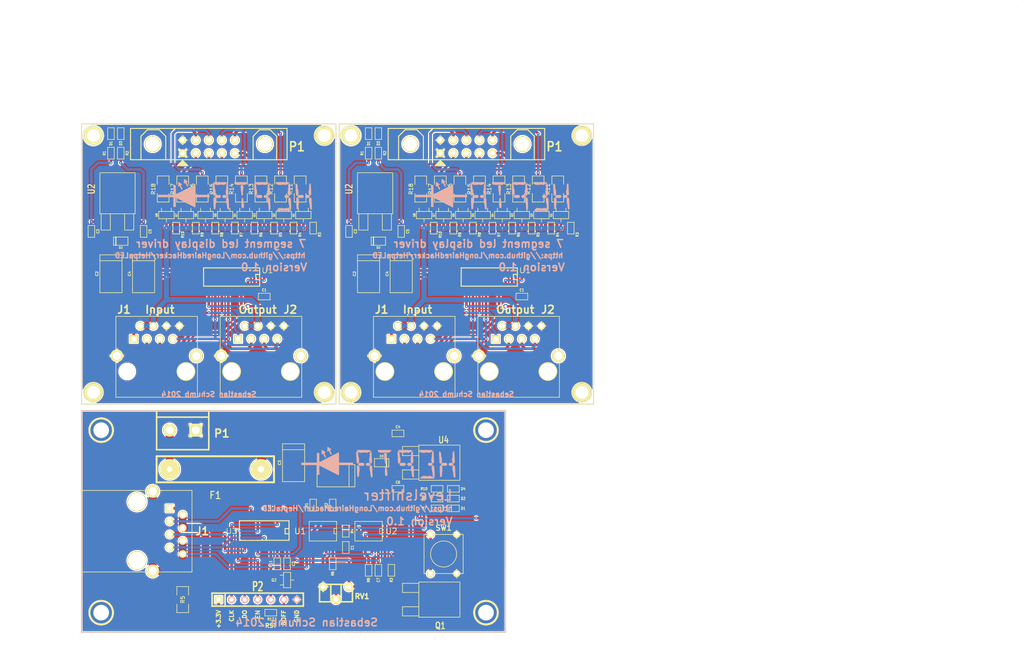
<source format=kicad_pcb>
(kicad_pcb (version 3) (host pcbnew "(2013-may-18)-stable")
  (layers (15 F.Cu signal) (0 B.Cu signal) (18 B.Paste user) (19 F.Paste user) (20 B.SilkS user) (21 F.SilkS user) (22 B.Mask user) (23 F.Mask user) (28 Edge.Cuts user))
  (net 0 "")
  (net 1 +24V)
  (net 2 +3.3V)
  (net 3 +5V)
  (net 4 3.3_Clock)
  (net 5 3.3_Data_Out)
  (net 6 3.3_Enable)
  (net 7 3.3_Reset)
  (net 8 BusOff)
  (net 9 Clock)
  (net 10 Data_In)
  (net 11 Data_Out)
  (net 12 Enable)
  (net 13 FET_1)
  (net 14 FET_2)
  (net 15 FET_3)
  (net 16 FET_4)
  (net 17 FET_5)
  (net 18 FET_6)
  (net 19 FET_7)
  (net 20 FET_8)
  (net 21 GND)
  (net 22 N-000001)
  (net 23 N-0000010)
  (net 24 N-0000011)
  (net 25 N-0000012)
  (net 26 N-0000013)
  (net 27 N-0000016)
  (net 28 N-0000018)
  (net 29 N-0000020)
  (net 30 N-0000021)
  (net 31 N-0000022)
  (net 32 N-0000023)
  (net 33 N-0000024)
  (net 34 N-0000026)
  (net 35 N-0000027)
  (net 36 N-0000028)
  (net 37 N-000003)
  (net 38 N-0000033)
  (net 39 N-0000034)
  (net 40 N-0000036)
  (net 41 N-0000037)
  (net 42 N-000004)
  (net 43 N-0000041)
  (net 44 N-0000042)
  (net 45 N-000005)
  (net 46 N-000007)
  (net 47 N-000009)
  (net 48 PowerOn)
  (net 49 Reset)
  (net 50 SEG_1)
  (net 51 SEG_2)
  (net 52 SEG_3)
  (net 53 SEG_4)
  (net 54 SEG_5)
  (net 55 SEG_6)
  (net 56 SEG_7)
  (net 57 SEG_8)
  (net 58 Sense)
  (net 59 Shutdown)
  (module logo_silkbot_30_00mm (layer B.Cu) (at 129.54 48.133)
    (fp_text reference G*** hide)
    (fp_text value logo_silkbot_30_00mm hide)
  )
  (module SM0603 (layer F.Cu) (at 111.76 55.245 270)
    (fp_text reference C5 (at 0 -1.27 270) (layer F.SilkS) (effects (font (size 0.508 0.4572) (thickness 0.1143))))
    (fp_text value 100nF hide)
    (pad 1 smd rect (at -0.762 0 270) (size 0.635 1.143) (layers F.Cu F.Paste F.Mask) (net 3 +5V))
    (pad 2 smd rect (at 0.762 0 270) (size 0.635 1.143) (layers F.Cu F.Paste F.Mask) (net 21 GND))
  )
  (module c_tant_D (layer F.Cu) (at 105.41 63.5 90)
    (fp_text reference C2 (at 0 -2.7305 90) (layer F.SilkS) (effects (font (size 0.50038 0.50038) (thickness 0.11938))))
    (fp_text value 10uF hide)
    (pad 1 smd rect (at 2.99974 0 90) (size 2.55016 2.70002) (layers F.Cu F.Paste F.Mask) (net 1 +24V))
    (pad 2 smd rect (at -2.99974 0 90) (size 2.55016 3.79984) (layers F.Cu F.Paste F.Mask) (net 21 GND))
  )
  (module DPAK2 (layer F.Cu) (at 106.68 53.34)
    (fp_text reference U2 (at -5.08 -6.35 90) (layer F.SilkS) (effects (font (size 1.27 1.016) (thickness 0.2032))))
    (fp_text value TS2937 hide)
    (pad 1 smd rect (at -2.286 0) (size 1.651 3.048) (layers F.Cu F.Paste F.Mask) (net 1 +24V))
    (pad 2 smd rect (at 0 -6.35) (size 6.096 6.096) (layers F.Cu F.Paste F.Mask) (net 21 GND))
    (pad 3 smd rect (at 2.286 0) (size 1.651 3.048) (layers F.Cu F.Paste F.Mask) (net 3 +5V))
  )
  (module SM0603 (layer F.Cu) (at 121.92 54.61 270)
    (fp_text reference R9 (at 1.27 -1.27 270) (layer F.SilkS) (effects (font (size 0.508 0.4572) (thickness 0.1143))))
    (fp_text value 200 hide)
    (pad 1 smd rect (at -0.762 0 270) (size 0.635 1.143) (layers F.Cu F.Paste F.Mask) (net 40 N-0000036))
    (pad 2 smd rect (at 0.762 0 270) (size 0.635 1.143) (layers F.Cu F.Paste F.Mask) (net 19 FET_7))
  )
  (module SM0603 (layer F.Cu) (at 118.11 54.61 270)
    (fp_text reference R10 (at 1.27 -1.27 270) (layer F.SilkS) (effects (font (size 0.508 0.4572) (thickness 0.1143))))
    (fp_text value 200 hide)
    (pad 1 smd rect (at -0.762 0 270) (size 0.635 1.143) (layers F.Cu F.Paste F.Mask) (net 34 N-0000026))
    (pad 2 smd rect (at 0.762 0 270) (size 0.635 1.143) (layers F.Cu F.Paste F.Mask) (net 20 FET_8))
  )
  (module SM0603 (layer F.Cu) (at 125.73 54.61 270)
    (fp_text reference R8 (at 1.27 -1.27 270) (layer F.SilkS) (effects (font (size 0.508 0.4572) (thickness 0.1143))))
    (fp_text value 200 hide)
    (pad 1 smd rect (at -0.762 0 270) (size 0.635 1.143) (layers F.Cu F.Paste F.Mask) (net 38 N-0000033))
    (pad 2 smd rect (at 0.762 0 270) (size 0.635 1.143) (layers F.Cu F.Paste F.Mask) (net 18 FET_6))
  )
  (module SM0603 (layer F.Cu) (at 135.255 67.945)
    (fp_text reference C1 (at 0 -1.27) (layer F.SilkS) (effects (font (size 0.508 0.4572) (thickness 0.1143))))
    (fp_text value 100n hide)
    (pad 1 smd rect (at -0.762 0) (size 0.635 1.143) (layers F.Cu F.Paste F.Mask) (net 3 +5V))
    (pad 2 smd rect (at 0.762 0) (size 0.635 1.143) (layers F.Cu F.Paste F.Mask) (net 21 GND))
  )
  (module SM0603 (layer F.Cu) (at 105.41 36.195 90)
    (fp_text reference D1 (at -1.905 0 90) (layer F.SilkS) (effects (font (size 0.508 0.4572) (thickness 0.1143))))
    (fp_text value LED hide)
    (pad 1 smd rect (at -0.762 0 90) (size 0.635 1.143) (layers F.Cu F.Paste F.Mask) (net 43 N-0000041))
    (pad 2 smd rect (at 0.762 0 90) (size 0.635 1.143) (layers F.Cu F.Paste F.Mask) (net 21 GND))
  )
  (module SM0603 (layer F.Cu) (at 129.54 54.61 270)
    (fp_text reference R7 (at 1.27 -1.27 270) (layer F.SilkS) (effects (font (size 0.508 0.4572) (thickness 0.1143))))
    (fp_text value 200 hide)
    (pad 1 smd rect (at -0.762 0 270) (size 0.635 1.143) (layers F.Cu F.Paste F.Mask) (net 47 N-000009))
    (pad 2 smd rect (at 0.762 0 270) (size 0.635 1.143) (layers F.Cu F.Paste F.Mask) (net 17 FET_5))
  )
  (module SM0603 (layer F.Cu) (at 105.41 40.005 90)
    (fp_text reference R1 (at 0 -1.27 90) (layer F.SilkS) (effects (font (size 0.508 0.4572) (thickness 0.1143))))
    (fp_text value 1k hide)
    (pad 1 smd rect (at -0.762 0 90) (size 0.635 1.143) (layers F.Cu F.Paste F.Mask) (net 1 +24V))
    (pad 2 smd rect (at 0.762 0 90) (size 0.635 1.143) (layers F.Cu F.Paste F.Mask) (net 43 N-0000041))
  )
  (module SM0603 (layer F.Cu) (at 107.315 36.195 90)
    (fp_text reference D3 (at -1.905 0 90) (layer F.SilkS) (effects (font (size 0.508 0.4572) (thickness 0.1143))))
    (fp_text value LED hide)
    (pad 1 smd rect (at -0.762 0 90) (size 0.635 1.143) (layers F.Cu F.Paste F.Mask) (net 44 N-0000042))
    (pad 2 smd rect (at 0.762 0 90) (size 0.635 1.143) (layers F.Cu F.Paste F.Mask) (net 21 GND))
  )
  (module SM0603 (layer F.Cu) (at 133.35 54.61 270)
    (fp_text reference R6 (at 1.27 -1.27 270) (layer F.SilkS) (effects (font (size 0.508 0.4572) (thickness 0.1143))))
    (fp_text value 200 hide)
    (pad 1 smd rect (at -0.762 0 270) (size 0.635 1.143) (layers F.Cu F.Paste F.Mask) (net 22 N-000001))
    (pad 2 smd rect (at 0.762 0 270) (size 0.635 1.143) (layers F.Cu F.Paste F.Mask) (net 16 FET_4))
  )
  (module SM0603 (layer F.Cu) (at 137.16 54.61 270)
    (fp_text reference R5 (at 1.27 -1.27 270) (layer F.SilkS) (effects (font (size 0.508 0.4572) (thickness 0.1143))))
    (fp_text value 200 hide)
    (pad 1 smd rect (at -0.762 0 270) (size 0.635 1.143) (layers F.Cu F.Paste F.Mask) (net 42 N-000004))
    (pad 2 smd rect (at 0.762 0 270) (size 0.635 1.143) (layers F.Cu F.Paste F.Mask) (net 15 FET_3))
  )
  (module SM0603 (layer F.Cu) (at 140.97 54.61 270)
    (fp_text reference R4 (at 1.27 -1.27 270) (layer F.SilkS) (effects (font (size 0.508 0.4572) (thickness 0.1143))))
    (fp_text value 200 hide)
    (pad 1 smd rect (at -0.762 0 270) (size 0.635 1.143) (layers F.Cu F.Paste F.Mask) (net 33 N-0000024))
    (pad 2 smd rect (at 0.762 0 270) (size 0.635 1.143) (layers F.Cu F.Paste F.Mask) (net 14 FET_2))
  )
  (module SM0603 (layer F.Cu) (at 101.6 55.245 270)
    (fp_text reference C3 (at 0 -1.27 270) (layer F.SilkS) (effects (font (size 0.508 0.4572) (thickness 0.1143))))
    (fp_text value 100nF hide)
    (pad 1 smd rect (at -0.762 0 270) (size 0.635 1.143) (layers F.Cu F.Paste F.Mask) (net 1 +24V))
    (pad 2 smd rect (at 0.762 0 270) (size 0.635 1.143) (layers F.Cu F.Paste F.Mask) (net 21 GND))
  )
  (module SM0603 (layer F.Cu) (at 144.78 54.61 270)
    (fp_text reference R3 (at 1.27 -1.27 270) (layer F.SilkS) (effects (font (size 0.508 0.4572) (thickness 0.1143))))
    (fp_text value 200 hide)
    (pad 1 smd rect (at -0.762 0 270) (size 0.635 1.143) (layers F.Cu F.Paste F.Mask) (net 30 N-0000021))
    (pad 2 smd rect (at 0.762 0 270) (size 0.635 1.143) (layers F.Cu F.Paste F.Mask) (net 13 FET_1))
  )
  (module SM0603 (layer F.Cu) (at 107.315 40.005 90)
    (fp_text reference R2 (at 0 1.27 90) (layer F.SilkS) (effects (font (size 0.508 0.4572) (thickness 0.1143))))
    (fp_text value 1k hide)
    (pad 1 smd rect (at -0.762 0 90) (size 0.635 1.143) (layers F.Cu F.Paste F.Mask) (net 3 +5V))
    (pad 2 smd rect (at 0.762 0 90) (size 0.635 1.143) (layers F.Cu F.Paste F.Mask) (net 44 N-0000042))
  )
  (module SM1206 (layer F.Cu) (at 115.57 46.99 90)
    (fp_text reference R18 (at 0 -1.905 90) (layer F.SilkS) (effects (font (size 0.762 0.762) (thickness 0.127))))
    (fp_text value 470 hide)
    (pad 1 smd rect (at -1.651 0 90) (size 1.524 2.032) (layers F.Cu F.Paste F.Mask) (net 41 N-0000037))
    (pad 2 smd rect (at 1.651 0 90) (size 1.524 2.032) (layers F.Cu F.Paste F.Mask) (net 57 SEG_8))
  )
  (module SM1206 (layer F.Cu) (at 142.24 46.99 90)
    (fp_text reference R11 (at 0 -1.905 90) (layer F.SilkS) (effects (font (size 0.762 0.762) (thickness 0.127))))
    (fp_text value 160 hide)
    (pad 1 smd rect (at -1.651 0 90) (size 1.524 2.032) (layers F.Cu F.Paste F.Mask) (net 24 N-0000011))
    (pad 2 smd rect (at 1.651 0 90) (size 1.524 2.032) (layers F.Cu F.Paste F.Mask) (net 50 SEG_1))
  )
  (module SM1206 (layer F.Cu) (at 138.43 46.99 90)
    (fp_text reference R12 (at 0 -1.905 90) (layer F.SilkS) (effects (font (size 0.762 0.762) (thickness 0.127))))
    (fp_text value 160 hide)
    (pad 1 smd rect (at -1.651 0 90) (size 1.524 2.032) (layers F.Cu F.Paste F.Mask) (net 31 N-0000022))
    (pad 2 smd rect (at 1.651 0 90) (size 1.524 2.032) (layers F.Cu F.Paste F.Mask) (net 51 SEG_2))
  )
  (module SM1206 (layer F.Cu) (at 134.62 46.99 90)
    (fp_text reference R13 (at 0 -1.905 90) (layer F.SilkS) (effects (font (size 0.762 0.762) (thickness 0.127))))
    (fp_text value 160 hide)
    (pad 1 smd rect (at -1.651 0 90) (size 1.524 2.032) (layers F.Cu F.Paste F.Mask) (net 37 N-000003))
    (pad 2 smd rect (at 1.651 0 90) (size 1.524 2.032) (layers F.Cu F.Paste F.Mask) (net 52 SEG_3))
  )
  (module SM1206 (layer F.Cu) (at 119.38 46.99 90)
    (fp_text reference R17 (at 0 -1.905 90) (layer F.SilkS) (effects (font (size 0.762 0.762) (thickness 0.127))))
    (fp_text value 470 hide)
    (pad 1 smd rect (at -1.651 0 90) (size 1.524 2.032) (layers F.Cu F.Paste F.Mask) (net 39 N-0000034))
    (pad 2 smd rect (at 1.651 0 90) (size 1.524 2.032) (layers F.Cu F.Paste F.Mask) (net 56 SEG_7))
  )
  (module SM1206 (layer F.Cu) (at 127 46.99 90)
    (fp_text reference R15 (at 0 -1.905 90) (layer F.SilkS) (effects (font (size 0.762 0.762) (thickness 0.127))))
    (fp_text value 160 hide)
    (pad 1 smd rect (at -1.651 0 90) (size 1.524 2.032) (layers F.Cu F.Paste F.Mask) (net 46 N-000007))
    (pad 2 smd rect (at 1.651 0 90) (size 1.524 2.032) (layers F.Cu F.Paste F.Mask) (net 54 SEG_5))
  )
  (module SM1206 (layer F.Cu) (at 123.19 46.99 90)
    (fp_text reference R16 (at 0 -1.905 90) (layer F.SilkS) (effects (font (size 0.762 0.762) (thickness 0.127))))
    (fp_text value 160 hide)
    (pad 1 smd rect (at -1.651 0 90) (size 1.524 2.032) (layers F.Cu F.Paste F.Mask) (net 23 N-0000010))
    (pad 2 smd rect (at 1.651 0 90) (size 1.524 2.032) (layers F.Cu F.Paste F.Mask) (net 55 SEG_6))
  )
  (module SM1206 (layer F.Cu) (at 130.81 46.99 90)
    (fp_text reference R14 (at 0 -1.905 90) (layer F.SilkS) (effects (font (size 0.762 0.762) (thickness 0.127))))
    (fp_text value 160 hide)
    (pad 1 smd rect (at -1.651 0 90) (size 1.524 2.032) (layers F.Cu F.Paste F.Mask) (net 45 N-000005))
    (pad 2 smd rect (at 1.651 0 90) (size 1.524 2.032) (layers F.Cu F.Paste F.Mask) (net 53 SEG_4))
  )
  (module SO16E (layer F.Cu) (at 128.905 64.135 180)
    (fp_text reference U1 (at -6.985 1.27 180) (layer F.SilkS) (effects (font (size 1.016 1.143) (thickness 0.127))))
    (fp_text value 74HC595 hide)
    (pad 1 smd rect (at -4.445 2.54 180) (size 0.508 1.143) (layers F.Cu F.Paste F.Mask) (net 14 FET_2))
    (pad 2 smd rect (at -3.175 2.54 180) (size 0.508 1.143) (layers F.Cu F.Paste F.Mask) (net 15 FET_3))
    (pad 3 smd rect (at -1.905 2.54 180) (size 0.508 1.143) (layers F.Cu F.Paste F.Mask) (net 16 FET_4))
    (pad 4 smd rect (at -0.635 2.54 180) (size 0.508 1.143) (layers F.Cu F.Paste F.Mask) (net 17 FET_5))
    (pad 5 smd rect (at 0.635 2.54 180) (size 0.508 1.143) (layers F.Cu F.Paste F.Mask) (net 18 FET_6))
    (pad 6 smd rect (at 1.905 2.54 180) (size 0.508 1.143) (layers F.Cu F.Paste F.Mask) (net 19 FET_7))
    (pad 7 smd rect (at 3.175 2.54 180) (size 0.508 1.143) (layers F.Cu F.Paste F.Mask) (net 20 FET_8))
    (pad 8 smd rect (at 4.445 2.54 180) (size 0.508 1.143) (layers F.Cu F.Paste F.Mask) (net 21 GND))
    (pad 9 smd rect (at 4.445 -2.54 180) (size 0.508 1.143) (layers F.Cu F.Paste F.Mask) (net 11 Data_Out))
    (pad 10 smd rect (at 3.175 -2.54 180) (size 0.508 1.143) (layers F.Cu F.Paste F.Mask) (net 49 Reset))
    (pad 11 smd rect (at 1.905 -2.54 180) (size 0.508 1.143) (layers F.Cu F.Paste F.Mask) (net 9 Clock))
    (pad 12 smd rect (at 0.635 -2.54 180) (size 0.508 1.143) (layers F.Cu F.Paste F.Mask) (net 12 Enable))
    (pad 13 smd rect (at -0.635 -2.54 180) (size 0.508 1.143) (layers F.Cu F.Paste F.Mask) (net 21 GND))
    (pad 14 smd rect (at -1.905 -2.54 180) (size 0.508 1.143) (layers F.Cu F.Paste F.Mask) (net 10 Data_In))
    (pad 15 smd rect (at -3.175 -2.54 180) (size 0.508 1.143) (layers F.Cu F.Paste F.Mask) (net 13 FET_1))
    (pad 16 smd rect (at -4.445 -2.54 180) (size 0.508 1.143) (layers F.Cu F.Paste F.Mask) (net 3 +5V))
  )
  (module sod123 (layer F.Cu) (at 107.315 57.15 180)
    (fp_text reference D2 (at 0 -1.27 180) (layer F.SilkS) (effects (font (size 0.39878 0.39878) (thickness 0.09906))))
    (fp_text value BAT42W hide)
    (pad 2 smd rect (at 1.67386 0 180) (size 0.8509 0.8509) (layers F.Cu F.Paste F.Mask) (net 1 +24V))
    (pad 1 smd rect (at -1.67386 0 180) (size 0.8509 0.8509) (layers F.Cu F.Paste F.Mask) (net 3 +5V))
  )
  (module sot23 (layer F.Cu) (at 127.635 52.07 180)
    (fp_text reference Q5 (at 1.905 0 270) (layer F.SilkS) (effects (font (size 0.35 0.35) (thickness 0.0875))))
    (fp_text value NDS355 hide)
    (pad 1 smd rect (at -0.9525 1.05664 180) (size 0.59944 1.00076) (layers F.Cu F.Paste F.Mask) (net 47 N-000009))
    (pad 2 smd rect (at 0 -1.05664 180) (size 0.59944 1.00076) (layers F.Cu F.Paste F.Mask) (net 1 +24V))
    (pad 3 smd rect (at 0.9525 1.05664 180) (size 0.59944 1.00076) (layers F.Cu F.Paste F.Mask) (net 46 N-000007))
  )
  (module sot23 (layer F.Cu) (at 131.445 52.07 180)
    (fp_text reference Q4 (at 1.905 0 270) (layer F.SilkS) (effects (font (size 0.35 0.35) (thickness 0.0875))))
    (fp_text value NDS355 hide)
    (pad 1 smd rect (at -0.9525 1.05664 180) (size 0.59944 1.00076) (layers F.Cu F.Paste F.Mask) (net 22 N-000001))
    (pad 2 smd rect (at 0 -1.05664 180) (size 0.59944 1.00076) (layers F.Cu F.Paste F.Mask) (net 1 +24V))
    (pad 3 smd rect (at 0.9525 1.05664 180) (size 0.59944 1.00076) (layers F.Cu F.Paste F.Mask) (net 45 N-000005))
  )
  (module sot23 (layer F.Cu) (at 135.255 52.07 180)
    (fp_text reference Q3 (at 1.905 0 270) (layer F.SilkS) (effects (font (size 0.35 0.35) (thickness 0.0875))))
    (fp_text value NDS355 hide)
    (pad 1 smd rect (at -0.9525 1.05664 180) (size 0.59944 1.00076) (layers F.Cu F.Paste F.Mask) (net 42 N-000004))
    (pad 2 smd rect (at 0 -1.05664 180) (size 0.59944 1.00076) (layers F.Cu F.Paste F.Mask) (net 1 +24V))
    (pad 3 smd rect (at 0.9525 1.05664 180) (size 0.59944 1.00076) (layers F.Cu F.Paste F.Mask) (net 37 N-000003))
  )
  (module sot23 (layer F.Cu) (at 116.205 52.07 180)
    (fp_text reference Q8 (at 1.905 0 270) (layer F.SilkS) (effects (font (size 0.35 0.35) (thickness 0.0875))))
    (fp_text value NDS355 hide)
    (pad 1 smd rect (at -0.9525 1.05664 180) (size 0.59944 1.00076) (layers F.Cu F.Paste F.Mask) (net 34 N-0000026))
    (pad 2 smd rect (at 0 -1.05664 180) (size 0.59944 1.00076) (layers F.Cu F.Paste F.Mask) (net 1 +24V))
    (pad 3 smd rect (at 0.9525 1.05664 180) (size 0.59944 1.00076) (layers F.Cu F.Paste F.Mask) (net 41 N-0000037))
  )
  (module sot23 (layer F.Cu) (at 139.065 52.07 180)
    (fp_text reference Q2 (at 1.905 0 270) (layer F.SilkS) (effects (font (size 0.35 0.35) (thickness 0.0875))))
    (fp_text value NDS355 hide)
    (pad 1 smd rect (at -0.9525 1.05664 180) (size 0.59944 1.00076) (layers F.Cu F.Paste F.Mask) (net 33 N-0000024))
    (pad 2 smd rect (at 0 -1.05664 180) (size 0.59944 1.00076) (layers F.Cu F.Paste F.Mask) (net 1 +24V))
    (pad 3 smd rect (at 0.9525 1.05664 180) (size 0.59944 1.00076) (layers F.Cu F.Paste F.Mask) (net 31 N-0000022))
  )
  (module sot23 (layer F.Cu) (at 123.825 52.07 180)
    (fp_text reference Q6 (at 1.905 0 270) (layer F.SilkS) (effects (font (size 0.35 0.35) (thickness 0.0875))))
    (fp_text value NDS355 hide)
    (pad 1 smd rect (at -0.9525 1.05664 180) (size 0.59944 1.00076) (layers F.Cu F.Paste F.Mask) (net 38 N-0000033))
    (pad 2 smd rect (at 0 -1.05664 180) (size 0.59944 1.00076) (layers F.Cu F.Paste F.Mask) (net 1 +24V))
    (pad 3 smd rect (at 0.9525 1.05664 180) (size 0.59944 1.00076) (layers F.Cu F.Paste F.Mask) (net 23 N-0000010))
  )
  (module sot23 (layer F.Cu) (at 142.875 52.07 180)
    (fp_text reference Q1 (at 1.905 0 270) (layer F.SilkS) (effects (font (size 0.35 0.35) (thickness 0.0875))))
    (fp_text value NDS355 hide)
    (pad 1 smd rect (at -0.9525 1.05664 180) (size 0.59944 1.00076) (layers F.Cu F.Paste F.Mask) (net 30 N-0000021))
    (pad 2 smd rect (at 0 -1.05664 180) (size 0.59944 1.00076) (layers F.Cu F.Paste F.Mask) (net 1 +24V))
    (pad 3 smd rect (at 0.9525 1.05664 180) (size 0.59944 1.00076) (layers F.Cu F.Paste F.Mask) (net 24 N-0000011))
  )
  (module sot23 (layer F.Cu) (at 120.015 52.07 180)
    (fp_text reference Q7 (at 1.905 0 270) (layer F.SilkS) (effects (font (size 0.35 0.35) (thickness 0.0875))))
    (fp_text value NDS355 hide)
    (pad 1 smd rect (at -0.9525 1.05664 180) (size 0.59944 1.00076) (layers F.Cu F.Paste F.Mask) (net 40 N-0000036))
    (pad 2 smd rect (at 0 -1.05664 180) (size 0.59944 1.00076) (layers F.Cu F.Paste F.Mask) (net 1 +24V))
    (pad 3 smd rect (at 0.9525 1.05664 180) (size 0.59944 1.00076) (layers F.Cu F.Paste F.Mask) (net 39 N-0000034))
  )
  (module c_tant_D (layer F.Cu) (at 111.76 63.5 90)
    (fp_text reference C4 (at 0 -2.7305 90) (layer F.SilkS) (effects (font (size 0.50038 0.50038) (thickness 0.11938))))
    (fp_text value 10uF hide)
    (pad 1 smd rect (at 2.99974 0 90) (size 2.55016 2.70002) (layers F.Cu F.Paste F.Mask) (net 3 +5V))
    (pad 2 smd rect (at -2.99974 0 90) (size 2.55016 3.79984) (layers F.Cu F.Paste F.Mask) (net 21 GND))
  )
  (module HE10-10C (layer F.Cu) (at 124.46 38.735 180)
    (fp_text reference P1 (at -17.145 0 360) (layer F.SilkS) (effects (font (size 1.77546 1.5875) (thickness 0.3048))))
    (fp_text value HE10-10 hide)
    (pad 0 thru_hole circle (at -10.922 0.508 180) (size 3.048 3.048) (drill 2.54) (layers *.Cu *.Mask F.SilkS))
    (pad 0 thru_hole circle (at 10.922 0.508 180) (size 3.048 3.048) (drill 2.54) (layers *.Cu *.Mask F.SilkS))
    (pad 1 thru_hole rect (at 5.08 -1.27 180) (size 1.524 1.524) (drill 0.8128) (layers *.Cu *.Mask F.SilkS) (net 21 GND))
    (pad 2 thru_hole circle (at 5.08 1.27 180) (size 1.524 1.524) (drill 0.8128) (layers *.Cu *.Mask F.SilkS) (net 21 GND))
    (pad 3 thru_hole circle (at 2.54 -1.27 180) (size 1.524 1.524) (drill 0.8128) (layers *.Cu *.Mask F.SilkS) (net 56 SEG_7))
    (pad 4 thru_hole circle (at 2.54 1.27 180) (size 1.524 1.524) (drill 0.8128) (layers *.Cu *.Mask F.SilkS) (net 57 SEG_8))
    (pad 5 thru_hole circle (at 0 -1.27 180) (size 1.524 1.524) (drill 0.8128) (layers *.Cu *.Mask F.SilkS) (net 54 SEG_5))
    (pad 6 thru_hole circle (at 0 1.27 180) (size 1.524 1.524) (drill 0.8128) (layers *.Cu *.Mask F.SilkS) (net 55 SEG_6))
    (pad 7 thru_hole circle (at -2.54 -1.27 180) (size 1.524 1.524) (drill 0.8128) (layers *.Cu *.Mask F.SilkS) (net 52 SEG_3))
    (pad 8 thru_hole circle (at -2.54 1.27 180) (size 1.524 1.524) (drill 0.8128) (layers *.Cu *.Mask F.SilkS) (net 53 SEG_4))
    (pad 9 thru_hole circle (at -5.08 -1.27 180) (size 1.524 1.524) (drill 0.8128) (layers *.Cu *.Mask F.SilkS) (net 50 SEG_1))
    (pad 10 thru_hole circle (at -5.08 1.27 180) (size 1.524 1.524) (drill 0.8128) (layers *.Cu *.Mask F.SilkS) (net 51 SEG_2))
  )
  (module 1pin (layer F.Cu) (at 146.939 36.576)
    (fp_text reference 1PIN hide)
    (fp_text value P*** hide)
    (pad 1 thru_hole circle (at 0 0) (size 3.5 3.5) (drill 2.5) (layers *.Cu *.Mask F.SilkS))
  )
  (module 1pin (layer F.Cu) (at 146.939 86.614)
    (fp_text reference 1PIN hide)
    (fp_text value P*** hide)
    (pad 1 thru_hole circle (at 0 0) (size 3.5 3.5) (drill 2.5) (layers *.Cu *.Mask F.SilkS))
  )
  (module 1pin (layer F.Cu) (at 101.981 86.614)
    (fp_text reference 1PIN hide)
    (fp_text value P*** hide)
    (pad 1 thru_hole circle (at 0 0) (size 3.5 3.5) (drill 2.5) (layers *.Cu *.Mask F.SilkS))
  )
  (module 1pin (layer F.Cu) (at 101.981 36.576)
    (fp_text reference 1PIN hide)
    (fp_text value P*** hide)
    (pad 1 thru_hole circle (at 0 0) (size 3.5 3.5) (drill 2.5) (layers *.Cu *.Mask F.SilkS))
  )
  (module RJ45_MEBP_8-8G (layer F.Cu) (at 114.3 82.55)
    (fp_text reference J1 (at -6.35 -12.065) (layer F.SilkS) (effects (font (size 1.524 1.524) (thickness 0.3048))))
    (fp_text value RJ45 hide)
    (pad "" thru_hole circle (at 5.715 0) (size 3.64998 3.64998) (drill 3.2512) (layers *.Cu *.Mask F.SilkS))
    (pad "" thru_hole circle (at -5.715 0) (size 3.64998 3.64998) (drill 3.2512) (layers *.Cu *.Mask F.SilkS))
    (pad 1 thru_hole rect (at -4.445 -6.35) (size 1.50114 1.50114) (drill 0.89916) (layers *.Cu *.Mask F.SilkS) (net 9 Clock))
    (pad 2 thru_hole circle (at -3.175 -8.89) (size 1.50114 1.50114) (drill 0.89916) (layers *.Cu *.Mask F.SilkS) (net 1 +24V))
    (pad 3 thru_hole circle (at -1.905 -6.35) (size 1.50114 1.50114) (drill 0.89916) (layers *.Cu *.Mask F.SilkS) (net 12 Enable))
    (pad 4 thru_hole circle (at -0.635 -8.89) (size 1.50114 1.50114) (drill 0.89916) (layers *.Cu *.Mask F.SilkS) (net 1 +24V))
    (pad 5 thru_hole circle (at 0.635 -6.35) (size 1.50114 1.50114) (drill 0.89916) (layers *.Cu *.Mask F.SilkS) (net 10 Data_In))
    (pad 6 thru_hole circle (at 1.905 -8.89) (size 1.50114 1.50114) (drill 0.89916) (layers *.Cu *.Mask F.SilkS) (net 21 GND))
    (pad 7 thru_hole circle (at 3.175 -6.35) (size 1.50114 1.50114) (drill 0.89916) (layers *.Cu *.Mask F.SilkS) (net 49 Reset))
    (pad 8 thru_hole circle (at 4.445 -8.89) (size 1.50114 1.50114) (drill 0.89916) (layers *.Cu *.Mask F.SilkS) (net 21 GND))
    (pad 9 thru_hole circle (at -7.745 -3.05) (size 2.5 2.5) (drill 1.6) (layers *.Cu *.Mask F.SilkS) (net 21 GND))
    (pad 10 thru_hole circle (at 7.747 -3.05) (size 2.5 2.5) (drill 1.6) (layers *.Cu *.Mask F.SilkS))
  )
  (module RJ45_MEBP_8-8G (layer F.Cu) (at 134.62 82.55)
    (fp_text reference J2 (at 5.715 -12.065) (layer F.SilkS) (effects (font (size 1.524 1.524) (thickness 0.3048))))
    (fp_text value RJ45 hide)
    (pad "" thru_hole circle (at 5.715 0) (size 3.64998 3.64998) (drill 3.2512) (layers *.Cu *.Mask F.SilkS))
    (pad "" thru_hole circle (at -5.715 0) (size 3.64998 3.64998) (drill 3.2512) (layers *.Cu *.Mask F.SilkS))
    (pad 1 thru_hole rect (at -4.445 -6.35) (size 1.50114 1.50114) (drill 0.89916) (layers *.Cu *.Mask F.SilkS) (net 9 Clock))
    (pad 2 thru_hole circle (at -3.175 -8.89) (size 1.50114 1.50114) (drill 0.89916) (layers *.Cu *.Mask F.SilkS) (net 1 +24V))
    (pad 3 thru_hole circle (at -1.905 -6.35) (size 1.50114 1.50114) (drill 0.89916) (layers *.Cu *.Mask F.SilkS) (net 12 Enable))
    (pad 4 thru_hole circle (at -0.635 -8.89) (size 1.50114 1.50114) (drill 0.89916) (layers *.Cu *.Mask F.SilkS) (net 1 +24V))
    (pad 5 thru_hole circle (at 0.635 -6.35) (size 1.50114 1.50114) (drill 0.89916) (layers *.Cu *.Mask F.SilkS) (net 11 Data_Out))
    (pad 6 thru_hole circle (at 1.905 -8.89) (size 1.50114 1.50114) (drill 0.89916) (layers *.Cu *.Mask F.SilkS) (net 21 GND))
    (pad 7 thru_hole circle (at 3.175 -6.35) (size 1.50114 1.50114) (drill 0.89916) (layers *.Cu *.Mask F.SilkS) (net 49 Reset))
    (pad 8 thru_hole circle (at 4.445 -8.89) (size 1.50114 1.50114) (drill 0.89916) (layers *.Cu *.Mask F.SilkS) (net 21 GND))
    (pad 9 thru_hole circle (at -7.745 -3.05) (size 2.5 2.5) (drill 1.6) (layers *.Cu *.Mask F.SilkS) (net 21 GND))
    (pad 10 thru_hole circle (at 7.747 -3.05) (size 2.5 2.5) (drill 1.6) (layers *.Cu *.Mask F.SilkS))
  )
  (module RJ45_MEBP_8-8G (layer F.Cu) (at 84.455 82.55)
    (fp_text reference J2 (at 5.715 -12.065) (layer F.SilkS) (effects (font (size 1.524 1.524) (thickness 0.3048))))
    (fp_text value RJ45 hide)
    (pad "" thru_hole circle (at 5.715 0) (size 3.64998 3.64998) (drill 3.2512) (layers *.Cu *.Mask F.SilkS))
    (pad "" thru_hole circle (at -5.715 0) (size 3.64998 3.64998) (drill 3.2512) (layers *.Cu *.Mask F.SilkS))
    (pad 1 thru_hole rect (at -4.445 -6.35) (size 1.50114 1.50114) (drill 0.89916) (layers *.Cu *.Mask F.SilkS) (net 9 Clock))
    (pad 2 thru_hole circle (at -3.175 -8.89) (size 1.50114 1.50114) (drill 0.89916) (layers *.Cu *.Mask F.SilkS) (net 1 +24V))
    (pad 3 thru_hole circle (at -1.905 -6.35) (size 1.50114 1.50114) (drill 0.89916) (layers *.Cu *.Mask F.SilkS) (net 12 Enable))
    (pad 4 thru_hole circle (at -0.635 -8.89) (size 1.50114 1.50114) (drill 0.89916) (layers *.Cu *.Mask F.SilkS) (net 1 +24V))
    (pad 5 thru_hole circle (at 0.635 -6.35) (size 1.50114 1.50114) (drill 0.89916) (layers *.Cu *.Mask F.SilkS) (net 11 Data_Out))
    (pad 6 thru_hole circle (at 1.905 -8.89) (size 1.50114 1.50114) (drill 0.89916) (layers *.Cu *.Mask F.SilkS) (net 21 GND))
    (pad 7 thru_hole circle (at 3.175 -6.35) (size 1.50114 1.50114) (drill 0.89916) (layers *.Cu *.Mask F.SilkS) (net 49 Reset))
    (pad 8 thru_hole circle (at 4.445 -8.89) (size 1.50114 1.50114) (drill 0.89916) (layers *.Cu *.Mask F.SilkS) (net 21 GND))
    (pad 9 thru_hole circle (at -7.745 -3.05) (size 2.5 2.5) (drill 1.6) (layers *.Cu *.Mask F.SilkS) (net 21 GND))
    (pad 10 thru_hole circle (at 7.747 -3.05) (size 2.5 2.5) (drill 1.6) (layers *.Cu *.Mask F.SilkS))
  )
  (module RJ45_MEBP_8-8G (layer F.Cu) (at 64.135 82.55)
    (fp_text reference J1 (at -6.35 -12.065) (layer F.SilkS) (effects (font (size 1.524 1.524) (thickness 0.3048))))
    (fp_text value RJ45 hide)
    (pad "" thru_hole circle (at 5.715 0) (size 3.64998 3.64998) (drill 3.2512) (layers *.Cu *.Mask F.SilkS))
    (pad "" thru_hole circle (at -5.715 0) (size 3 3) (drill 3) (layers *.Cu *.Mask F.SilkS))
    (pad 1 thru_hole rect (at -4.445 -6.35) (size 1.50114 1.50114) (drill 0.89916) (layers *.Cu *.Mask F.SilkS) (net 9 Clock))
    (pad 2 thru_hole circle (at -3.175 -8.89) (size 1.50114 1.50114) (drill 0.89916) (layers *.Cu *.Mask F.SilkS) (net 1 +24V))
    (pad 3 thru_hole circle (at -1.905 -6.35) (size 1.50114 1.50114) (drill 0.89916) (layers *.Cu *.Mask F.SilkS) (net 12 Enable))
    (pad 4 thru_hole circle (at -0.635 -8.89) (size 1.50114 1.50114) (drill 0.89916) (layers *.Cu *.Mask F.SilkS) (net 1 +24V))
    (pad 5 thru_hole circle (at 0.635 -6.35) (size 1.50114 1.50114) (drill 0.89916) (layers *.Cu *.Mask F.SilkS) (net 10 Data_In))
    (pad 6 thru_hole circle (at 1.905 -8.89) (size 1.50114 1.50114) (drill 0.89916) (layers *.Cu *.Mask F.SilkS) (net 21 GND))
    (pad 7 thru_hole circle (at 3.175 -6.35) (size 1.50114 1.50114) (drill 0.89916) (layers *.Cu *.Mask F.SilkS) (net 49 Reset))
    (pad 8 thru_hole circle (at 4.445 -8.89) (size 1.50114 1.50114) (drill 0.89916) (layers *.Cu *.Mask F.SilkS) (net 21 GND))
    (pad 9 thru_hole circle (at -7.745 -3.05) (size 2.5 2.5) (drill 1.6) (layers *.Cu *.Mask F.SilkS) (net 21 GND))
    (pad 10 thru_hole circle (at 7.747 -3.05) (size 2.5 2.5) (drill 1.6) (layers *.Cu *.Mask F.SilkS))
  )
  (module 1pin (layer F.Cu) (at 51.816 36.576)
    (fp_text reference 1PIN hide)
    (fp_text value P*** hide)
    (pad 1 thru_hole circle (at 0 0) (size 3.5 3.5) (drill 2.5) (layers *.Cu *.Mask F.SilkS))
  )
  (module 1pin (layer F.Cu) (at 51.816 86.614)
    (fp_text reference 1PIN hide)
    (fp_text value P*** hide)
    (pad 1 thru_hole circle (at 0 0) (size 3.5 3.5) (drill 2.5) (layers *.Cu *.Mask F.SilkS))
  )
  (module 1pin (layer F.Cu) (at 96.774 86.614)
    (fp_text reference 1PIN hide)
    (fp_text value P*** hide)
    (pad 1 thru_hole circle (at 0 0) (size 3.5 3.5) (drill 2.5) (layers *.Cu *.Mask F.SilkS))
  )
  (module 1pin (layer F.Cu) (at 96.774 36.576)
    (fp_text reference 1PIN hide)
    (fp_text value P*** hide)
    (pad 1 thru_hole circle (at 0 0) (size 3.5 3.5) (drill 2.5) (layers *.Cu *.Mask F.SilkS))
  )
  (module HE10-10C (layer F.Cu) (at 74.295 38.735 180)
    (fp_text reference P1 (at -17.145 0 360) (layer F.SilkS) (effects (font (size 1.77546 1.5875) (thickness 0.3048))))
    (fp_text value HE10-10 hide)
    (pad 0 thru_hole circle (at -10.922 0.508 180) (size 3.048 3.048) (drill 2.54) (layers *.Cu *.Mask F.SilkS))
    (pad 0 thru_hole circle (at 10.922 0.508 180) (size 3.048 3.048) (drill 2.54) (layers *.Cu *.Mask F.SilkS))
    (pad 1 thru_hole rect (at 5.08 -1.27 180) (size 1.524 1.524) (drill 0.8128) (layers *.Cu *.Mask F.SilkS) (net 21 GND))
    (pad 2 thru_hole circle (at 5.08 1.27 180) (size 1.524 1.524) (drill 0.8128) (layers *.Cu *.Mask F.SilkS) (net 21 GND))
    (pad 3 thru_hole circle (at 2.54 -1.27 180) (size 1.524 1.524) (drill 0.8128) (layers *.Cu *.Mask F.SilkS) (net 56 SEG_7))
    (pad 4 thru_hole circle (at 2.54 1.27 180) (size 1.524 1.524) (drill 0.8128) (layers *.Cu *.Mask F.SilkS) (net 57 SEG_8))
    (pad 5 thru_hole circle (at 0 -1.27 180) (size 1.524 1.524) (drill 0.8128) (layers *.Cu *.Mask F.SilkS) (net 54 SEG_5))
    (pad 6 thru_hole circle (at 0 1.27 180) (size 1.524 1.524) (drill 0.8128) (layers *.Cu *.Mask F.SilkS) (net 55 SEG_6))
    (pad 7 thru_hole circle (at -2.54 -1.27 180) (size 1.524 1.524) (drill 0.8128) (layers *.Cu *.Mask F.SilkS) (net 52 SEG_3))
    (pad 8 thru_hole circle (at -2.54 1.27 180) (size 1.524 1.524) (drill 0.8128) (layers *.Cu *.Mask F.SilkS) (net 53 SEG_4))
    (pad 9 thru_hole circle (at -5.08 -1.27 180) (size 1.524 1.524) (drill 0.8128) (layers *.Cu *.Mask F.SilkS) (net 50 SEG_1))
    (pad 10 thru_hole circle (at -5.08 1.27 180) (size 1.524 1.524) (drill 0.8128) (layers *.Cu *.Mask F.SilkS) (net 51 SEG_2))
  )
  (module c_tant_D (layer F.Cu) (at 61.595 63.5 90)
    (fp_text reference C4 (at 0 -2.7305 90) (layer F.SilkS) (effects (font (size 0.50038 0.50038) (thickness 0.11938))))
    (fp_text value 10uF hide)
    (pad 1 smd rect (at 2.99974 0 90) (size 2.55016 2.70002) (layers F.Cu F.Paste F.Mask) (net 3 +5V))
    (pad 2 smd rect (at -2.99974 0 90) (size 2.55016 3.79984) (layers F.Cu F.Paste F.Mask) (net 21 GND))
  )
  (module sot23 (layer F.Cu) (at 69.85 52.07 180)
    (fp_text reference Q7 (at 1.905 0 270) (layer F.SilkS) (effects (font (size 0.35 0.35) (thickness 0.0875))))
    (fp_text value NDS355 hide)
    (pad 1 smd rect (at -0.9525 1.05664 180) (size 0.59944 1.00076) (layers F.Cu F.Paste F.Mask) (net 40 N-0000036))
    (pad 2 smd rect (at 0 -1.05664 180) (size 0.59944 1.00076) (layers F.Cu F.Paste F.Mask) (net 1 +24V))
    (pad 3 smd rect (at 0.9525 1.05664 180) (size 0.59944 1.00076) (layers F.Cu F.Paste F.Mask) (net 39 N-0000034))
  )
  (module sot23 (layer F.Cu) (at 92.71 52.07 180)
    (fp_text reference Q1 (at 1.905 0 270) (layer F.SilkS) (effects (font (size 0.35 0.35) (thickness 0.0875))))
    (fp_text value NDS355 hide)
    (pad 1 smd rect (at -0.9525 1.05664 180) (size 0.59944 1.00076) (layers F.Cu F.Paste F.Mask) (net 30 N-0000021))
    (pad 2 smd rect (at 0 -1.05664 180) (size 0.59944 1.00076) (layers F.Cu F.Paste F.Mask) (net 1 +24V))
    (pad 3 smd rect (at 0.9525 1.05664 180) (size 0.59944 1.00076) (layers F.Cu F.Paste F.Mask) (net 24 N-0000011))
  )
  (module sot23 (layer F.Cu) (at 73.66 52.07 180)
    (fp_text reference Q6 (at 1.905 0 270) (layer F.SilkS) (effects (font (size 0.35 0.35) (thickness 0.0875))))
    (fp_text value NDS355 hide)
    (pad 1 smd rect (at -0.9525 1.05664 180) (size 0.59944 1.00076) (layers F.Cu F.Paste F.Mask) (net 38 N-0000033))
    (pad 2 smd rect (at 0 -1.05664 180) (size 0.59944 1.00076) (layers F.Cu F.Paste F.Mask) (net 1 +24V))
    (pad 3 smd rect (at 0.9525 1.05664 180) (size 0.59944 1.00076) (layers F.Cu F.Paste F.Mask) (net 23 N-0000010))
  )
  (module sot23 (layer F.Cu) (at 88.9 52.07 180)
    (fp_text reference Q2 (at 1.905 0 270) (layer F.SilkS) (effects (font (size 0.35 0.35) (thickness 0.0875))))
    (fp_text value NDS355 hide)
    (pad 1 smd rect (at -0.9525 1.05664 180) (size 0.59944 1.00076) (layers F.Cu F.Paste F.Mask) (net 33 N-0000024))
    (pad 2 smd rect (at 0 -1.05664 180) (size 0.59944 1.00076) (layers F.Cu F.Paste F.Mask) (net 1 +24V))
    (pad 3 smd rect (at 0.9525 1.05664 180) (size 0.59944 1.00076) (layers F.Cu F.Paste F.Mask) (net 31 N-0000022))
  )
  (module sot23 (layer F.Cu) (at 66.04 52.07 180)
    (fp_text reference Q8 (at 1.905 0 270) (layer F.SilkS) (effects (font (size 0.35 0.35) (thickness 0.0875))))
    (fp_text value NDS355 hide)
    (pad 1 smd rect (at -0.9525 1.05664 180) (size 0.59944 1.00076) (layers F.Cu F.Paste F.Mask) (net 34 N-0000026))
    (pad 2 smd rect (at 0 -1.05664 180) (size 0.59944 1.00076) (layers F.Cu F.Paste F.Mask) (net 1 +24V))
    (pad 3 smd rect (at 0.9525 1.05664 180) (size 0.59944 1.00076) (layers F.Cu F.Paste F.Mask) (net 41 N-0000037))
  )
  (module sot23 (layer F.Cu) (at 85.09 52.07 180)
    (fp_text reference Q3 (at 1.905 0 270) (layer F.SilkS) (effects (font (size 0.35 0.35) (thickness 0.0875))))
    (fp_text value NDS355 hide)
    (pad 1 smd rect (at -0.9525 1.05664 180) (size 0.59944 1.00076) (layers F.Cu F.Paste F.Mask) (net 42 N-000004))
    (pad 2 smd rect (at 0 -1.05664 180) (size 0.59944 1.00076) (layers F.Cu F.Paste F.Mask) (net 1 +24V))
    (pad 3 smd rect (at 0.9525 1.05664 180) (size 0.59944 1.00076) (layers F.Cu F.Paste F.Mask) (net 37 N-000003))
  )
  (module sot23 (layer F.Cu) (at 81.28 52.07 180)
    (fp_text reference Q4 (at 1.905 0 270) (layer F.SilkS) (effects (font (size 0.35 0.35) (thickness 0.0875))))
    (fp_text value NDS355 hide)
    (pad 1 smd rect (at -0.9525 1.05664 180) (size 0.59944 1.00076) (layers F.Cu F.Paste F.Mask) (net 22 N-000001))
    (pad 2 smd rect (at 0 -1.05664 180) (size 0.59944 1.00076) (layers F.Cu F.Paste F.Mask) (net 1 +24V))
    (pad 3 smd rect (at 0.9525 1.05664 180) (size 0.59944 1.00076) (layers F.Cu F.Paste F.Mask) (net 45 N-000005))
  )
  (module sot23 (layer F.Cu) (at 77.47 52.07 180)
    (fp_text reference Q5 (at 1.905 0 270) (layer F.SilkS) (effects (font (size 0.35 0.35) (thickness 0.0875))))
    (fp_text value NDS355 hide)
    (pad 1 smd rect (at -0.9525 1.05664 180) (size 0.59944 1.00076) (layers F.Cu F.Paste F.Mask) (net 47 N-000009))
    (pad 2 smd rect (at 0 -1.05664 180) (size 0.59944 1.00076) (layers F.Cu F.Paste F.Mask) (net 1 +24V))
    (pad 3 smd rect (at 0.9525 1.05664 180) (size 0.59944 1.00076) (layers F.Cu F.Paste F.Mask) (net 46 N-000007))
  )
  (module sod123 (layer F.Cu) (at 57.15 57.15 180)
    (fp_text reference D2 (at 0 -1.27 180) (layer F.SilkS) (effects (font (size 0.39878 0.39878) (thickness 0.09906))))
    (fp_text value BAT42W hide)
    (pad 2 smd rect (at 1.67386 0 180) (size 0.8509 0.8509) (layers F.Cu F.Paste F.Mask) (net 1 +24V))
    (pad 1 smd rect (at -1.67386 0 180) (size 0.8509 0.8509) (layers F.Cu F.Paste F.Mask) (net 3 +5V))
  )
  (module SO16E (layer F.Cu) (at 78.74 64.135 180)
    (fp_text reference U1 (at -6.985 1.27 180) (layer F.SilkS) (effects (font (size 1.016 1.143) (thickness 0.127))))
    (fp_text value 74HC595 hide)
    (pad 1 smd rect (at -4.445 2.54 180) (size 0.508 1.143) (layers F.Cu F.Paste F.Mask) (net 14 FET_2))
    (pad 2 smd rect (at -3.175 2.54 180) (size 0.508 1.143) (layers F.Cu F.Paste F.Mask) (net 15 FET_3))
    (pad 3 smd rect (at -1.905 2.54 180) (size 0.508 1.143) (layers F.Cu F.Paste F.Mask) (net 16 FET_4))
    (pad 4 smd rect (at -0.635 2.54 180) (size 0.508 1.143) (layers F.Cu F.Paste F.Mask) (net 17 FET_5))
    (pad 5 smd rect (at 0.635 2.54 180) (size 0.508 1.143) (layers F.Cu F.Paste F.Mask) (net 18 FET_6))
    (pad 6 smd rect (at 1.905 2.54 180) (size 0.508 1.143) (layers F.Cu F.Paste F.Mask) (net 19 FET_7))
    (pad 7 smd rect (at 3.175 2.54 180) (size 0.508 1.143) (layers F.Cu F.Paste F.Mask) (net 20 FET_8))
    (pad 8 smd rect (at 4.445 2.54 180) (size 0.508 1.143) (layers F.Cu F.Paste F.Mask) (net 21 GND))
    (pad 9 smd rect (at 4.445 -2.54 180) (size 0.508 1.143) (layers F.Cu F.Paste F.Mask) (net 11 Data_Out))
    (pad 10 smd rect (at 3.175 -2.54 180) (size 0.508 1.143) (layers F.Cu F.Paste F.Mask) (net 49 Reset))
    (pad 11 smd rect (at 1.905 -2.54 180) (size 0.508 1.143) (layers F.Cu F.Paste F.Mask) (net 9 Clock))
    (pad 12 smd rect (at 0.635 -2.54 180) (size 0.508 1.143) (layers F.Cu F.Paste F.Mask) (net 12 Enable))
    (pad 13 smd rect (at -0.635 -2.54 180) (size 0.508 1.143) (layers F.Cu F.Paste F.Mask) (net 21 GND))
    (pad 14 smd rect (at -1.905 -2.54 180) (size 0.508 1.143) (layers F.Cu F.Paste F.Mask) (net 10 Data_In))
    (pad 15 smd rect (at -3.175 -2.54 180) (size 0.508 1.143) (layers F.Cu F.Paste F.Mask) (net 13 FET_1))
    (pad 16 smd rect (at -4.445 -2.54 180) (size 0.508 1.143) (layers F.Cu F.Paste F.Mask) (net 3 +5V))
  )
  (module SM1206 (layer F.Cu) (at 80.645 46.99 90)
    (fp_text reference R14 (at 0 -1.905 90) (layer F.SilkS) (effects (font (size 0.762 0.762) (thickness 0.127))))
    (fp_text value 160 hide)
    (pad 1 smd rect (at -1.651 0 90) (size 1.524 2.032) (layers F.Cu F.Paste F.Mask) (net 45 N-000005))
    (pad 2 smd rect (at 1.651 0 90) (size 1.524 2.032) (layers F.Cu F.Paste F.Mask) (net 53 SEG_4))
  )
  (module SM1206 (layer F.Cu) (at 73.025 46.99 90)
    (fp_text reference R16 (at 0 -1.905 90) (layer F.SilkS) (effects (font (size 0.762 0.762) (thickness 0.127))))
    (fp_text value 160 hide)
    (pad 1 smd rect (at -1.651 0 90) (size 1.524 2.032) (layers F.Cu F.Paste F.Mask) (net 23 N-0000010))
    (pad 2 smd rect (at 1.651 0 90) (size 1.524 2.032) (layers F.Cu F.Paste F.Mask) (net 55 SEG_6))
  )
  (module SM1206 (layer F.Cu) (at 76.835 46.99 90)
    (fp_text reference R15 (at 0 -1.905 90) (layer F.SilkS) (effects (font (size 0.762 0.762) (thickness 0.127))))
    (fp_text value 160 hide)
    (pad 1 smd rect (at -1.651 0 90) (size 1.524 2.032) (layers F.Cu F.Paste F.Mask) (net 46 N-000007))
    (pad 2 smd rect (at 1.651 0 90) (size 1.524 2.032) (layers F.Cu F.Paste F.Mask) (net 54 SEG_5))
  )
  (module SM1206 (layer F.Cu) (at 69.215 46.99 90)
    (fp_text reference R17 (at 0 -1.905 90) (layer F.SilkS) (effects (font (size 0.762 0.762) (thickness 0.127))))
    (fp_text value 470 hide)
    (pad 1 smd rect (at -1.651 0 90) (size 1.524 2.032) (layers F.Cu F.Paste F.Mask) (net 39 N-0000034))
    (pad 2 smd rect (at 1.651 0 90) (size 1.524 2.032) (layers F.Cu F.Paste F.Mask) (net 56 SEG_7))
  )
  (module SM1206 (layer F.Cu) (at 84.455 46.99 90)
    (fp_text reference R13 (at 0 -1.905 90) (layer F.SilkS) (effects (font (size 0.762 0.762) (thickness 0.127))))
    (fp_text value 160 hide)
    (pad 1 smd rect (at -1.651 0 90) (size 1.524 2.032) (layers F.Cu F.Paste F.Mask) (net 37 N-000003))
    (pad 2 smd rect (at 1.651 0 90) (size 1.524 2.032) (layers F.Cu F.Paste F.Mask) (net 52 SEG_3))
  )
  (module SM1206 (layer F.Cu) (at 88.265 46.99 90)
    (fp_text reference R12 (at 0 -1.905 90) (layer F.SilkS) (effects (font (size 0.762 0.762) (thickness 0.127))))
    (fp_text value 160 hide)
    (pad 1 smd rect (at -1.651 0 90) (size 1.524 2.032) (layers F.Cu F.Paste F.Mask) (net 31 N-0000022))
    (pad 2 smd rect (at 1.651 0 90) (size 1.524 2.032) (layers F.Cu F.Paste F.Mask) (net 51 SEG_2))
  )
  (module SM1206 (layer F.Cu) (at 92.075 46.99 90)
    (fp_text reference R11 (at 0 -1.905 90) (layer F.SilkS) (effects (font (size 0.762 0.762) (thickness 0.127))))
    (fp_text value 160 hide)
    (pad 1 smd rect (at -1.651 0 90) (size 1.524 2.032) (layers F.Cu F.Paste F.Mask) (net 24 N-0000011))
    (pad 2 smd rect (at 1.651 0 90) (size 1.524 2.032) (layers F.Cu F.Paste F.Mask) (net 50 SEG_1))
  )
  (module SM1206 (layer F.Cu) (at 65.405 46.99 90)
    (fp_text reference R18 (at 0 -1.905 90) (layer F.SilkS) (effects (font (size 0.762 0.762) (thickness 0.127))))
    (fp_text value 470 hide)
    (pad 1 smd rect (at -1.651 0 90) (size 1.524 2.032) (layers F.Cu F.Paste F.Mask) (net 41 N-0000037))
    (pad 2 smd rect (at 1.651 0 90) (size 1.524 2.032) (layers F.Cu F.Paste F.Mask) (net 57 SEG_8))
  )
  (module SM0603 (layer F.Cu) (at 57.15 40.005 90)
    (fp_text reference R2 (at 0 1.27 90) (layer F.SilkS) (effects (font (size 0.508 0.4572) (thickness 0.1143))))
    (fp_text value 1k hide)
    (pad 1 smd rect (at -0.762 0 90) (size 0.635 1.143) (layers F.Cu F.Paste F.Mask) (net 3 +5V))
    (pad 2 smd rect (at 0.762 0 90) (size 0.635 1.143) (layers F.Cu F.Paste F.Mask) (net 44 N-0000042))
  )
  (module SM0603 (layer F.Cu) (at 94.615 54.61 270)
    (fp_text reference R3 (at 1.27 -1.27 270) (layer F.SilkS) (effects (font (size 0.508 0.4572) (thickness 0.1143))))
    (fp_text value 200 hide)
    (pad 1 smd rect (at -0.762 0 270) (size 0.635 1.143) (layers F.Cu F.Paste F.Mask) (net 30 N-0000021))
    (pad 2 smd rect (at 0.762 0 270) (size 0.635 1.143) (layers F.Cu F.Paste F.Mask) (net 13 FET_1))
  )
  (module SM0603 (layer F.Cu) (at 51.435 55.245 270)
    (fp_text reference C3 (at 0 -1.27 270) (layer F.SilkS) (effects (font (size 0.508 0.4572) (thickness 0.1143))))
    (fp_text value 100nF hide)
    (pad 1 smd rect (at -0.762 0 270) (size 0.635 1.143) (layers F.Cu F.Paste F.Mask) (net 1 +24V))
    (pad 2 smd rect (at 0.762 0 270) (size 0.635 1.143) (layers F.Cu F.Paste F.Mask) (net 21 GND))
  )
  (module SM0603 (layer F.Cu) (at 90.805 54.61 270)
    (fp_text reference R4 (at 1.27 -1.27 270) (layer F.SilkS) (effects (font (size 0.508 0.4572) (thickness 0.1143))))
    (fp_text value 200 hide)
    (pad 1 smd rect (at -0.762 0 270) (size 0.635 1.143) (layers F.Cu F.Paste F.Mask) (net 33 N-0000024))
    (pad 2 smd rect (at 0.762 0 270) (size 0.635 1.143) (layers F.Cu F.Paste F.Mask) (net 14 FET_2))
  )
  (module SM0603 (layer F.Cu) (at 86.995 54.61 270)
    (fp_text reference R5 (at 1.27 -1.27 270) (layer F.SilkS) (effects (font (size 0.508 0.4572) (thickness 0.1143))))
    (fp_text value 200 hide)
    (pad 1 smd rect (at -0.762 0 270) (size 0.635 1.143) (layers F.Cu F.Paste F.Mask) (net 42 N-000004))
    (pad 2 smd rect (at 0.762 0 270) (size 0.635 1.143) (layers F.Cu F.Paste F.Mask) (net 15 FET_3))
  )
  (module SM0603 (layer F.Cu) (at 83.185 54.61 270)
    (fp_text reference R6 (at 1.27 -1.27 270) (layer F.SilkS) (effects (font (size 0.508 0.4572) (thickness 0.1143))))
    (fp_text value 200 hide)
    (pad 1 smd rect (at -0.762 0 270) (size 0.635 1.143) (layers F.Cu F.Paste F.Mask) (net 22 N-000001))
    (pad 2 smd rect (at 0.762 0 270) (size 0.635 1.143) (layers F.Cu F.Paste F.Mask) (net 16 FET_4))
  )
  (module SM0603 (layer F.Cu) (at 57.15 36.195 90)
    (fp_text reference D3 (at -1.905 0 90) (layer F.SilkS) (effects (font (size 0.508 0.4572) (thickness 0.1143))))
    (fp_text value LED hide)
    (pad 1 smd rect (at -0.762 0 90) (size 0.635 1.143) (layers F.Cu F.Paste F.Mask) (net 44 N-0000042))
    (pad 2 smd rect (at 0.762 0 90) (size 0.635 1.143) (layers F.Cu F.Paste F.Mask) (net 21 GND))
  )
  (module SM0603 (layer F.Cu) (at 55.245 40.005 90)
    (fp_text reference R1 (at 0 -1.27 90) (layer F.SilkS) (effects (font (size 0.508 0.4572) (thickness 0.1143))))
    (fp_text value 1k hide)
    (pad 1 smd rect (at -0.762 0 90) (size 0.635 1.143) (layers F.Cu F.Paste F.Mask) (net 1 +24V))
    (pad 2 smd rect (at 0.762 0 90) (size 0.635 1.143) (layers F.Cu F.Paste F.Mask) (net 43 N-0000041))
  )
  (module SM0603 (layer F.Cu) (at 79.375 54.61 270)
    (fp_text reference R7 (at 1.27 -1.27 270) (layer F.SilkS) (effects (font (size 0.508 0.4572) (thickness 0.1143))))
    (fp_text value 200 hide)
    (pad 1 smd rect (at -0.762 0 270) (size 0.635 1.143) (layers F.Cu F.Paste F.Mask) (net 47 N-000009))
    (pad 2 smd rect (at 0.762 0 270) (size 0.635 1.143) (layers F.Cu F.Paste F.Mask) (net 17 FET_5))
  )
  (module SM0603 (layer F.Cu) (at 55.245 36.195 90)
    (fp_text reference D1 (at -1.905 0 90) (layer F.SilkS) (effects (font (size 0.508 0.4572) (thickness 0.1143))))
    (fp_text value LED hide)
    (pad 1 smd rect (at -0.762 0 90) (size 0.635 1.143) (layers F.Cu F.Paste F.Mask) (net 43 N-0000041))
    (pad 2 smd rect (at 0.762 0 90) (size 0.635 1.143) (layers F.Cu F.Paste F.Mask) (net 21 GND))
  )
  (module SM0603 (layer F.Cu) (at 85.09 67.945)
    (fp_text reference C1 (at 0 -1.27) (layer F.SilkS) (effects (font (size 0.508 0.4572) (thickness 0.1143))))
    (fp_text value 100n hide)
    (pad 1 smd rect (at -0.762 0) (size 0.635 1.143) (layers F.Cu F.Paste F.Mask) (net 3 +5V))
    (pad 2 smd rect (at 0.762 0) (size 0.635 1.143) (layers F.Cu F.Paste F.Mask) (net 21 GND))
  )
  (module SM0603 (layer F.Cu) (at 75.565 54.61 270)
    (fp_text reference R8 (at 1.27 -1.27 270) (layer F.SilkS) (effects (font (size 0.508 0.4572) (thickness 0.1143))))
    (fp_text value 200 hide)
    (pad 1 smd rect (at -0.762 0 270) (size 0.635 1.143) (layers F.Cu F.Paste F.Mask) (net 38 N-0000033))
    (pad 2 smd rect (at 0.762 0 270) (size 0.635 1.143) (layers F.Cu F.Paste F.Mask) (net 18 FET_6))
  )
  (module SM0603 (layer F.Cu) (at 67.945 54.61 270)
    (fp_text reference R10 (at 1.27 -1.27 270) (layer F.SilkS) (effects (font (size 0.508 0.4572) (thickness 0.1143))))
    (fp_text value 200 hide)
    (pad 1 smd rect (at -0.762 0 270) (size 0.635 1.143) (layers F.Cu F.Paste F.Mask) (net 34 N-0000026))
    (pad 2 smd rect (at 0.762 0 270) (size 0.635 1.143) (layers F.Cu F.Paste F.Mask) (net 20 FET_8))
  )
  (module SM0603 (layer F.Cu) (at 71.755 54.61 270)
    (fp_text reference R9 (at 1.27 -1.27 270) (layer F.SilkS) (effects (font (size 0.508 0.4572) (thickness 0.1143))))
    (fp_text value 200 hide)
    (pad 1 smd rect (at -0.762 0 270) (size 0.635 1.143) (layers F.Cu F.Paste F.Mask) (net 40 N-0000036))
    (pad 2 smd rect (at 0.762 0 270) (size 0.635 1.143) (layers F.Cu F.Paste F.Mask) (net 19 FET_7))
  )
  (module DPAK2 (layer F.Cu) (at 56.515 53.34)
    (fp_text reference U2 (at -5.08 -6.35 90) (layer F.SilkS) (effects (font (size 1.27 1.016) (thickness 0.2032))))
    (fp_text value TS2937 hide)
    (pad 1 smd rect (at -2.286 0) (size 1.651 3.048) (layers F.Cu F.Paste F.Mask) (net 1 +24V))
    (pad 2 smd rect (at 0 -6.35) (size 6.096 6.096) (layers F.Cu F.Paste F.Mask) (net 21 GND))
    (pad 3 smd rect (at 2.286 0) (size 1.651 3.048) (layers F.Cu F.Paste F.Mask) (net 3 +5V))
  )
  (module c_tant_D (layer F.Cu) (at 55.245 63.5 90)
    (fp_text reference C2 (at 0 -2.7305 90) (layer F.SilkS) (effects (font (size 0.50038 0.50038) (thickness 0.11938))))
    (fp_text value 10uF hide)
    (pad 1 smd rect (at 2.99974 0 90) (size 2.55016 2.70002) (layers F.Cu F.Paste F.Mask) (net 1 +24V))
    (pad 2 smd rect (at -2.99974 0 90) (size 2.55016 3.79984) (layers F.Cu F.Paste F.Mask) (net 21 GND))
  )
  (module SM0603 (layer F.Cu) (at 61.595 55.245 270)
    (fp_text reference C5 (at 0 -1.27 270) (layer F.SilkS) (effects (font (size 0.508 0.4572) (thickness 0.1143))))
    (fp_text value 100nF hide)
    (pad 1 smd rect (at -0.762 0 270) (size 0.635 1.143) (layers F.Cu F.Paste F.Mask) (net 3 +5V))
    (pad 2 smd rect (at 0.762 0 270) (size 0.635 1.143) (layers F.Cu F.Paste F.Mask) (net 21 GND))
  )
  (module logo_silkbot_30_00mm (layer B.Cu) (at 79.375 48.133)
    (fp_text reference G*** hide)
    (fp_text value logo_silkbot_30_00mm hide)
  )
  (module trimmer_piher_pt6xh (layer F.Cu) (at 99.06 125.73)
    (fp_text reference RV1 (at 5.08 0.635) (layer F.SilkS) (effects (font (thickness 0.25))))
    (fp_text value POT hide)
    (pad 1 thru_hole circle (at 2.49936 -1.24968) (size 1.75006 1.75006) (drill 0.89916) (layers *.Cu *.Mask F.SilkS) (net 3 +5V))
    (pad 2 thru_hole circle (at 0 1.24968) (size 1.75006 1.75006) (drill 0.89916) (layers *.Cu *.Mask F.SilkS) (net 25 N-0000012))
    (pad 3 thru_hole circle (at -2.49936 -1.24968) (size 1.75006 1.75006) (drill 0.89916) (layers *.Cu *.Mask F.SilkS) (net 21 GND))
  )
  (module SW_PUSH_SMALL (layer F.Cu) (at 120.015 118.11 90)
    (fp_text reference SW1 (at 5.08 0 180) (layer F.SilkS) (effects (font (size 1.016 1.016) (thickness 0.2032))))
    (fp_text value SW_PUSH hide)
    (pad 1 thru_hole circle (at 3.81 -2.54 90) (size 1.397 1.397) (drill 0.8128) (layers *.Cu *.Mask F.SilkS) (net 33 N-0000024))
    (pad 2 thru_hole circle (at 3.81 2.54 90) (size 1.397 1.397) (drill 0.8128) (layers *.Cu *.Mask F.SilkS) (net 21 GND))
    (pad 1 thru_hole circle (at -3.81 -2.54 90) (size 1.397 1.397) (drill 0.8128) (layers *.Cu *.Mask F.SilkS) (net 33 N-0000024))
    (pad 2 thru_hole circle (at -3.81 2.54 90) (size 1.397 1.397) (drill 0.8128) (layers *.Cu *.Mask F.SilkS) (net 21 GND))
  )
  (module sot23 (layer F.Cu) (at 89.535 123.19 270)
    (fp_text reference Q2 (at 0 2.54 360) (layer F.SilkS) (effects (font (size 0.50038 0.50038) (thickness 0.09906))))
    (fp_text value NDS355 hide)
    (pad 1 smd rect (at -0.9525 1.05664 270) (size 0.59944 1.00076) (layers F.Cu F.Paste F.Mask) (net 28 N-0000018))
    (pad 2 smd rect (at 0 -1.05664 270) (size 0.59944 1.00076) (layers F.Cu F.Paste F.Mask) (net 27 N-0000016))
    (pad 3 smd rect (at 0.9525 1.05664 270) (size 0.59944 1.00076) (layers F.Cu F.Paste F.Mask) (net 21 GND))
  )
  (module sod123 (layer F.Cu) (at 107.95 100.33)
    (fp_text reference D3 (at 0 -1.27) (layer F.SilkS) (effects (font (size 0.39878 0.39878) (thickness 0.09906))))
    (fp_text value BAT42W hide)
    (pad 2 smd rect (at 1.67386 0) (size 0.8509 0.8509) (layers F.Cu F.Paste F.Mask) (net 1 +24V))
    (pad 1 smd rect (at -1.67386 0) (size 0.8509 0.8509) (layers F.Cu F.Paste F.Mask) (net 3 +5V))
  )
  (module SO8E (layer F.Cu) (at 105.41 113.665 180)
    (fp_text reference U2 (at -4.445 0 180) (layer F.SilkS) (effects (font (size 1.143 1.143) (thickness 0.1524))))
    (fp_text value SN74LVC1G74 hide)
    (pad 8 smd rect (at -1.905 -2.667 180) (size 0.59944 1.39954) (layers F.Cu F.Paste F.Mask) (net 3 +5V))
    (pad 1 smd rect (at -1.905 2.667 180) (size 0.59944 1.39954) (layers F.Cu F.Paste F.Mask) (net 21 GND))
    (pad 7 smd rect (at -0.635 -2.667 180) (size 0.59944 1.39954) (layers F.Cu F.Paste F.Mask) (net 59 Shutdown))
    (pad 6 smd rect (at 0.635 -2.667 180) (size 0.59944 1.39954) (layers F.Cu F.Paste F.Mask) (net 33 N-0000024))
    (pad 5 smd rect (at 1.905 -2.667 180) (size 0.59944 1.39954) (layers F.Cu F.Paste F.Mask) (net 8 BusOff))
    (pad 2 smd rect (at -0.635 2.667 180) (size 0.59944 1.39954) (layers F.Cu F.Paste F.Mask) (net 21 GND))
    (pad 3 smd rect (at 0.635 2.667 180) (size 0.59944 1.39954) (layers F.Cu F.Paste F.Mask) (net 48 PowerOn))
    (pad 4 smd rect (at 1.905 2.667 180) (size 0.59944 1.39954) (layers F.Cu F.Paste F.Mask) (net 21 GND))
  )
  (module SO8E (layer F.Cu) (at 96.52 113.665 180)
    (fp_text reference U1 (at 4.445 0 180) (layer F.SilkS) (effects (font (size 1.143 1.143) (thickness 0.1524))))
    (fp_text value LM358 hide)
    (pad 8 smd rect (at -1.905 -2.667 180) (size 0.59944 1.39954) (layers F.Cu F.Paste F.Mask) (net 3 +5V))
    (pad 1 smd rect (at -1.905 2.667 180) (size 0.59944 1.39954) (layers F.Cu F.Paste F.Mask) (net 32 N-0000023))
    (pad 7 smd rect (at -0.635 -2.667 180) (size 0.59944 1.39954) (layers F.Cu F.Paste F.Mask) (net 59 Shutdown))
    (pad 6 smd rect (at 0.635 -2.667 180) (size 0.59944 1.39954) (layers F.Cu F.Paste F.Mask) (net 31 N-0000022))
    (pad 5 smd rect (at 1.905 -2.667 180) (size 0.59944 1.39954) (layers F.Cu F.Paste F.Mask) (net 25 N-0000012))
    (pad 2 smd rect (at -0.635 2.667 180) (size 0.59944 1.39954) (layers F.Cu F.Paste F.Mask) (net 26 N-0000013))
    (pad 3 smd rect (at 0.635 2.667 180) (size 0.59944 1.39954) (layers F.Cu F.Paste F.Mask) (net 58 Sense))
    (pad 4 smd rect (at 1.905 2.667 180) (size 0.59944 1.39954) (layers F.Cu F.Paste F.Mask) (net 21 GND))
  )
  (module SM1206 (layer F.Cu) (at 69.215 127 270)
    (fp_text reference R5 (at 0 0 270) (layer F.SilkS) (effects (font (size 0.762 0.762) (thickness 0.127))))
    (fp_text value 0.05 hide)
    (pad 1 smd rect (at -1.651 0 270) (size 1.524 2.032) (layers F.Cu F.Paste F.Mask) (net 58 Sense))
    (pad 2 smd rect (at 1.651 0 270) (size 1.524 2.032) (layers F.Cu F.Paste F.Mask) (net 21 GND))
  )
  (module SM0603 (layer F.Cu) (at 121.92 109.22)
    (fp_text reference D1 (at 1.905 0) (layer F.SilkS) (effects (font (size 0.508 0.4572) (thickness 0.1143))))
    (fp_text value LED hide)
    (pad 1 smd rect (at -0.762 0) (size 0.635 1.143) (layers F.Cu F.Paste F.Mask) (net 29 N-0000020))
    (pad 2 smd rect (at 0.762 0) (size 0.635 1.143) (layers F.Cu F.Paste F.Mask) (net 21 GND))
  )
  (module SM0603 (layer F.Cu) (at 105.41 121.285 270)
    (fp_text reference R8 (at 1.905 0 270) (layer F.SilkS) (effects (font (size 0.508 0.4572) (thickness 0.1143))))
    (fp_text value 1k hide)
    (pad 1 smd rect (at -0.762 0 270) (size 0.635 1.143) (layers F.Cu F.Paste F.Mask) (net 33 N-0000024))
    (pad 2 smd rect (at 0.762 0 270) (size 0.635 1.143) (layers F.Cu F.Paste F.Mask) (net 3 +5V))
  )
  (module SM0603 (layer F.Cu) (at 98.425 120.015 270)
    (fp_text reference R6 (at 1.905 0 270) (layer F.SilkS) (effects (font (size 0.508 0.4572) (thickness 0.1143))))
    (fp_text value 1k hide)
    (pad 1 smd rect (at -0.762 0 270) (size 0.635 1.143) (layers F.Cu F.Paste F.Mask) (net 3 +5V))
    (pad 2 smd rect (at 0.762 0 270) (size 0.635 1.143) (layers F.Cu F.Paste F.Mask) (net 59 Shutdown))
  )
  (module SM0603 (layer F.Cu) (at 109.855 121.285 270)
    (fp_text reference R3 (at 1.905 0 270) (layer F.SilkS) (effects (font (size 0.508 0.4572) (thickness 0.1143))))
    (fp_text value 1k hide)
    (pad 1 smd rect (at -0.762 0 270) (size 0.635 1.143) (layers F.Cu F.Paste F.Mask) (net 3 +5V))
    (pad 2 smd rect (at 0.762 0 270) (size 0.635 1.143) (layers F.Cu F.Paste F.Mask) (net 48 PowerOn))
  )
  (module SM0603 (layer F.Cu) (at 118.745 109.22)
    (fp_text reference R7 (at -2.54 0) (layer F.SilkS) (effects (font (size 0.508 0.4572) (thickness 0.1143))))
    (fp_text value 1k hide)
    (pad 1 smd rect (at -0.762 0) (size 0.635 1.143) (layers F.Cu F.Paste F.Mask) (net 8 BusOff))
    (pad 2 smd rect (at 0.762 0) (size 0.635 1.143) (layers F.Cu F.Paste F.Mask) (net 29 N-0000020))
  )
  (module SM0603 (layer F.Cu) (at 98.425 108.585 270)
    (fp_text reference R2 (at 0 1.27 270) (layer F.SilkS) (effects (font (size 0.508 0.4572) (thickness 0.1143))))
    (fp_text value 90k hide)
    (pad 1 smd rect (at -0.762 0 270) (size 0.635 1.143) (layers F.Cu F.Paste F.Mask) (net 26 N-0000013))
    (pad 2 smd rect (at 0.762 0 270) (size 0.635 1.143) (layers F.Cu F.Paste F.Mask) (net 32 N-0000023))
  )
  (module SM0603 (layer F.Cu) (at 89.535 120.015 270)
    (fp_text reference C2 (at 0 -1.27 270) (layer F.SilkS) (effects (font (size 0.508 0.4572) (thickness 0.1143))))
    (fp_text value 100nf hide)
    (pad 1 smd rect (at -0.762 0 270) (size 0.635 1.143) (layers F.Cu F.Paste F.Mask) (net 3 +5V))
    (pad 2 smd rect (at 0.762 0 270) (size 0.635 1.143) (layers F.Cu F.Paste F.Mask) (net 21 GND))
  )
  (module SM0603 (layer F.Cu) (at 100.965 113.665 270)
    (fp_text reference R4 (at 0 -1.27 270) (layer F.SilkS) (effects (font (size 0.508 0.4572) (thickness 0.1143))))
    (fp_text value 100k hide)
    (pad 1 smd rect (at -0.762 0 270) (size 0.635 1.143) (layers F.Cu F.Paste F.Mask) (net 32 N-0000023))
    (pad 2 smd rect (at 0.762 0 270) (size 0.635 1.143) (layers F.Cu F.Paste F.Mask) (net 31 N-0000022))
  )
  (module SM0603 (layer F.Cu) (at 100.965 116.84 270)
    (fp_text reference C1 (at 0 -1.27 270) (layer F.SilkS) (effects (font (size 0.508 0.4572) (thickness 0.1143))))
    (fp_text value 100n hide)
    (pad 1 smd rect (at -0.762 0 270) (size 0.635 1.143) (layers F.Cu F.Paste F.Mask) (net 31 N-0000022))
    (pad 2 smd rect (at 0.762 0 270) (size 0.635 1.143) (layers F.Cu F.Paste F.Mask) (net 21 GND))
  )
  (module SM0603 (layer F.Cu) (at 107.315 121.285 270)
    (fp_text reference C7 (at 1.905 0 270) (layer F.SilkS) (effects (font (size 0.508 0.4572) (thickness 0.1143))))
    (fp_text value 100nf hide)
    (pad 1 smd rect (at -0.762 0 270) (size 0.635 1.143) (layers F.Cu F.Paste F.Mask) (net 3 +5V))
    (pad 2 smd rect (at 0.762 0 270) (size 0.635 1.143) (layers F.Cu F.Paste F.Mask) (net 21 GND))
  )
  (module SM0603 (layer F.Cu) (at 86.36 129.54)
    (fp_text reference R12 (at 0 1.27) (layer F.SilkS) (effects (font (size 0.508 0.4572) (thickness 0.1143))))
    (fp_text value 1k hide)
    (pad 1 smd rect (at -0.762 0) (size 0.635 1.143) (layers F.Cu F.Paste F.Mask) (net 2 +3.3V))
    (pad 2 smd rect (at 0.762 0) (size 0.635 1.143) (layers F.Cu F.Paste F.Mask) (net 27 N-0000016))
  )
  (module SM0603 (layer F.Cu) (at 87.63 120.015 270)
    (fp_text reference R11 (at 0 1.27 270) (layer F.SilkS) (effects (font (size 0.508 0.4572) (thickness 0.1143))))
    (fp_text value 1k hide)
    (pad 1 smd rect (at -0.762 0 270) (size 0.635 1.143) (layers F.Cu F.Paste F.Mask) (net 8 BusOff))
    (pad 2 smd rect (at 0.762 0 270) (size 0.635 1.143) (layers F.Cu F.Paste F.Mask) (net 28 N-0000018))
  )
  (module SM0603 (layer F.Cu) (at 111.125 94.615 180)
    (fp_text reference C4 (at 0 1.27 180) (layer F.SilkS) (effects (font (size 0.508 0.4572) (thickness 0.1143))))
    (fp_text value 100nF hide)
    (pad 1 smd rect (at -0.762 0 180) (size 0.635 1.143) (layers F.Cu F.Paste F.Mask) (net 1 +24V))
    (pad 2 smd rect (at 0.762 0 180) (size 0.635 1.143) (layers F.Cu F.Paste F.Mask) (net 21 GND))
  )
  (module SM0603 (layer F.Cu) (at 94.615 108.585 270)
    (fp_text reference R1 (at 0 1.27 270) (layer F.SilkS) (effects (font (size 0.508 0.4572) (thickness 0.1143))))
    (fp_text value 10k hide)
    (pad 1 smd rect (at -0.762 0 270) (size 0.635 1.143) (layers F.Cu F.Paste F.Mask) (net 26 N-0000013))
    (pad 2 smd rect (at 0.762 0 270) (size 0.635 1.143) (layers F.Cu F.Paste F.Mask) (net 21 GND))
  )
  (module SM0603 (layer F.Cu) (at 121.92 107.315)
    (fp_text reference D2 (at 1.905 0) (layer F.SilkS) (effects (font (size 0.508 0.4572) (thickness 0.1143))))
    (fp_text value LED hide)
    (pad 1 smd rect (at -0.762 0) (size 0.635 1.143) (layers F.Cu F.Paste F.Mask) (net 36 N-0000028))
    (pad 2 smd rect (at 0.762 0) (size 0.635 1.143) (layers F.Cu F.Paste F.Mask) (net 21 GND))
  )
  (module SM0603 (layer F.Cu) (at 118.745 107.315)
    (fp_text reference R9 (at -2.54 0) (layer F.SilkS) (effects (font (size 0.508 0.4572) (thickness 0.1143))))
    (fp_text value 1k hide)
    (pad 1 smd rect (at -0.762 0) (size 0.635 1.143) (layers F.Cu F.Paste F.Mask) (net 1 +24V))
    (pad 2 smd rect (at 0.762 0) (size 0.635 1.143) (layers F.Cu F.Paste F.Mask) (net 36 N-0000028))
  )
  (module SM0603 (layer F.Cu) (at 121.92 105.41)
    (fp_text reference D4 (at 1.905 0) (layer F.SilkS) (effects (font (size 0.508 0.4572) (thickness 0.1143))))
    (fp_text value LED hide)
    (pad 1 smd rect (at -0.762 0) (size 0.635 1.143) (layers F.Cu F.Paste F.Mask) (net 24 N-0000011))
    (pad 2 smd rect (at 0.762 0) (size 0.635 1.143) (layers F.Cu F.Paste F.Mask) (net 21 GND))
  )
  (module SM0603 (layer F.Cu) (at 118.745 105.41)
    (fp_text reference R10 (at -2.54 0) (layer F.SilkS) (effects (font (size 0.508 0.4572) (thickness 0.1143))))
    (fp_text value 1k hide)
    (pad 1 smd rect (at -0.762 0) (size 0.635 1.143) (layers F.Cu F.Paste F.Mask) (net 3 +5V))
    (pad 2 smd rect (at 0.762 0) (size 0.635 1.143) (layers F.Cu F.Paste F.Mask) (net 24 N-0000011))
  )
  (module SM0603 (layer F.Cu) (at 111.125 105.41 180)
    (fp_text reference C6 (at 0 1.27 180) (layer F.SilkS) (effects (font (size 0.508 0.4572) (thickness 0.1143))))
    (fp_text value 100nF hide)
    (pad 1 smd rect (at -0.762 0 180) (size 0.635 1.143) (layers F.Cu F.Paste F.Mask) (net 3 +5V))
    (pad 2 smd rect (at 0.762 0 180) (size 0.635 1.143) (layers F.Cu F.Paste F.Mask) (net 21 GND))
  )
  (module RJ45_MEBP_8-8G (layer F.Cu) (at 60.325 113.665 270)
    (fp_text reference J1 (at 0 -12.7 360) (layer F.SilkS) (effects (font (size 1.524 1.524) (thickness 0.3048))))
    (fp_text value RJ45 hide)
    (pad "" thru_hole circle (at 5.715 0 270) (size 3.64998 3.64998) (drill 3.2512) (layers *.Cu *.Mask F.SilkS))
    (pad "" thru_hole circle (at -5.715 0 270) (size 3.64998 3.64998) (drill 3.2512) (layers *.Cu *.Mask F.SilkS))
    (pad 1 thru_hole rect (at -4.445 -6.35 270) (size 1.50114 1.50114) (drill 0.89916) (layers *.Cu *.Mask F.SilkS) (net 9 Clock))
    (pad 2 thru_hole circle (at -3.175 -8.89 270) (size 1.50114 1.50114) (drill 0.89916) (layers *.Cu *.Mask F.SilkS) (net 35 N-0000027))
    (pad 3 thru_hole circle (at -1.905 -6.35 270) (size 1.50114 1.50114) (drill 0.89916) (layers *.Cu *.Mask F.SilkS) (net 12 Enable))
    (pad 4 thru_hole circle (at -0.635 -8.89 270) (size 1.50114 1.50114) (drill 0.89916) (layers *.Cu *.Mask F.SilkS) (net 35 N-0000027))
    (pad 5 thru_hole circle (at 0.635 -6.35 270) (size 1.50114 1.50114) (drill 0.89916) (layers *.Cu *.Mask F.SilkS) (net 11 Data_Out))
    (pad 6 thru_hole circle (at 1.905 -8.89 270) (size 1.50114 1.50114) (drill 0.89916) (layers *.Cu *.Mask F.SilkS) (net 58 Sense))
    (pad 7 thru_hole circle (at 3.175 -6.35 270) (size 1.50114 1.50114) (drill 0.89916) (layers *.Cu *.Mask F.SilkS) (net 49 Reset))
    (pad 8 thru_hole circle (at 4.445 -8.89 270) (size 1.50114 1.50114) (drill 0.89916) (layers *.Cu *.Mask F.SilkS) (net 58 Sense))
    (pad 9 thru_hole circle (at -7.745 -3.05 270) (size 2.5 2.5) (drill 1.6) (layers *.Cu *.Mask F.SilkS) (net 58 Sense))
    (pad 10 thru_hole circle (at 7.747 -3.05 270) (size 2.5 2.5) (drill 1.6) (layers *.Cu *.Mask F.SilkS) (net 58 Sense))
  )
  (module fuse1 (layer F.Cu) (at 75.565 101.6)
    (fp_text reference F1 (at 0 5.08) (layer F.SilkS) (effects (font (size 1.397 1.27) (thickness 0.2032))))
    (fp_text value FUSE hide)
    (pad 1 thru_hole circle (at -8.89 0) (size 4.0005 4.0005) (drill 1.00076) (layers *.Cu *.Mask F.SilkS) (net 23 N-0000010))
    (pad 2 thru_hole circle (at 8.89 0) (size 4.0005 4.0005) (drill 1.27) (layers *.Cu *.Mask F.SilkS) (net 1 +24V))
  )
  (module DPAK2 (layer F.Cu) (at 113.665 100.33 270)
    (fp_text reference U4 (at -4.445 -6.35 360) (layer F.SilkS) (effects (font (size 1.27 1.016) (thickness 0.2032))))
    (fp_text value TS2937 hide)
    (pad 1 smd rect (at -2.286 0 270) (size 1.651 3.048) (layers F.Cu F.Paste F.Mask) (net 1 +24V))
    (pad 2 smd rect (at 0 -6.35 270) (size 6.096 6.096) (layers F.Cu F.Paste F.Mask) (net 21 GND))
    (pad 3 smd rect (at 2.286 0 270) (size 1.651 3.048) (layers F.Cu F.Paste F.Mask) (net 3 +5V))
  )
  (module c_tant_D (layer F.Cu) (at 99.06 102.87)
    (fp_text reference C5 (at 0 -2.7305) (layer F.SilkS) (effects (font (size 0.50038 0.50038) (thickness 0.11938))))
    (fp_text value 10uF hide)
    (pad 1 smd rect (at 2.99974 0) (size 2.55016 2.70002) (layers F.Cu F.Paste F.Mask) (net 3 +5V))
    (pad 2 smd rect (at -2.99974 0) (size 2.55016 3.79984) (layers F.Cu F.Paste F.Mask) (net 21 GND))
  )
  (module c_tant_D (layer F.Cu) (at 90.805 100.33 90)
    (fp_text reference C3 (at 0 -2.7305 90) (layer F.SilkS) (effects (font (size 0.50038 0.50038) (thickness 0.11938))))
    (fp_text value 10uF hide)
    (pad 1 smd rect (at 2.99974 0 90) (size 2.55016 2.70002) (layers F.Cu F.Paste F.Mask) (net 1 +24V))
    (pad 2 smd rect (at -2.99974 0 90) (size 2.55016 3.79984) (layers F.Cu F.Paste F.Mask) (net 21 GND))
  )
  (module bornier2 (layer F.Cu) (at 69.215 93.98 180)
    (fp_text reference P1 (at -7.62 -0.635 180) (layer F.SilkS) (effects (font (size 1.524 1.524) (thickness 0.3048))))
    (fp_text value CONN_2 hide)
    (pad 1 thru_hole rect (at -2.54 0 180) (size 2.54 2.54) (drill 1.524) (layers *.Cu *.Mask F.SilkS) (net 21 GND))
    (pad 2 thru_hole circle (at 2.54 0 180) (size 2.54 2.54) (drill 1.524) (layers *.Cu *.Mask F.SilkS) (net 23 N-0000010))
  )
  (module SO14E (layer F.Cu) (at 85.09 113.665 180)
    (fp_text reference U3 (at 6.35 0 180) (layer F.SilkS) (effects (font (size 1.016 1.143) (thickness 0.127))))
    (fp_text value 74HCT125 hide)
    (pad 1 smd rect (at -3.81 2.794 180) (size 0.508 1.143) (layers F.Cu F.Paste F.Mask) (net 8 BusOff))
    (pad 2 smd rect (at -2.54 2.794 180) (size 0.508 1.143) (layers F.Cu F.Paste F.Mask) (net 4 3.3_Clock))
    (pad 3 smd rect (at -1.27 2.794 180) (size 0.508 1.143) (layers F.Cu F.Paste F.Mask) (net 9 Clock))
    (pad 4 smd rect (at 0 2.794 180) (size 0.508 1.143) (layers F.Cu F.Paste F.Mask) (net 8 BusOff))
    (pad 5 smd rect (at 1.27 2.794 180) (size 0.508 1.143) (layers F.Cu F.Paste F.Mask) (net 6 3.3_Enable))
    (pad 6 smd rect (at 2.54 2.794 180) (size 0.508 1.143) (layers F.Cu F.Paste F.Mask) (net 12 Enable))
    (pad 7 smd rect (at 3.81 2.794 180) (size 0.508 1.143) (layers F.Cu F.Paste F.Mask) (net 21 GND))
    (pad 8 smd rect (at 3.81 -2.54 180) (size 0.508 1.143) (layers F.Cu F.Paste F.Mask) (net 11 Data_Out))
    (pad 9 smd rect (at 2.54 -2.54 180) (size 0.508 1.143) (layers F.Cu F.Paste F.Mask) (net 5 3.3_Data_Out))
    (pad 10 smd rect (at 1.27 -2.54 180) (size 0.508 1.143) (layers F.Cu F.Paste F.Mask) (net 8 BusOff))
    (pad 11 smd rect (at 0 -2.54 180) (size 0.508 1.143) (layers F.Cu F.Paste F.Mask) (net 49 Reset))
    (pad 12 smd rect (at -1.27 -2.54 180) (size 0.508 1.143) (layers F.Cu F.Paste F.Mask) (net 7 3.3_Reset))
    (pad 13 smd rect (at -2.54 -2.54 180) (size 0.508 1.143) (layers F.Cu F.Paste F.Mask) (net 8 BusOff))
    (pad 14 smd rect (at -3.81 -2.54 180) (size 0.508 1.143) (layers F.Cu F.Paste F.Mask) (net 3 +5V))
  )
  (module DPAK2 (layer F.Cu) (at 113.665 127 270)
    (fp_text reference Q1 (at 5.08 -5.715 360) (layer F.SilkS) (effects (font (size 1.27 1.016) (thickness 0.2032))))
    (fp_text value IRLR110 hide)
    (pad 1 smd rect (at -2.286 0 270) (size 1.651 3.048) (layers F.Cu F.Paste F.Mask) (net 48 PowerOn))
    (pad 2 smd rect (at 0 -6.35 270) (size 6.096 6.096) (layers F.Cu F.Paste F.Mask) (net 1 +24V))
    (pad 3 smd rect (at 2.286 0 270) (size 1.651 3.048) (layers F.Cu F.Paste F.Mask) (net 35 N-0000027))
  )
  (module SIL-7 (layer F.Cu) (at 83.82 127)
    (fp_text reference P2 (at 0 -2.54) (layer F.SilkS) (effects (font (size 1.72974 1.08712) (thickness 0.3048))))
    (fp_text value CONN_7 hide)
    (pad 1 thru_hole rect (at -7.62 0) (size 1.397 1.397) (drill 0.8128) (layers *.Cu *.Mask F.SilkS) (net 2 +3.3V))
    (pad 2 thru_hole circle (at -5.08 0) (size 1.397 1.397) (drill 0.8128) (layers *.Cu *.SilkS *.Mask) (net 4 3.3_Clock))
    (pad 3 thru_hole circle (at -2.54 0) (size 1.397 1.397) (drill 0.8128) (layers *.Cu *.SilkS *.Mask) (net 5 3.3_Data_Out))
    (pad 4 thru_hole circle (at 0 0) (size 1.397 1.397) (drill 0.8128) (layers *.Cu *.SilkS *.Mask) (net 6 3.3_Enable))
    (pad 5 thru_hole circle (at 2.54 0) (size 1.397 1.397) (drill 0.8128) (layers *.Cu *.SilkS *.Mask) (net 7 3.3_Reset))
    (pad 6 thru_hole circle (at 5.08 0) (size 1.397 1.397) (drill 0.8128) (layers *.Cu *.SilkS *.Mask) (net 27 N-0000016))
    (pad 7 thru_hole circle (at 7.62 0) (size 1.397 1.397) (drill 0.8128) (layers *.Cu *.SilkS *.Mask) (net 21 GND))
  )
  (module 1pin (layer F.Cu) (at 53.34 93.98)
    (fp_text reference 1PIN hide)
    (fp_text value P*** hide)
    (pad 1 thru_hole circle (at 0 0) (size 4.5 4.5) (drill 3.048) (layers *.Cu *.Mask))
  )
  (module 1pin (layer F.Cu) (at 128.27 93.98)
    (fp_text reference 1PIN hide)
    (fp_text value P*** hide)
    (pad 1 thru_hole circle (at 0 0) (size 4.5 4.5) (drill 3.048) (layers *.Cu *.Mask))
  )
  (module 1pin (layer F.Cu) (at 128.27 129.54)
    (fp_text reference 1PIN hide)
    (fp_text value P*** hide)
    (pad 1 thru_hole circle (at 0 0) (size 4.5 4.5) (drill 3.048) (layers *.Cu *.Mask))
  )
  (module 1pin (layer F.Cu) (at 53.34 129.54)
    (fp_text reference 1PIN hide)
    (fp_text value P*** hide)
    (pad 1 thru_hole circle (at 0 0) (size 4.5 4.5) (drill 3.048) (layers *.Cu *.Mask))
  )
  (module logo_silkbot_30_00mm (layer B.Cu) (at 107.315 100.33)
    (fp_text reference G*** hide)
    (fp_text value logo_silkbot_30_00mm hide)
  )
  (gr_line (start 149.225 34.29) (end 149.225 88.9) (angle 90) (layer Edge.Cuts) (width 0.1))
  (gr_line (start 149.225 88.9) (end 99.695 88.9) (angle 90) (layer Edge.Cuts) (width 0.1))
  (gr_line (start 99.695 88.9) (end 99.695 34.29) (angle 90) (layer Edge.Cuts) (width 0.1))
  (gr_line (start 99.695 34.29) (end 149.225 34.29) (angle 90) (layer Edge.Cuts) (width 0.1))
  (gr_text "7 segment led display driver" (at 126.873 57.658) (layer B.SilkS) (effects (font (size 1.5 1.5) (thickness 0.3)) (justify mirror)))
  (gr_text https://github.com/LongHairedHacker/HetpaLED (at 124.714 59.944) (layer B.SilkS) (effects (font (size 1 1) (thickness 0.25)) (justify mirror)))
  (gr_text Input (at 114.935 70.485) (layer F.SilkS) (effects (font (size 1.5 1.5) (thickness 0.3))))
  (gr_text Output (at 133.985 70.485) (layer F.SilkS) (effects (font (size 1.5 1.5) (thickness 0.3))))
  (gr_text "Sebastian Schumb 2014" (at 124.46 86.995) (layer B.SilkS) (effects (font (size 1 1) (thickness 0.25)) (justify mirror)))
  (gr_text "Version 1.0" (at 137.16 62.23) (layer B.SilkS) (effects (font (size 1.5 1.5) (thickness 0.3)) (justify mirror)))
  (gr_line (start 149.225 34.29) (end 99.695 34.29) (angle 90) (layer F.SilkS) (width 0.2))
  (gr_line (start 99.695 34.29) (end 99.695 88.9) (angle 90) (layer F.SilkS) (width 0.2))
  (gr_line (start 99.695 88.9) (end 149.225 88.9) (angle 90) (layer F.SilkS) (width 0.2))
  (gr_line (start 149.225 88.9) (end 149.225 34.29) (angle 90) (layer F.SilkS) (width 0.2))
  (target plus (at 233.045 10.16) (size 0.005) (width 0.1) (layer Edge.Cuts))
  (target plus (at 233.045 10.16) (size 0.005) (width 0.1) (layer Edge.Cuts))
  (target plus (at 233.045 10.16) (size 0.005) (width 0.1) (layer Edge.Cuts))
  (target plus (at 233.045 10.16) (size 0.005) (width 0.1) (layer Edge.Cuts))
  (target plus (at 233.045 10.16) (size 0.005) (width 0.1) (layer Edge.Cuts))
  (target plus (at 233.045 10.16) (size 0.005) (width 0.1) (layer Edge.Cuts))
  (target plus (at 233.045 10.16) (size 0.005) (width 0.1) (layer Edge.Cuts))
  (target plus (at 233.045 10.16) (size 0.005) (width 0.1) (layer Edge.Cuts))
  (gr_line (start 99.06 88.9) (end 99.06 34.29) (angle 90) (layer F.SilkS) (width 0.2))
  (gr_line (start 49.53 88.9) (end 99.06 88.9) (angle 90) (layer F.SilkS) (width 0.2))
  (gr_line (start 49.53 34.29) (end 49.53 88.9) (angle 90) (layer F.SilkS) (width 0.2))
  (gr_line (start 99.06 34.29) (end 49.53 34.29) (angle 90) (layer F.SilkS) (width 0.2))
  (gr_text "Version 1.0" (at 86.995 62.23) (layer B.SilkS) (effects (font (size 1.5 1.5) (thickness 0.3)) (justify mirror)))
  (gr_text "Sebastian Schumb 2014" (at 74.295 86.995) (layer B.SilkS) (effects (font (size 1 1) (thickness 0.25)) (justify mirror)))
  (gr_text Output (at 83.82 70.485) (layer F.SilkS) (effects (font (size 1.5 1.5) (thickness 0.3))))
  (gr_text Input (at 64.77 70.485) (layer F.SilkS) (effects (font (size 1.5 1.5) (thickness 0.3))))
  (gr_text https://github.com/LongHairedHacker/HetpaLED (at 74.549 59.944) (layer B.SilkS) (effects (font (size 1 1) (thickness 0.25)) (justify mirror)))
  (gr_text "7 segment led display driver" (at 76.708 57.658) (layer B.SilkS) (effects (font (size 1.5 1.5) (thickness 0.3)) (justify mirror)))
  (gr_line (start 49.53 34.29) (end 99.06 34.29) (angle 90) (layer Edge.Cuts) (width 0.1))
  (gr_line (start 49.53 88.9) (end 49.53 34.29) (angle 90) (layer Edge.Cuts) (width 0.1))
  (gr_line (start 99.06 88.9) (end 49.53 88.9) (angle 90) (layer Edge.Cuts) (width 0.1))
  (gr_line (start 99.06 34.29) (end 99.06 88.9) (angle 90) (layer Edge.Cuts) (width 0.1))
  (gr_text "Sebastian Schumb 2014" (at 93.345 131.445) (layer B.SilkS) (effects (font (size 1.5 1.5) (thickness 0.3)) (justify mirror)))
  (gr_text "Version 1.0" (at 121.92 111.76) (layer B.SilkS) (effects (font (size 1.5 1.5) (thickness 0.3)) (justify left mirror)))
  (gr_text Levelshifter (at 121.92 106.68) (layer B.SilkS) (effects (font (size 2 2) (thickness 0.3)) (justify left mirror)))
  (gr_text https://github.com/LongHairedHacker/HeptaLED (at 121.92 109.22) (layer B.SilkS) (effects (font (size 1 1) (thickness 0.25)) (justify left mirror)))
  (gr_line (start 49.53 133.35) (end 49.53 90.17) (angle 90) (layer B.SilkS) (width 0.2))
  (gr_line (start 132.08 133.35) (end 49.53 133.35) (angle 90) (layer B.SilkS) (width 0.2))
  (gr_line (start 132.08 90.17) (end 132.08 133.35) (angle 90) (layer B.SilkS) (width 0.2))
  (gr_line (start 49.53 90.17) (end 132.08 90.17) (angle 90) (layer B.SilkS) (width 0.2))
  (gr_line (start 49.53 90.17) (end 49.53 133.35) (angle 90) (layer F.SilkS) (width 0.2))
  (gr_line (start 132.08 90.17) (end 49.53 90.17) (angle 90) (layer F.SilkS) (width 0.2))
  (gr_line (start 132.08 133.35) (end 132.08 90.17) (angle 90) (layer F.SilkS) (width 0.2))
  (gr_line (start 49.53 133.35) (end 132.08 133.35) (angle 90) (layer F.SilkS) (width 0.2))
  (gr_text GND (at 91.44 128.905 90) (layer F.SilkS) (effects (font (size 0.8 0.8) (thickness 0.2)) (justify right)))
  (gr_text BOFF (at 88.9 128.905 90) (layer F.SilkS) (effects (font (size 0.8 0.8) (thickness 0.2)) (justify right)))
  (gr_text RST (at 86.36 132.08) (layer F.SilkS) (effects (font (size 0.8 0.8) (thickness 0.2))))
  (gr_text EN (at 83.82 128.905 90) (layer F.SilkS) (effects (font (size 0.8 0.9) (thickness 0.2)) (justify right)))
  (gr_text DO (at 81.28 128.905 90) (layer F.SilkS) (effects (font (size 0.8 0.8) (thickness 0.2)) (justify right)))
  (gr_text CLK (at 78.74 128.905 90) (layer F.SilkS) (effects (font (size 0.8 0.8) (thickness 0.2)) (justify right)))
  (gr_text +3.3V (at 76.2 128.905 90) (layer F.SilkS) (effects (font (size 0.8 0.8) (thickness 0.2)) (justify right)))
  (gr_line (start 49.53 133.35) (end 132.08 133.35) (angle 90) (layer Edge.Cuts) (width 0.1))
  (gr_line (start 49.53 90.17) (end 132.08 90.17) (angle 90) (layer Edge.Cuts) (width 0.1))
  (gr_line (start 132.08 90.17) (end 132.08 133.35) (angle 90) (layer Edge.Cuts) (width 0.1))
  (gr_line (start 132.08 133.35) (end 132.08 120.65) (angle 90) (layer Edge.Cuts) (width 0.1))
  (gr_line (start 49.53 90.17) (end 49.53 133.35) (angle 90) (layer Edge.Cuts) (width 0.1))
  (target plus (at 233.045 10.16) (size 0.005) (width 0.1) (layer Edge.Cuts))
  (target plus (at 233.045 10.16) (size 0.005) (width 0.1) (layer Edge.Cuts))
  (segment (start 120.015 54.61) (end 116.205 54.61) (width 1) (layer B.Cu) (net 1))
  (segment (start 123.825 54.61) (end 120.015 54.61) (width 1) (layer B.Cu) (net 1))
  (segment (start 127.635 54.61) (end 123.825 54.61) (width 1) (layer B.Cu) (net 1))
  (segment (start 131.445 54.61) (end 127.635 54.61) (width 1) (layer B.Cu) (net 1))
  (segment (start 135.255 54.61) (end 131.445 54.61) (width 1) (layer B.Cu) (net 1))
  (segment (start 139.065 54.61) (end 135.255 54.61) (width 1) (layer B.Cu) (net 1))
  (segment (start 116.205 54.61) (end 116.205 53.12664) (width 0.5) (layer F.Cu) (net 1))
  (via (at 116.205 54.61) (size 0.6) (drill 0.2) (layers F.Cu B.Cu) (net 1))
  (via (at 120.015 54.61) (size 0.6) (drill 0.2) (layers F.Cu B.Cu) (net 1))
  (segment (start 120.015 53.12664) (end 120.015 54.61) (width 0.5) (layer F.Cu) (net 1))
  (segment (start 123.825 54.61) (end 123.825 53.12664) (width 0.5) (layer F.Cu) (net 1))
  (via (at 123.825 54.61) (size 0.6) (drill 0.2) (layers F.Cu B.Cu) (net 1))
  (segment (start 127.635 53.12664) (end 127.635 54.61) (width 0.5) (layer F.Cu) (net 1))
  (via (at 127.635 54.61) (size 0.6) (drill 0.2) (layers F.Cu B.Cu) (net 1))
  (segment (start 131.445 54.61) (end 131.445 53.12664) (width 0.5) (layer F.Cu) (net 1))
  (via (at 131.445 54.61) (size 0.6) (drill 0.2) (layers F.Cu B.Cu) (net 1))
  (via (at 139.065 54.61) (size 0.6) (drill 0.2) (layers F.Cu B.Cu) (net 1))
  (segment (start 139.065 53.12664) (end 139.065 54.61) (width 0.5) (layer F.Cu) (net 1))
  (segment (start 142.875 54.61) (end 142.875 53.12664) (width 0.5) (layer F.Cu) (net 1))
  (segment (start 139.065 54.61) (end 142.875 54.61) (width 1) (layer B.Cu) (net 1))
  (via (at 142.875 54.61) (size 0.6) (drill 0.2) (layers F.Cu B.Cu) (net 1))
  (via (at 135.255 54.61) (size 0.6) (drill 0.2) (layers F.Cu B.Cu) (net 1))
  (segment (start 135.255 53.12664) (end 135.255 54.61) (width 0.5) (layer F.Cu) (net 1))
  (segment (start 111.125 73.66) (end 113.665 73.66) (width 1) (layer B.Cu) (net 1))
  (segment (start 131.445 73.66) (end 133.985 73.66) (width 1) (layer B.Cu) (net 1))
  (segment (start 116.205 63.5) (end 116.205 54.61) (width 1) (layer B.Cu) (net 1))
  (segment (start 116.205 64.135) (end 116.205 63.5) (width 1) (layer B.Cu) (net 1))
  (segment (start 116.205 66.675) (end 116.205 64.135) (width 1) (layer B.Cu) (net 1))
  (segment (start 113.665 71.12) (end 113.665 73.66) (width 1) (layer B.Cu) (net 1))
  (segment (start 113.665 71.12) (end 113.665 71.12) (width 1) (layer B.Cu) (net 1))
  (segment (start 113.665 71.12) (end 116.205 68.58) (width 1) (layer B.Cu) (net 1))
  (segment (start 116.205 68.58) (end 116.205 66.675) (width 1) (layer B.Cu) (net 1))
  (segment (start 116.205 68.58) (end 116.205 68.58) (width 1) (layer B.Cu) (net 1))
  (segment (start 133.985 69.85) (end 132.715 68.58) (width 1) (layer B.Cu) (net 1))
  (segment (start 133.985 73.66) (end 133.985 69.85) (width 1) (layer B.Cu) (net 1))
  (segment (start 101.6 53.34) (end 104.394 53.34) (width 0.5) (layer F.Cu) (net 1))
  (segment (start 101.6 54.483) (end 101.6 53.34) (width 0.5) (layer F.Cu) (net 1))
  (segment (start 105.64114 56.11114) (end 105.41 55.88) (width 0.5) (layer F.Cu) (net 1))
  (segment (start 104.394 54.864) (end 104.394 53.34) (width 0.5) (layer F.Cu) (net 1))
  (segment (start 104.394 54.864) (end 105.41 55.88) (width 0.5) (layer F.Cu) (net 1))
  (segment (start 105.64114 57.15) (end 105.64114 56.11114) (width 0.5) (layer F.Cu) (net 1))
  (segment (start 105.64114 58.18886) (end 105.41 58.42) (width 0.5) (layer F.Cu) (net 1))
  (segment (start 105.41 58.42) (end 105.41 60.50026) (width 0.5) (layer F.Cu) (net 1))
  (segment (start 105.64114 57.15) (end 105.64114 58.18886) (width 0.5) (layer F.Cu) (net 1))
  (segment (start 105.41 63.5) (end 105.41 60.50026) (width 0.5) (layer F.Cu) (net 1))
  (segment (start 105.41 63.5) (end 106.045 64.135) (width 0.5) (layer F.Cu) (net 1))
  (segment (start 116.205 64.135) (end 106.045 64.135) (width 0.5) (layer F.Cu) (net 1))
  (via (at 116.205 64.135) (size 0.6) (drill 0.2) (layers F.Cu B.Cu) (net 1))
  (segment (start 116.205 68.58) (end 132.715 68.58) (width 1) (layer B.Cu) (net 1))
  (via (at 101.6 53.34) (size 0.6) (drill 0.2) (layers F.Cu B.Cu) (net 1))
  (segment (start 101.6 43.18) (end 101.6 53.34) (width 0.5) (layer B.Cu) (net 1))
  (segment (start 101.6 43.18) (end 102.87 41.91) (width 0.5) (layer B.Cu) (net 1))
  (segment (start 102.87 41.91) (end 105.41 41.91) (width 0.5) (layer B.Cu) (net 1))
  (via (at 105.41 41.91) (size 0.6) (drill 0.2) (layers F.Cu B.Cu) (net 1))
  (segment (start 105.41 40.767) (end 105.41 41.91) (width 0.5) (layer F.Cu) (net 1))
  (segment (start 55.245 40.767) (end 55.245 41.91) (width 0.5) (layer F.Cu) (net 1))
  (via (at 55.245 41.91) (size 0.6) (drill 0.2) (layers F.Cu B.Cu) (net 1))
  (segment (start 52.705 41.91) (end 55.245 41.91) (width 0.5) (layer B.Cu) (net 1))
  (segment (start 51.435 43.18) (end 52.705 41.91) (width 0.5) (layer B.Cu) (net 1))
  (segment (start 51.435 43.18) (end 51.435 53.34) (width 0.5) (layer B.Cu) (net 1))
  (via (at 51.435 53.34) (size 0.6) (drill 0.2) (layers F.Cu B.Cu) (net 1))
  (segment (start 66.04 68.58) (end 82.55 68.58) (width 1) (layer B.Cu) (net 1))
  (via (at 66.04 64.135) (size 0.6) (drill 0.2) (layers F.Cu B.Cu) (net 1))
  (segment (start 66.04 64.135) (end 55.88 64.135) (width 0.5) (layer F.Cu) (net 1))
  (segment (start 55.245 63.5) (end 55.88 64.135) (width 0.5) (layer F.Cu) (net 1))
  (segment (start 55.245 63.5) (end 55.245 60.50026) (width 0.5) (layer F.Cu) (net 1))
  (segment (start 55.47614 57.15) (end 55.47614 58.18886) (width 0.5) (layer F.Cu) (net 1))
  (segment (start 55.245 58.42) (end 55.245 60.50026) (width 0.5) (layer F.Cu) (net 1))
  (segment (start 55.47614 58.18886) (end 55.245 58.42) (width 0.5) (layer F.Cu) (net 1))
  (segment (start 55.47614 57.15) (end 55.47614 56.11114) (width 0.5) (layer F.Cu) (net 1))
  (segment (start 54.229 54.864) (end 55.245 55.88) (width 0.5) (layer F.Cu) (net 1))
  (segment (start 54.229 54.864) (end 54.229 53.34) (width 0.5) (layer F.Cu) (net 1))
  (segment (start 55.47614 56.11114) (end 55.245 55.88) (width 0.5) (layer F.Cu) (net 1))
  (segment (start 51.435 54.483) (end 51.435 53.34) (width 0.5) (layer F.Cu) (net 1))
  (segment (start 51.435 53.34) (end 54.229 53.34) (width 0.5) (layer F.Cu) (net 1))
  (segment (start 83.82 73.66) (end 83.82 69.85) (width 1) (layer B.Cu) (net 1))
  (segment (start 83.82 69.85) (end 82.55 68.58) (width 1) (layer B.Cu) (net 1))
  (segment (start 66.04 68.58) (end 66.04 68.58) (width 1) (layer B.Cu) (net 1))
  (segment (start 66.04 68.58) (end 66.04 66.675) (width 1) (layer B.Cu) (net 1))
  (segment (start 63.5 71.12) (end 66.04 68.58) (width 1) (layer B.Cu) (net 1))
  (segment (start 63.5 71.12) (end 63.5 71.12) (width 1) (layer B.Cu) (net 1))
  (segment (start 63.5 71.12) (end 63.5 73.66) (width 1) (layer B.Cu) (net 1))
  (segment (start 66.04 66.675) (end 66.04 64.135) (width 1) (layer B.Cu) (net 1))
  (segment (start 66.04 64.135) (end 66.04 63.5) (width 1) (layer B.Cu) (net 1))
  (segment (start 66.04 63.5) (end 66.04 54.61) (width 1) (layer B.Cu) (net 1))
  (segment (start 81.28 73.66) (end 83.82 73.66) (width 1) (layer B.Cu) (net 1))
  (segment (start 60.96 73.66) (end 63.5 73.66) (width 1) (layer B.Cu) (net 1))
  (segment (start 85.09 53.12664) (end 85.09 54.61) (width 0.5) (layer F.Cu) (net 1))
  (via (at 85.09 54.61) (size 0.6) (drill 0.2) (layers F.Cu B.Cu) (net 1))
  (via (at 92.71 54.61) (size 0.6) (drill 0.2) (layers F.Cu B.Cu) (net 1))
  (segment (start 88.9 54.61) (end 92.71 54.61) (width 1) (layer B.Cu) (net 1))
  (segment (start 92.71 54.61) (end 92.71 53.12664) (width 0.5) (layer F.Cu) (net 1))
  (segment (start 88.9 53.12664) (end 88.9 54.61) (width 0.5) (layer F.Cu) (net 1))
  (via (at 88.9 54.61) (size 0.6) (drill 0.2) (layers F.Cu B.Cu) (net 1))
  (via (at 81.28 54.61) (size 0.6) (drill 0.2) (layers F.Cu B.Cu) (net 1))
  (segment (start 81.28 54.61) (end 81.28 53.12664) (width 0.5) (layer F.Cu) (net 1))
  (via (at 77.47 54.61) (size 0.6) (drill 0.2) (layers F.Cu B.Cu) (net 1))
  (segment (start 77.47 53.12664) (end 77.47 54.61) (width 0.5) (layer F.Cu) (net 1))
  (via (at 73.66 54.61) (size 0.6) (drill 0.2) (layers F.Cu B.Cu) (net 1))
  (segment (start 73.66 54.61) (end 73.66 53.12664) (width 0.5) (layer F.Cu) (net 1))
  (segment (start 69.85 53.12664) (end 69.85 54.61) (width 0.5) (layer F.Cu) (net 1))
  (via (at 69.85 54.61) (size 0.6) (drill 0.2) (layers F.Cu B.Cu) (net 1))
  (via (at 66.04 54.61) (size 0.6) (drill 0.2) (layers F.Cu B.Cu) (net 1))
  (segment (start 66.04 54.61) (end 66.04 53.12664) (width 0.5) (layer F.Cu) (net 1))
  (segment (start 88.9 54.61) (end 85.09 54.61) (width 1) (layer B.Cu) (net 1))
  (segment (start 85.09 54.61) (end 81.28 54.61) (width 1) (layer B.Cu) (net 1))
  (segment (start 81.28 54.61) (end 77.47 54.61) (width 1) (layer B.Cu) (net 1))
  (segment (start 77.47 54.61) (end 73.66 54.61) (width 1) (layer B.Cu) (net 1))
  (segment (start 73.66 54.61) (end 69.85 54.61) (width 1) (layer B.Cu) (net 1))
  (segment (start 69.85 54.61) (end 66.04 54.61) (width 1) (layer B.Cu) (net 1))
  (segment (start 111.887 94.615) (end 113.665 94.615) (width 0.5) (layer F.Cu) (net 1))
  (segment (start 90.805 97.33026) (end 86.81974 97.33026) (width 1.5) (layer F.Cu) (net 1))
  (segment (start 84.455 99.695) (end 86.36 97.79) (width 1.5) (layer F.Cu) (net 1))
  (segment (start 84.455 99.695) (end 84.455 101.6) (width 1.5) (layer F.Cu) (net 1))
  (segment (start 86.81974 97.33026) (end 86.36 97.79) (width 1.5) (layer F.Cu) (net 1))
  (via (at 114.935 111.125) (size 0.6) (drill 0.2) (layers F.Cu B.Cu) (net 1))
  (segment (start 126.365 111.125) (end 114.935 111.125) (width 0.5) (layer B.Cu) (net 1))
  (segment (start 126.365 111.125) (end 126.365 111.125) (width 0.5) (layer F.Cu) (net 1))
  (segment (start 128.27 111.125) (end 126.365 111.125) (width 0.5) (layer F.Cu) (net 1))
  (via (at 126.365 111.125) (size 0.6) (drill 0.2) (layers F.Cu B.Cu) (net 1))
  (segment (start 116.205 107.315) (end 117.983 107.315) (width 0.5) (layer F.Cu) (net 1))
  (segment (start 114.935 108.585) (end 116.205 107.315) (width 0.5) (layer F.Cu) (net 1))
  (segment (start 114.935 108.585) (end 114.935 108.585) (width 0.5) (layer F.Cu) (net 1))
  (segment (start 114.935 111.125) (end 114.935 108.585) (width 0.5) (layer F.Cu) (net 1))
  (segment (start 128.27 99.695) (end 123.19 94.615) (width 1.5) (layer F.Cu) (net 1))
  (segment (start 124.46 127) (end 128.27 123.19) (width 1.5) (layer F.Cu) (net 1))
  (segment (start 120.015 127) (end 124.46 127) (width 1.5) (layer F.Cu) (net 1))
  (segment (start 128.27 99.695) (end 128.27 111.125) (width 1.5) (layer F.Cu) (net 1))
  (segment (start 128.27 111.125) (end 128.27 123.19) (width 1.5) (layer F.Cu) (net 1))
  (segment (start 113.665 95.885) (end 113.665 95.25) (width 1.5) (layer F.Cu) (net 1))
  (segment (start 113.665 95.25) (end 113.665 94.615) (width 1.5) (layer F.Cu) (net 1))
  (segment (start 113.665 95.885) (end 113.665 98.044) (width 1.5) (layer F.Cu) (net 1))
  (segment (start 123.19 94.615) (end 113.665 94.615) (width 1.5) (layer F.Cu) (net 1))
  (segment (start 109.62386 98.044) (end 108.91012 97.33026) (width 1.5) (layer F.Cu) (net 1))
  (segment (start 108.91012 97.33026) (end 90.805 97.33026) (width 1.5) (layer F.Cu) (net 1))
  (segment (start 109.62386 100.33) (end 109.62386 98.044) (width 0.5) (layer F.Cu) (net 1))
  (segment (start 109.855 98.425) (end 109.855 98.044) (width 0.5) (layer F.Cu) (net 1))
  (segment (start 109.855 98.27514) (end 109.855 98.425) (width 0.5) (layer F.Cu) (net 1))
  (segment (start 109.62386 98.044) (end 109.855 98.27514) (width 0.5) (layer F.Cu) (net 1))
  (segment (start 109.855 98.044) (end 113.665 98.044) (width 1.5) (layer F.Cu) (net 1))
  (segment (start 76.2 127) (end 76.2 128.905) (width 0.5) (layer F.Cu) (net 2))
  (segment (start 76.835 129.54) (end 76.2 128.905) (width 0.5) (layer F.Cu) (net 2))
  (segment (start 76.835 129.54) (end 85.598 129.54) (width 0.5) (layer F.Cu) (net 2))
  (segment (start 108.966 57.12714) (end 108.98886 57.15) (width 0.5) (layer F.Cu) (net 3))
  (segment (start 108.966 53.34) (end 108.966 57.12714) (width 0.5) (layer F.Cu) (net 3))
  (segment (start 111.76 58.42) (end 111.76 60.50026) (width 0.5) (layer F.Cu) (net 3))
  (segment (start 110.49 57.15) (end 111.76 58.42) (width 0.5) (layer F.Cu) (net 3))
  (segment (start 108.98886 57.15) (end 110.49 57.15) (width 0.5) (layer F.Cu) (net 3))
  (segment (start 111.76 53.34) (end 111.76 53.34) (width 0.5) (layer F.Cu) (net 3))
  (segment (start 108.966 53.34) (end 111.76 53.34) (width 0.5) (layer F.Cu) (net 3))
  (segment (start 111.76 53.34) (end 111.76 54.483) (width 0.5) (layer F.Cu) (net 3))
  (segment (start 123.825 63.5) (end 132.715 63.5) (width 0.5) (layer F.Cu) (net 3))
  (segment (start 123.19 62.865) (end 123.825 63.5) (width 0.5) (layer F.Cu) (net 3))
  (segment (start 111.76 62.23) (end 111.76 60.50026) (width 0.5) (layer F.Cu) (net 3))
  (segment (start 111.76 62.23) (end 112.395 62.865) (width 0.5) (layer F.Cu) (net 3))
  (segment (start 112.395 62.865) (end 123.19 62.865) (width 0.5) (layer F.Cu) (net 3))
  (segment (start 132.715 63.5) (end 133.35 64.135) (width 0.5) (layer F.Cu) (net 3))
  (segment (start 133.35 66.675) (end 133.35 64.135) (width 0.5) (layer F.Cu) (net 3))
  (segment (start 133.35 67.31) (end 133.35 66.675) (width 0.5) (layer F.Cu) (net 3))
  (segment (start 133.35 67.31) (end 133.985 67.945) (width 0.5) (layer F.Cu) (net 3))
  (segment (start 134.493 67.945) (end 133.985 67.945) (width 0.5) (layer F.Cu) (net 3))
  (segment (start 111.76 43.815) (end 111.76 53.34) (width 0.5) (layer B.Cu) (net 3))
  (via (at 111.76 53.34) (size 0.6) (drill 0.2) (layers F.Cu B.Cu) (net 3))
  (segment (start 111.125 43.18) (end 111.76 43.815) (width 0.5) (layer B.Cu) (net 3))
  (segment (start 108.585 43.18) (end 111.125 43.18) (width 0.5) (layer B.Cu) (net 3))
  (segment (start 107.315 41.91) (end 108.585 43.18) (width 0.5) (layer B.Cu) (net 3))
  (via (at 107.315 41.91) (size 0.6) (drill 0.2) (layers F.Cu B.Cu) (net 3))
  (segment (start 107.315 40.767) (end 107.315 41.91) (width 0.5) (layer F.Cu) (net 3))
  (segment (start 57.15 40.767) (end 57.15 41.91) (width 0.5) (layer F.Cu) (net 3))
  (via (at 57.15 41.91) (size 0.6) (drill 0.2) (layers F.Cu B.Cu) (net 3))
  (segment (start 57.15 41.91) (end 58.42 43.18) (width 0.5) (layer B.Cu) (net 3))
  (segment (start 58.42 43.18) (end 60.96 43.18) (width 0.5) (layer B.Cu) (net 3))
  (segment (start 60.96 43.18) (end 61.595 43.815) (width 0.5) (layer B.Cu) (net 3))
  (via (at 61.595 53.34) (size 0.6) (drill 0.2) (layers F.Cu B.Cu) (net 3))
  (segment (start 61.595 43.815) (end 61.595 53.34) (width 0.5) (layer B.Cu) (net 3))
  (segment (start 84.328 67.945) (end 83.82 67.945) (width 0.5) (layer F.Cu) (net 3))
  (segment (start 83.185 67.31) (end 83.82 67.945) (width 0.5) (layer F.Cu) (net 3))
  (segment (start 83.185 67.31) (end 83.185 66.675) (width 0.5) (layer F.Cu) (net 3))
  (segment (start 83.185 66.675) (end 83.185 64.135) (width 0.5) (layer F.Cu) (net 3))
  (segment (start 82.55 63.5) (end 83.185 64.135) (width 0.5) (layer F.Cu) (net 3))
  (segment (start 62.23 62.865) (end 73.025 62.865) (width 0.5) (layer F.Cu) (net 3))
  (segment (start 61.595 62.23) (end 62.23 62.865) (width 0.5) (layer F.Cu) (net 3))
  (segment (start 61.595 62.23) (end 61.595 60.50026) (width 0.5) (layer F.Cu) (net 3))
  (segment (start 73.025 62.865) (end 73.66 63.5) (width 0.5) (layer F.Cu) (net 3))
  (segment (start 73.66 63.5) (end 82.55 63.5) (width 0.5) (layer F.Cu) (net 3))
  (segment (start 61.595 53.34) (end 61.595 54.483) (width 0.5) (layer F.Cu) (net 3))
  (segment (start 58.801 53.34) (end 61.595 53.34) (width 0.5) (layer F.Cu) (net 3))
  (segment (start 61.595 53.34) (end 61.595 53.34) (width 0.5) (layer F.Cu) (net 3))
  (segment (start 58.82386 57.15) (end 60.325 57.15) (width 0.5) (layer F.Cu) (net 3))
  (segment (start 60.325 57.15) (end 61.595 58.42) (width 0.5) (layer F.Cu) (net 3))
  (segment (start 61.595 58.42) (end 61.595 60.50026) (width 0.5) (layer F.Cu) (net 3))
  (segment (start 58.801 53.34) (end 58.801 57.12714) (width 0.5) (layer F.Cu) (net 3))
  (segment (start 58.801 57.12714) (end 58.82386 57.15) (width 0.5) (layer F.Cu) (net 3))
  (segment (start 101.6 119.38) (end 91.44 119.38) (width 0.5) (layer B.Cu) (net 3))
  (segment (start 91.44 119.38) (end 91.313 119.253) (width 0.5) (layer F.Cu) (net 3))
  (segment (start 91.313 119.253) (end 89.535 119.253) (width 0.5) (layer F.Cu) (net 3))
  (via (at 91.44 119.38) (size 0.6) (drill 0.2) (layers F.Cu B.Cu) (net 3))
  (segment (start 105.41 122.047) (end 105.41 123.19) (width 0.5) (layer F.Cu) (net 3))
  (segment (start 101.57968 124.46) (end 104.14 124.46) (width 0.5) (layer F.Cu) (net 3))
  (segment (start 104.14 124.46) (end 105.41 123.19) (width 0.5) (layer F.Cu) (net 3))
  (segment (start 101.57968 124.46) (end 101.55936 124.48032) (width 0.5) (layer F.Cu) (net 3))
  (via (at 107.315 119.38) (size 0.6) (drill 0.2) (layers F.Cu B.Cu) (net 3))
  (via (at 101.6 119.38) (size 0.6) (drill 0.2) (layers F.Cu B.Cu) (net 3))
  (segment (start 101.6 119.38) (end 107.315 119.38) (width 0.5) (layer B.Cu) (net 3))
  (segment (start 107.315 120.523) (end 107.315 119.38) (width 0.5) (layer F.Cu) (net 3))
  (segment (start 107.315 119.38) (end 107.315 118.11) (width 0.5) (layer F.Cu) (net 3))
  (segment (start 101.6 119.38) (end 101.473 119.253) (width 0.5) (layer F.Cu) (net 3))
  (segment (start 101.6 124.43968) (end 101.6 120.015) (width 0.5) (layer F.Cu) (net 3))
  (segment (start 101.6 120.015) (end 101.6 119.38) (width 0.5) (layer F.Cu) (net 3))
  (segment (start 101.55936 124.48032) (end 101.6 124.43968) (width 0.5) (layer F.Cu) (net 3))
  (segment (start 101.473 119.253) (end 98.425 119.253) (width 0.5) (layer F.Cu) (net 3))
  (segment (start 88.9 116.205) (end 88.9 116.84) (width 0.5) (layer F.Cu) (net 3))
  (segment (start 89.535 117.475) (end 89.535 119.253) (width 0.5) (layer F.Cu) (net 3))
  (segment (start 88.9 116.84) (end 89.535 117.475) (width 0.5) (layer F.Cu) (net 3))
  (segment (start 113.665 105.41) (end 117.983 105.41) (width 0.5) (layer F.Cu) (net 3))
  (segment (start 109.855 118.11) (end 113.03 118.11) (width 0.5) (layer F.Cu) (net 3))
  (segment (start 113.03 118.11) (end 113.665 117.475) (width 0.5) (layer F.Cu) (net 3))
  (via (at 109.855 118.11) (size 0.6) (drill 0.2) (layers F.Cu B.Cu) (net 3))
  (via (at 107.315 118.11) (size 0.6) (drill 0.2) (layers F.Cu B.Cu) (net 3))
  (segment (start 107.315 118.11) (end 109.855 118.11) (width 0.5) (layer B.Cu) (net 3))
  (segment (start 109.855 118.11) (end 109.855 120.523) (width 0.5) (layer F.Cu) (net 3))
  (segment (start 113.665 117.475) (end 113.665 117.475) (width 0.5) (layer F.Cu) (net 3))
  (segment (start 113.665 117.475) (end 113.665 105.41) (width 0.5) (layer F.Cu) (net 3))
  (segment (start 111.887 105.41) (end 113.665 105.41) (width 0.5) (layer F.Cu) (net 3))
  (segment (start 113.665 102.616) (end 113.665 105.41) (width 0.5) (layer F.Cu) (net 3))
  (segment (start 106.27614 100.33) (end 106.27614 102.87) (width 0.5) (layer F.Cu) (net 3))
  (segment (start 106.27614 102.87) (end 106.045 102.87) (width 0.5) (layer F.Cu) (net 3))
  (segment (start 113.665 102.616) (end 108.839 102.616) (width 1.5) (layer F.Cu) (net 3))
  (segment (start 108.585 102.87) (end 106.045 102.87) (width 1.5) (layer F.Cu) (net 3))
  (segment (start 106.045 102.87) (end 102.05974 102.87) (width 1.5) (layer F.Cu) (net 3))
  (segment (start 108.839 102.616) (end 108.585 102.87) (width 1.5) (layer F.Cu) (net 3))
  (segment (start 98.425 119.253) (end 98.425 118.11) (width 0.5) (layer F.Cu) (net 3))
  (segment (start 98.425 118.11) (end 98.425 116.332) (width 0.5) (layer F.Cu) (net 3))
  (segment (start 107.315 116.332) (end 107.315 118.11) (width 0.5) (layer F.Cu) (net 3))
  (via (at 87.63 112.395) (size 0.6) (drill 0.2) (layers F.Cu B.Cu) (net 4))
  (segment (start 78.74 112.395) (end 87.63 112.395) (width 0.5) (layer B.Cu) (net 4))
  (segment (start 78.74 127) (end 78.74 112.395) (width 0.5) (layer F.Cu) (net 4))
  (via (at 78.74 112.395) (size 0.6) (drill 0.2) (layers F.Cu B.Cu) (net 4))
  (segment (start 87.63 112.395) (end 87.63 110.871) (width 0.5) (layer F.Cu) (net 4))
  (segment (start 82.55 116.205) (end 82.55 123.825) (width 0.5) (layer F.Cu) (net 5))
  (segment (start 81.28 125.095) (end 81.28 127) (width 0.5) (layer F.Cu) (net 5))
  (segment (start 82.55 123.825) (end 81.28 125.095) (width 0.5) (layer F.Cu) (net 5))
  (via (at 83.82 113.665) (size 0.6) (drill 0.2) (layers F.Cu B.Cu) (net 6))
  (segment (start 80.01 113.665) (end 83.82 113.665) (width 0.5) (layer B.Cu) (net 6))
  (via (at 80.01 119.38) (size 0.6) (drill 0.2) (layers F.Cu B.Cu) (net 6))
  (segment (start 83.82 119.38) (end 80.01 119.38) (width 0.5) (layer B.Cu) (net 6))
  (segment (start 83.82 127) (end 83.82 119.38) (width 0.5) (layer F.Cu) (net 6))
  (via (at 83.82 119.38) (size 0.6) (drill 0.2) (layers F.Cu B.Cu) (net 6))
  (segment (start 80.01 119.38) (end 80.01 113.665) (width 0.5) (layer F.Cu) (net 6))
  (via (at 80.01 113.665) (size 0.6) (drill 0.2) (layers F.Cu B.Cu) (net 6))
  (segment (start 83.82 113.665) (end 83.82 110.871) (width 0.5) (layer F.Cu) (net 6))
  (segment (start 86.36 127) (end 86.36 116.205) (width 0.5) (layer F.Cu) (net 7))
  (segment (start 103.505 113.03) (end 92.71 113.03) (width 0.5) (layer B.Cu) (net 8))
  (segment (start 92.71 113.03) (end 92.075 113.03) (width 0.5) (layer B.Cu) (net 8))
  (segment (start 87.63 118.11) (end 87.63 119.253) (width 0.5) (layer F.Cu) (net 8))
  (via (at 116.205 113.03) (size 0.6) (drill 0.2) (layers F.Cu B.Cu) (net 8))
  (segment (start 107.315 113.03) (end 114.935 113.03) (width 0.5) (layer B.Cu) (net 8))
  (segment (start 104.775 113.03) (end 107.315 113.03) (width 0.5) (layer B.Cu) (net 8))
  (segment (start 103.505 113.03) (end 104.775 113.03) (width 0.5) (layer B.Cu) (net 8))
  (segment (start 115.57 113.03) (end 116.205 113.03) (width 0.5) (layer B.Cu) (net 8))
  (segment (start 114.935 113.03) (end 115.57 113.03) (width 0.5) (layer B.Cu) (net 8))
  (segment (start 116.205 109.855) (end 116.205 113.03) (width 0.5) (layer F.Cu) (net 8))
  (segment (start 116.205 109.855) (end 116.84 109.22) (width 0.5) (layer F.Cu) (net 8))
  (segment (start 116.84 109.22) (end 117.983 109.22) (width 0.5) (layer F.Cu) (net 8))
  (via (at 83.82 118.11) (size 0.6) (drill 0.2) (layers F.Cu B.Cu) (net 8))
  (segment (start 87.63 118.11) (end 83.82 118.11) (width 0.5) (layer B.Cu) (net 8))
  (segment (start 83.82 118.11) (end 83.82 116.205) (width 0.5) (layer F.Cu) (net 8))
  (segment (start 92.075 113.03) (end 92.075 109.855) (width 0.5) (layer B.Cu) (net 8))
  (segment (start 90.805 109.22) (end 88.9 109.22) (width 0.5) (layer B.Cu) (net 8))
  (segment (start 91.44 109.22) (end 92.075 109.855) (width 0.5) (layer B.Cu) (net 8))
  (segment (start 90.805 109.22) (end 91.44 109.22) (width 0.5) (layer B.Cu) (net 8))
  (segment (start 92.075 116.84) (end 92.075 113.03) (width 0.5) (layer B.Cu) (net 8))
  (segment (start 92.075 116.84) (end 90.805 118.11) (width 0.5) (layer B.Cu) (net 8))
  (segment (start 90.805 118.11) (end 87.63 118.11) (width 0.5) (layer B.Cu) (net 8))
  (via (at 87.63 118.11) (size 0.6) (drill 0.2) (layers F.Cu B.Cu) (net 8))
  (via (at 85.09 109.22) (size 0.6) (drill 0.2) (layers F.Cu B.Cu) (net 8))
  (segment (start 85.09 109.22) (end 88.9 109.22) (width 0.5) (layer B.Cu) (net 8))
  (segment (start 85.09 110.871) (end 85.09 109.22) (width 0.5) (layer F.Cu) (net 8))
  (segment (start 88.9 109.22) (end 88.9 110.871) (width 0.5) (layer F.Cu) (net 8))
  (via (at 88.9 109.22) (size 0.6) (drill 0.2) (layers F.Cu B.Cu) (net 8))
  (segment (start 103.505 116.332) (end 103.505 113.03) (width 0.5) (layer F.Cu) (net 8))
  (via (at 103.505 113.03) (size 0.6) (drill 0.2) (layers F.Cu B.Cu) (net 8))
  (segment (start 87.63 118.11) (end 87.63 116.205) (width 0.5) (layer F.Cu) (net 8))
  (segment (start 127 66.675) (end 127 71.12) (width 0.5) (layer F.Cu) (net 9))
  (segment (start 129.54 74.295) (end 130.175 74.93) (width 0.5) (layer B.Cu) (net 9))
  (segment (start 130.175 74.93) (end 130.175 76.2) (width 0.5) (layer B.Cu) (net 9))
  (via (at 127 71.12) (size 0.6) (drill 0.2) (layers F.Cu B.Cu) (net 9))
  (segment (start 128.905 71.12) (end 129.54 71.755) (width 0.5) (layer B.Cu) (net 9))
  (segment (start 127 71.12) (end 128.905 71.12) (width 0.5) (layer B.Cu) (net 9))
  (segment (start 129.54 71.755) (end 129.54 74.295) (width 0.5) (layer B.Cu) (net 9))
  (segment (start 124.46 71.12) (end 110.49 71.12) (width 0.5) (layer F.Cu) (net 9))
  (segment (start 124.46 71.12) (end 127 71.12) (width 0.5) (layer B.Cu) (net 9))
  (segment (start 109.855 74.93) (end 109.22 74.295) (width 0.5) (layer F.Cu) (net 9))
  (segment (start 109.22 74.295) (end 109.22 72.39) (width 0.5) (layer F.Cu) (net 9))
  (segment (start 109.22 72.39) (end 110.49 71.12) (width 0.5) (layer F.Cu) (net 9))
  (segment (start 109.855 76.2) (end 109.855 74.93) (width 0.5) (layer F.Cu) (net 9))
  (via (at 124.46 71.12) (size 0.6) (drill 0.2) (layers F.Cu B.Cu) (net 9))
  (via (at 74.295 71.12) (size 0.6) (drill 0.2) (layers F.Cu B.Cu) (net 9))
  (segment (start 59.69 76.2) (end 59.69 74.93) (width 0.5) (layer F.Cu) (net 9))
  (segment (start 59.055 72.39) (end 60.325 71.12) (width 0.5) (layer F.Cu) (net 9))
  (segment (start 59.055 74.295) (end 59.055 72.39) (width 0.5) (layer F.Cu) (net 9))
  (segment (start 59.69 74.93) (end 59.055 74.295) (width 0.5) (layer F.Cu) (net 9))
  (segment (start 74.295 71.12) (end 76.835 71.12) (width 0.5) (layer B.Cu) (net 9))
  (segment (start 74.295 71.12) (end 60.325 71.12) (width 0.5) (layer F.Cu) (net 9))
  (segment (start 79.375 71.755) (end 79.375 74.295) (width 0.5) (layer B.Cu) (net 9))
  (segment (start 76.835 71.12) (end 78.74 71.12) (width 0.5) (layer B.Cu) (net 9))
  (segment (start 78.74 71.12) (end 79.375 71.755) (width 0.5) (layer B.Cu) (net 9))
  (via (at 76.835 71.12) (size 0.6) (drill 0.2) (layers F.Cu B.Cu) (net 9))
  (segment (start 80.01 74.93) (end 80.01 76.2) (width 0.5) (layer B.Cu) (net 9))
  (segment (start 79.375 74.295) (end 80.01 74.93) (width 0.5) (layer B.Cu) (net 9))
  (segment (start 76.835 66.675) (end 76.835 71.12) (width 0.5) (layer F.Cu) (net 9))
  (segment (start 66.675 109.22) (end 69.85 109.22) (width 0.5) (layer F.Cu) (net 9))
  (segment (start 78.105 107.95) (end 85.725 107.95) (width 0.5) (layer F.Cu) (net 9))
  (segment (start 75.565 110.49) (end 78.105 107.95) (width 0.5) (layer F.Cu) (net 9))
  (segment (start 71.755 110.49) (end 75.565 110.49) (width 0.5) (layer F.Cu) (net 9))
  (segment (start 85.725 107.95) (end 86.36 108.585) (width 0.5) (layer F.Cu) (net 9))
  (segment (start 86.36 108.585) (end 86.36 110.871) (width 0.5) (layer F.Cu) (net 9))
  (segment (start 70.485 109.22) (end 71.755 110.49) (width 0.5) (layer F.Cu) (net 9))
  (segment (start 69.85 109.22) (end 70.485 109.22) (width 0.5) (layer F.Cu) (net 9))
  (segment (start 115.57 78.105) (end 114.935 77.47) (width 0.5) (layer F.Cu) (net 10))
  (segment (start 114.935 77.47) (end 114.935 76.2) (width 0.5) (layer F.Cu) (net 10))
  (segment (start 130.81 71.755) (end 127.635 74.93) (width 0.5) (layer F.Cu) (net 10))
  (segment (start 130.81 69.215) (end 130.81 71.755) (width 0.5) (layer F.Cu) (net 10))
  (segment (start 130.81 66.675) (end 130.81 69.215) (width 0.5) (layer F.Cu) (net 10))
  (segment (start 121.285 74.93) (end 118.11 78.105) (width 0.5) (layer F.Cu) (net 10))
  (segment (start 118.11 78.105) (end 115.57 78.105) (width 0.5) (layer F.Cu) (net 10))
  (segment (start 127.635 74.93) (end 121.285 74.93) (width 0.5) (layer F.Cu) (net 10))
  (segment (start 77.47 74.93) (end 71.12 74.93) (width 0.5) (layer F.Cu) (net 10))
  (segment (start 67.945 78.105) (end 65.405 78.105) (width 0.5) (layer F.Cu) (net 10))
  (segment (start 71.12 74.93) (end 67.945 78.105) (width 0.5) (layer F.Cu) (net 10))
  (segment (start 80.645 66.675) (end 80.645 69.215) (width 0.5) (layer F.Cu) (net 10))
  (segment (start 80.645 69.215) (end 80.645 71.755) (width 0.5) (layer F.Cu) (net 10))
  (segment (start 80.645 71.755) (end 77.47 74.93) (width 0.5) (layer F.Cu) (net 10))
  (segment (start 64.77 77.47) (end 64.77 76.2) (width 0.5) (layer F.Cu) (net 10))
  (segment (start 65.405 78.105) (end 64.77 77.47) (width 0.5) (layer F.Cu) (net 10))
  (segment (start 140.97 77.47) (end 140.335 78.105) (width 0.5) (layer F.Cu) (net 11))
  (segment (start 140.335 78.105) (end 135.89 78.105) (width 0.5) (layer F.Cu) (net 11))
  (segment (start 135.89 78.105) (end 135.255 77.47) (width 0.5) (layer F.Cu) (net 11))
  (segment (start 135.255 77.47) (end 135.255 76.2) (width 0.5) (layer F.Cu) (net 11))
  (via (at 132.08 69.85) (size 0.9) (drill 0.5) (layers F.Cu B.Cu) (net 11))
  (via (at 124.46 69.85) (size 0.6) (drill 0.2) (layers F.Cu B.Cu) (net 11))
  (segment (start 124.46 69.85) (end 132.08 69.85) (width 0.5) (layer B.Cu) (net 11))
  (segment (start 124.46 66.675) (end 124.46 69.85) (width 0.5) (layer F.Cu) (net 11))
  (segment (start 139.7 69.85) (end 140.97 71.12) (width 0.5) (layer F.Cu) (net 11))
  (segment (start 138.43 69.85) (end 139.7 69.85) (width 0.5) (layer F.Cu) (net 11))
  (segment (start 132.08 69.85) (end 138.43 69.85) (width 0.5) (layer F.Cu) (net 11))
  (segment (start 132.08 69.85) (end 132.08 69.85) (width 0.5) (layer F.Cu) (net 11))
  (segment (start 140.97 71.12) (end 140.97 77.47) (width 0.5) (layer F.Cu) (net 11))
  (segment (start 90.805 71.12) (end 90.805 77.47) (width 0.5) (layer F.Cu) (net 11))
  (segment (start 81.915 69.85) (end 81.915 69.85) (width 0.5) (layer F.Cu) (net 11))
  (segment (start 81.915 69.85) (end 88.265 69.85) (width 0.5) (layer F.Cu) (net 11))
  (segment (start 88.265 69.85) (end 89.535 69.85) (width 0.5) (layer F.Cu) (net 11))
  (segment (start 89.535 69.85) (end 90.805 71.12) (width 0.5) (layer F.Cu) (net 11))
  (segment (start 74.295 66.675) (end 74.295 69.85) (width 0.5) (layer F.Cu) (net 11))
  (segment (start 74.295 69.85) (end 81.915 69.85) (width 0.5) (layer B.Cu) (net 11))
  (via (at 74.295 69.85) (size 0.6) (drill 0.2) (layers F.Cu B.Cu) (net 11))
  (via (at 81.915 69.85) (size 0.9) (drill 0.5) (layers F.Cu B.Cu) (net 11))
  (segment (start 85.09 77.47) (end 85.09 76.2) (width 0.5) (layer F.Cu) (net 11))
  (segment (start 85.725 78.105) (end 85.09 77.47) (width 0.5) (layer F.Cu) (net 11))
  (segment (start 90.17 78.105) (end 85.725 78.105) (width 0.5) (layer F.Cu) (net 11))
  (segment (start 90.805 77.47) (end 90.17 78.105) (width 0.5) (layer F.Cu) (net 11))
  (segment (start 66.675 114.3) (end 77.47 114.3) (width 0.5) (layer B.Cu) (net 11))
  (segment (start 81.28 117.475) (end 81.28 116.205) (width 0.5) (layer F.Cu) (net 11))
  (via (at 77.47 117.475) (size 0.6) (drill 0.2) (layers F.Cu B.Cu) (net 11))
  (segment (start 77.47 114.3) (end 77.47 117.475) (width 0.5) (layer F.Cu) (net 11))
  (via (at 77.47 114.3) (size 0.6) (drill 0.2) (layers F.Cu B.Cu) (net 11))
  (segment (start 77.47 117.475) (end 81.28 117.475) (width 0.5) (layer B.Cu) (net 11))
  (via (at 81.28 117.475) (size 0.6) (drill 0.2) (layers F.Cu B.Cu) (net 11))
  (segment (start 128.27 72.39) (end 128.27 76.2) (width 0.5) (layer B.Cu) (net 12))
  (segment (start 128.27 66.675) (end 128.27 72.39) (width 0.5) (layer F.Cu) (net 12))
  (via (at 128.27 72.39) (size 0.6) (drill 0.2) (layers F.Cu B.Cu) (net 12))
  (segment (start 128.27 76.2) (end 128.27 76.2) (width 0.5) (layer B.Cu) (net 12))
  (segment (start 115.57 79.375) (end 116.205 79.375) (width 0.5) (layer F.Cu) (net 12))
  (segment (start 112.395 78.105) (end 112.395 76.2) (width 0.5) (layer F.Cu) (net 12))
  (segment (start 112.395 78.105) (end 113.665 79.375) (width 0.5) (layer F.Cu) (net 12))
  (segment (start 116.205 79.375) (end 113.665 79.375) (width 0.5) (layer F.Cu) (net 12))
  (segment (start 118.745 79.375) (end 116.205 79.375) (width 0.5) (layer F.Cu) (net 12))
  (segment (start 121.92 76.2) (end 118.745 79.375) (width 0.5) (layer F.Cu) (net 12))
  (segment (start 121.92 76.2) (end 128.27 76.2) (width 0.5) (layer F.Cu) (net 12))
  (segment (start 128.27 76.2) (end 128.27 76.2) (width 0.5) (layer F.Cu) (net 12))
  (via (at 128.27 76.2) (size 0.6) (drill 0.2) (layers F.Cu B.Cu) (net 12))
  (segment (start 131.445 78.105) (end 132.08 78.105) (width 0.5) (layer F.Cu) (net 12))
  (segment (start 128.27 77.47) (end 128.27 76.2) (width 0.5) (layer F.Cu) (net 12))
  (segment (start 128.27 77.47) (end 128.905 78.105) (width 0.5) (layer F.Cu) (net 12))
  (segment (start 131.445 78.105) (end 128.905 78.105) (width 0.5) (layer F.Cu) (net 12))
  (segment (start 132.08 78.105) (end 132.715 77.47) (width 0.5) (layer F.Cu) (net 12))
  (segment (start 132.715 76.2) (end 132.715 77.47) (width 0.5) (layer F.Cu) (net 12))
  (segment (start 82.55 76.2) (end 82.55 77.47) (width 0.5) (layer F.Cu) (net 12))
  (segment (start 81.915 78.105) (end 82.55 77.47) (width 0.5) (layer F.Cu) (net 12))
  (segment (start 81.28 78.105) (end 78.74 78.105) (width 0.5) (layer F.Cu) (net 12))
  (segment (start 78.105 77.47) (end 78.74 78.105) (width 0.5) (layer F.Cu) (net 12))
  (segment (start 78.105 77.47) (end 78.105 76.2) (width 0.5) (layer F.Cu) (net 12))
  (segment (start 81.28 78.105) (end 81.915 78.105) (width 0.5) (layer F.Cu) (net 12))
  (via (at 78.105 76.2) (size 0.6) (drill 0.2) (layers F.Cu B.Cu) (net 12))
  (segment (start 78.105 76.2) (end 78.105 76.2) (width 0.5) (layer F.Cu) (net 12))
  (segment (start 71.755 76.2) (end 78.105 76.2) (width 0.5) (layer F.Cu) (net 12))
  (segment (start 71.755 76.2) (end 68.58 79.375) (width 0.5) (layer F.Cu) (net 12))
  (segment (start 68.58 79.375) (end 66.04 79.375) (width 0.5) (layer F.Cu) (net 12))
  (segment (start 66.04 79.375) (end 63.5 79.375) (width 0.5) (layer F.Cu) (net 12))
  (segment (start 62.23 78.105) (end 63.5 79.375) (width 0.5) (layer F.Cu) (net 12))
  (segment (start 62.23 78.105) (end 62.23 76.2) (width 0.5) (layer F.Cu) (net 12))
  (segment (start 65.405 79.375) (end 66.04 79.375) (width 0.5) (layer F.Cu) (net 12))
  (segment (start 78.105 76.2) (end 78.105 76.2) (width 0.5) (layer B.Cu) (net 12))
  (via (at 78.105 72.39) (size 0.6) (drill 0.2) (layers F.Cu B.Cu) (net 12))
  (segment (start 78.105 66.675) (end 78.105 72.39) (width 0.5) (layer F.Cu) (net 12))
  (segment (start 78.105 72.39) (end 78.105 76.2) (width 0.5) (layer B.Cu) (net 12))
  (via (at 82.55 109.22) (size 0.6) (drill 0.2) (layers F.Cu B.Cu) (net 12))
  (segment (start 82.55 110.871) (end 82.55 109.22) (width 0.5) (layer F.Cu) (net 12))
  (segment (start 76.2 111.76) (end 78.74 109.22) (width 0.5) (layer B.Cu) (net 12))
  (segment (start 78.74 109.22) (end 82.55 109.22) (width 0.5) (layer B.Cu) (net 12))
  (segment (start 72.39 111.76) (end 66.675 111.76) (width 0.5) (layer B.Cu) (net 12))
  (segment (start 72.39 111.76) (end 76.2 111.76) (width 0.5) (layer B.Cu) (net 12))
  (via (at 135.255 64.77) (size 0.6) (drill 0.2) (layers F.Cu B.Cu) (net 13))
  (segment (start 142.24 59.69) (end 137.16 59.69) (width 0.5) (layer F.Cu) (net 13))
  (segment (start 144.78 55.88) (end 144.78 57.15) (width 0.5) (layer F.Cu) (net 13))
  (segment (start 144.78 57.15) (end 142.24 59.69) (width 0.5) (layer F.Cu) (net 13))
  (segment (start 144.78 55.88) (end 144.78 55.372) (width 0.5) (layer F.Cu) (net 13))
  (segment (start 135.89 59.69) (end 135.255 60.325) (width 0.5) (layer F.Cu) (net 13))
  (segment (start 137.16 59.69) (end 135.89 59.69) (width 0.5) (layer F.Cu) (net 13))
  (via (at 132.08 64.77) (size 0.6) (drill 0.2) (layers F.Cu B.Cu) (net 13))
  (segment (start 132.08 66.675) (end 132.08 64.77) (width 0.5) (layer F.Cu) (net 13))
  (segment (start 133.985 64.77) (end 135.255 64.77) (width 0.5) (layer B.Cu) (net 13))
  (segment (start 132.08 64.77) (end 133.985 64.77) (width 0.5) (layer B.Cu) (net 13))
  (segment (start 135.255 60.325) (end 135.255 64.77) (width 0.5) (layer F.Cu) (net 13))
  (segment (start 85.09 60.325) (end 85.09 64.77) (width 0.5) (layer F.Cu) (net 13))
  (segment (start 81.915 64.77) (end 83.82 64.77) (width 0.5) (layer B.Cu) (net 13))
  (segment (start 83.82 64.77) (end 85.09 64.77) (width 0.5) (layer B.Cu) (net 13))
  (segment (start 81.915 66.675) (end 81.915 64.77) (width 0.5) (layer F.Cu) (net 13))
  (via (at 81.915 64.77) (size 0.6) (drill 0.2) (layers F.Cu B.Cu) (net 13))
  (segment (start 86.995 59.69) (end 85.725 59.69) (width 0.5) (layer F.Cu) (net 13))
  (segment (start 85.725 59.69) (end 85.09 60.325) (width 0.5) (layer F.Cu) (net 13))
  (segment (start 94.615 55.88) (end 94.615 55.372) (width 0.5) (layer F.Cu) (net 13))
  (segment (start 94.615 57.15) (end 92.075 59.69) (width 0.5) (layer F.Cu) (net 13))
  (segment (start 94.615 55.88) (end 94.615 57.15) (width 0.5) (layer F.Cu) (net 13))
  (segment (start 92.075 59.69) (end 86.995 59.69) (width 0.5) (layer F.Cu) (net 13))
  (via (at 85.09 64.77) (size 0.6) (drill 0.2) (layers F.Cu B.Cu) (net 13))
  (segment (start 139.7 58.42) (end 140.97 57.15) (width 0.5) (layer F.Cu) (net 14))
  (segment (start 140.97 57.15) (end 140.97 55.372) (width 0.5) (layer F.Cu) (net 14))
  (segment (start 133.35 61.595) (end 133.35 60.325) (width 0.5) (layer F.Cu) (net 14))
  (segment (start 133.35 60.325) (end 135.255 58.42) (width 0.5) (layer F.Cu) (net 14))
  (segment (start 135.255 58.42) (end 139.7 58.42) (width 0.5) (layer F.Cu) (net 14))
  (segment (start 85.09 58.42) (end 89.535 58.42) (width 0.5) (layer F.Cu) (net 14))
  (segment (start 83.185 60.325) (end 85.09 58.42) (width 0.5) (layer F.Cu) (net 14))
  (segment (start 83.185 61.595) (end 83.185 60.325) (width 0.5) (layer F.Cu) (net 14))
  (segment (start 90.805 57.15) (end 90.805 55.372) (width 0.5) (layer F.Cu) (net 14))
  (segment (start 89.535 58.42) (end 90.805 57.15) (width 0.5) (layer F.Cu) (net 14))
  (segment (start 136.525 57.15) (end 137.16 56.515) (width 0.5) (layer F.Cu) (net 15))
  (segment (start 137.16 56.515) (end 137.16 55.372) (width 0.5) (layer F.Cu) (net 15))
  (segment (start 132.08 61.595) (end 132.08 59.69) (width 0.5) (layer F.Cu) (net 15))
  (segment (start 132.08 59.69) (end 134.62 57.15) (width 0.5) (layer F.Cu) (net 15))
  (segment (start 134.62 57.15) (end 136.525 57.15) (width 0.5) (layer F.Cu) (net 15))
  (segment (start 84.455 57.15) (end 86.36 57.15) (width 0.5) (layer F.Cu) (net 15))
  (segment (start 81.915 59.69) (end 84.455 57.15) (width 0.5) (layer F.Cu) (net 15))
  (segment (start 81.915 61.595) (end 81.915 59.69) (width 0.5) (layer F.Cu) (net 15))
  (segment (start 86.995 56.515) (end 86.995 55.372) (width 0.5) (layer F.Cu) (net 15))
  (segment (start 86.36 57.15) (end 86.995 56.515) (width 0.5) (layer F.Cu) (net 15))
  (segment (start 130.81 59.055) (end 133.35 56.515) (width 0.5) (layer F.Cu) (net 16))
  (segment (start 133.35 56.515) (end 133.35 55.372) (width 0.5) (layer F.Cu) (net 16))
  (segment (start 130.81 61.595) (end 130.81 59.055) (width 0.5) (layer F.Cu) (net 16))
  (segment (start 80.645 61.595) (end 80.645 59.055) (width 0.5) (layer F.Cu) (net 16))
  (segment (start 83.185 56.515) (end 83.185 55.372) (width 0.5) (layer F.Cu) (net 16))
  (segment (start 80.645 59.055) (end 83.185 56.515) (width 0.5) (layer F.Cu) (net 16))
  (segment (start 129.54 61.595) (end 129.54 55.372) (width 0.5) (layer F.Cu) (net 17))
  (segment (start 79.375 61.595) (end 79.375 55.372) (width 0.5) (layer F.Cu) (net 17))
  (segment (start 128.27 59.055) (end 125.73 56.515) (width 0.5) (layer F.Cu) (net 18))
  (segment (start 125.73 56.515) (end 125.73 55.372) (width 0.5) (layer F.Cu) (net 18))
  (segment (start 128.27 61.595) (end 128.27 59.055) (width 0.5) (layer F.Cu) (net 18))
  (segment (start 78.105 61.595) (end 78.105 59.055) (width 0.5) (layer F.Cu) (net 18))
  (segment (start 75.565 56.515) (end 75.565 55.372) (width 0.5) (layer F.Cu) (net 18))
  (segment (start 78.105 59.055) (end 75.565 56.515) (width 0.5) (layer F.Cu) (net 18))
  (segment (start 122.555 57.15) (end 121.92 56.515) (width 0.5) (layer F.Cu) (net 19))
  (segment (start 121.92 56.515) (end 121.92 55.372) (width 0.5) (layer F.Cu) (net 19))
  (segment (start 127 61.595) (end 127 59.69) (width 0.5) (layer F.Cu) (net 19))
  (segment (start 127 59.69) (end 124.46 57.15) (width 0.5) (layer F.Cu) (net 19))
  (segment (start 124.46 57.15) (end 122.555 57.15) (width 0.5) (layer F.Cu) (net 19))
  (segment (start 74.295 57.15) (end 72.39 57.15) (width 0.5) (layer F.Cu) (net 19))
  (segment (start 76.835 59.69) (end 74.295 57.15) (width 0.5) (layer F.Cu) (net 19))
  (segment (start 76.835 61.595) (end 76.835 59.69) (width 0.5) (layer F.Cu) (net 19))
  (segment (start 71.755 56.515) (end 71.755 55.372) (width 0.5) (layer F.Cu) (net 19))
  (segment (start 72.39 57.15) (end 71.755 56.515) (width 0.5) (layer F.Cu) (net 19))
  (segment (start 120.015 58.42) (end 118.11 56.515) (width 0.5) (layer F.Cu) (net 20))
  (segment (start 118.11 56.515) (end 118.11 55.372) (width 0.5) (layer F.Cu) (net 20))
  (segment (start 125.73 61.595) (end 125.73 60.325) (width 0.5) (layer F.Cu) (net 20))
  (segment (start 125.73 60.325) (end 123.825 58.42) (width 0.5) (layer F.Cu) (net 20))
  (segment (start 123.825 58.42) (end 120.015 58.42) (width 0.5) (layer F.Cu) (net 20))
  (segment (start 73.66 58.42) (end 69.85 58.42) (width 0.5) (layer F.Cu) (net 20))
  (segment (start 75.565 60.325) (end 73.66 58.42) (width 0.5) (layer F.Cu) (net 20))
  (segment (start 75.565 61.595) (end 75.565 60.325) (width 0.5) (layer F.Cu) (net 20))
  (segment (start 67.945 56.515) (end 67.945 55.372) (width 0.5) (layer F.Cu) (net 20))
  (segment (start 69.85 58.42) (end 67.945 56.515) (width 0.5) (layer F.Cu) (net 20))
  (segment (start 94.615 110.998) (end 94.615 109.347) (width 0.5) (layer F.Cu) (net 21))
  (segment (start 132.3975 51.7525) (end 133.35 52.705) (width 0.5) (layer F.Cu) (net 22))
  (segment (start 133.35 52.705) (end 133.35 53.848) (width 0.5) (layer F.Cu) (net 22))
  (segment (start 132.3975 51.01336) (end 132.3975 51.7525) (width 0.5) (layer F.Cu) (net 22))
  (segment (start 82.2325 51.01336) (end 82.2325 51.7525) (width 0.5) (layer F.Cu) (net 22))
  (segment (start 83.185 52.705) (end 83.185 53.848) (width 0.5) (layer F.Cu) (net 22))
  (segment (start 82.2325 51.7525) (end 83.185 52.705) (width 0.5) (layer F.Cu) (net 22))
  (segment (start 122.8725 49.8475) (end 122.8725 51.01336) (width 0.5) (layer F.Cu) (net 23))
  (segment (start 122.8725 49.8475) (end 123.19 49.53) (width 0.5) (layer F.Cu) (net 23))
  (segment (start 123.19 48.641) (end 123.19 49.53) (width 0.5) (layer F.Cu) (net 23))
  (segment (start 73.025 48.641) (end 73.025 49.53) (width 0.5) (layer F.Cu) (net 23))
  (segment (start 72.7075 49.8475) (end 73.025 49.53) (width 0.5) (layer F.Cu) (net 23))
  (segment (start 72.7075 49.8475) (end 72.7075 51.01336) (width 0.5) (layer F.Cu) (net 23))
  (segment (start 66.675 93.98) (end 66.675 101.6) (width 1.5) (layer F.Cu) (net 23))
  (segment (start 141.9225 49.8475) (end 141.9225 51.01336) (width 0.5) (layer F.Cu) (net 24))
  (segment (start 141.9225 49.8475) (end 142.24 49.53) (width 0.5) (layer F.Cu) (net 24))
  (segment (start 142.24 48.641) (end 142.24 49.53) (width 0.5) (layer F.Cu) (net 24))
  (segment (start 92.075 48.641) (end 92.075 49.53) (width 0.5) (layer F.Cu) (net 24))
  (segment (start 91.7575 49.8475) (end 92.075 49.53) (width 0.5) (layer F.Cu) (net 24))
  (segment (start 91.7575 49.8475) (end 91.7575 51.01336) (width 0.5) (layer F.Cu) (net 24))
  (segment (start 119.507 105.41) (end 121.158 105.41) (width 0.5) (layer F.Cu) (net 24))
  (segment (start 99.06 126.97968) (end 99.06 123.19) (width 0.5) (layer F.Cu) (net 25))
  (segment (start 94.615 120.015) (end 96.52 121.92) (width 0.5) (layer F.Cu) (net 25))
  (segment (start 96.52 121.92) (end 97.79 121.92) (width 0.5) (layer F.Cu) (net 25))
  (segment (start 97.79 121.92) (end 99.06 123.19) (width 0.5) (layer F.Cu) (net 25))
  (segment (start 94.615 120.015) (end 94.615 116.332) (width 0.5) (layer F.Cu) (net 25))
  (segment (start 97.155 110.998) (end 97.155 109.22) (width 0.5) (layer F.Cu) (net 26))
  (segment (start 96.52 108.585) (end 96.52 107.823) (width 0.5) (layer F.Cu) (net 26))
  (segment (start 97.155 109.22) (end 96.52 108.585) (width 0.5) (layer F.Cu) (net 26))
  (segment (start 94.615 107.823) (end 96.52 107.823) (width 0.5) (layer F.Cu) (net 26))
  (segment (start 96.52 107.823) (end 98.425 107.823) (width 0.5) (layer F.Cu) (net 26))
  (segment (start 90.59164 123.19) (end 90.59164 124.67336) (width 0.5) (layer F.Cu) (net 27))
  (segment (start 88.9 126.365) (end 90.17 125.095) (width 0.5) (layer F.Cu) (net 27))
  (segment (start 88.9 126.365) (end 88.9 127) (width 0.5) (layer F.Cu) (net 27))
  (segment (start 90.59164 124.67336) (end 90.17 125.095) (width 0.5) (layer F.Cu) (net 27))
  (segment (start 88.9 127) (end 88.9 128.905) (width 0.5) (layer F.Cu) (net 27))
  (segment (start 88.9 129.54) (end 87.122 129.54) (width 0.5) (layer F.Cu) (net 27))
  (segment (start 88.9 128.905) (end 88.9 129.54) (width 0.5) (layer F.Cu) (net 27))
  (segment (start 88.47836 122.2375) (end 87.9475 122.2375) (width 0.5) (layer F.Cu) (net 28))
  (segment (start 87.63 121.92) (end 87.63 120.777) (width 0.5) (layer F.Cu) (net 28))
  (segment (start 87.9475 122.2375) (end 87.63 121.92) (width 0.5) (layer F.Cu) (net 28))
  (segment (start 119.507 109.22) (end 121.158 109.22) (width 0.5) (layer F.Cu) (net 29))
  (segment (start 143.8275 51.7525) (end 144.78 52.705) (width 0.5) (layer F.Cu) (net 30))
  (segment (start 144.78 52.705) (end 144.78 53.848) (width 0.5) (layer F.Cu) (net 30))
  (segment (start 143.8275 51.01336) (end 143.8275 51.7525) (width 0.5) (layer F.Cu) (net 30))
  (segment (start 93.6625 51.01336) (end 93.6625 51.7525) (width 0.5) (layer F.Cu) (net 30))
  (segment (start 94.615 52.705) (end 94.615 53.848) (width 0.5) (layer F.Cu) (net 30))
  (segment (start 93.6625 51.7525) (end 94.615 52.705) (width 0.5) (layer F.Cu) (net 30))
  (segment (start 138.1125 49.8475) (end 138.43 49.53) (width 0.5) (layer F.Cu) (net 31))
  (segment (start 138.43 49.53) (end 138.43 48.641) (width 0.5) (layer F.Cu) (net 31))
  (segment (start 138.1125 51.01336) (end 138.1125 49.8475) (width 0.5) (layer F.Cu) (net 31))
  (segment (start 87.9475 51.01336) (end 87.9475 49.8475) (width 0.5) (layer F.Cu) (net 31))
  (segment (start 88.265 49.53) (end 88.265 48.641) (width 0.5) (layer F.Cu) (net 31))
  (segment (start 87.9475 49.8475) (end 88.265 49.53) (width 0.5) (layer F.Cu) (net 31))
  (segment (start 100.965 114.427) (end 96.393 114.427) (width 0.5) (layer F.Cu) (net 31))
  (segment (start 95.885 114.935) (end 95.885 116.332) (width 0.5) (layer F.Cu) (net 31))
  (segment (start 96.393 114.427) (end 95.885 114.935) (width 0.5) (layer F.Cu) (net 31))
  (segment (start 100.965 114.427) (end 100.965 116.078) (width 0.5) (layer F.Cu) (net 31))
  (segment (start 98.425 109.347) (end 100.457 109.347) (width 0.5) (layer F.Cu) (net 32))
  (segment (start 100.965 109.855) (end 100.965 112.903) (width 0.5) (layer F.Cu) (net 32))
  (segment (start 100.457 109.347) (end 100.965 109.855) (width 0.5) (layer F.Cu) (net 32))
  (segment (start 98.425 110.998) (end 98.425 109.347) (width 0.5) (layer F.Cu) (net 32))
  (segment (start 140.0175 51.7525) (end 140.97 52.705) (width 0.5) (layer F.Cu) (net 33))
  (segment (start 140.97 52.705) (end 140.97 53.848) (width 0.5) (layer F.Cu) (net 33))
  (segment (start 140.0175 51.01336) (end 140.0175 51.7525) (width 0.5) (layer F.Cu) (net 33))
  (segment (start 89.8525 51.01336) (end 89.8525 51.7525) (width 0.5) (layer F.Cu) (net 33))
  (segment (start 90.805 52.705) (end 90.805 53.848) (width 0.5) (layer F.Cu) (net 33))
  (segment (start 89.8525 51.7525) (end 90.805 52.705) (width 0.5) (layer F.Cu) (net 33))
  (segment (start 117.475 114.3) (end 117.475 121.92) (width 0.5) (layer F.Cu) (net 33))
  (segment (start 105.41 120.523) (end 105.41 118.745) (width 0.5) (layer F.Cu) (net 33))
  (segment (start 104.775 118.11) (end 105.41 118.745) (width 0.5) (layer F.Cu) (net 33))
  (segment (start 104.775 118.11) (end 104.775 116.332) (width 0.5) (layer F.Cu) (net 33))
  (segment (start 104.775 116.332) (end 104.775 114.3) (width 0.5) (layer F.Cu) (net 33))
  (segment (start 104.775 114.3) (end 117.475 114.3) (width 0.5) (layer B.Cu) (net 33))
  (via (at 104.775 114.3) (size 0.6) (drill 0.2) (layers F.Cu B.Cu) (net 33))
  (segment (start 117.1575 51.7525) (end 118.11 52.705) (width 0.5) (layer F.Cu) (net 34))
  (segment (start 118.11 52.705) (end 118.11 53.848) (width 0.5) (layer F.Cu) (net 34))
  (segment (start 117.1575 51.01336) (end 117.1575 51.7525) (width 0.5) (layer F.Cu) (net 34))
  (segment (start 66.9925 51.01336) (end 66.9925 51.7525) (width 0.5) (layer F.Cu) (net 34))
  (segment (start 67.945 52.705) (end 67.945 53.848) (width 0.5) (layer F.Cu) (net 34))
  (segment (start 66.9925 51.7525) (end 67.945 52.705) (width 0.5) (layer F.Cu) (net 34))
  (segment (start 74.93 131.445) (end 105.41 131.445) (width 1.5) (layer F.Cu) (net 35))
  (segment (start 113.665 129.286) (end 107.569 129.286) (width 1.5) (layer F.Cu) (net 35))
  (segment (start 107.315 129.54) (end 105.41 131.445) (width 1.5) (layer F.Cu) (net 35))
  (segment (start 107.315 129.54) (end 107.569 129.286) (width 1.5) (layer F.Cu) (net 35))
  (segment (start 73.025 113.665) (end 73.66 114.3) (width 1.5) (layer F.Cu) (net 35))
  (segment (start 72.39 113.03) (end 73.025 113.665) (width 1.5) (layer F.Cu) (net 35))
  (segment (start 72.39 113.03) (end 69.215 113.03) (width 1.5) (layer F.Cu) (net 35))
  (segment (start 73.66 130.175) (end 74.93 131.445) (width 1.5) (layer F.Cu) (net 35))
  (segment (start 73.66 114.3) (end 73.66 130.175) (width 1.5) (layer F.Cu) (net 35))
  (segment (start 69.215 110.49) (end 69.215 113.03) (width 1.5) (layer F.Cu) (net 35))
  (segment (start 113.665 129.286) (end 113.411 129.54) (width 0.5) (layer F.Cu) (net 35))
  (segment (start 119.507 107.315) (end 121.158 107.315) (width 0.5) (layer F.Cu) (net 36))
  (segment (start 134.3025 49.8475) (end 134.3025 51.01336) (width 0.5) (layer F.Cu) (net 37))
  (segment (start 134.3025 49.8475) (end 134.62 49.53) (width 0.5) (layer F.Cu) (net 37))
  (segment (start 134.62 48.641) (end 134.62 49.53) (width 0.5) (layer F.Cu) (net 37))
  (segment (start 84.455 48.641) (end 84.455 49.53) (width 0.5) (layer F.Cu) (net 37))
  (segment (start 84.1375 49.8475) (end 84.455 49.53) (width 0.5) (layer F.Cu) (net 37))
  (segment (start 84.1375 49.8475) (end 84.1375 51.01336) (width 0.5) (layer F.Cu) (net 37))
  (segment (start 124.7775 51.7525) (end 125.73 52.705) (width 0.5) (layer F.Cu) (net 38))
  (segment (start 125.73 52.705) (end 125.73 53.848) (width 0.5) (layer F.Cu) (net 38))
  (segment (start 124.7775 51.01336) (end 124.7775 51.7525) (width 0.5) (layer F.Cu) (net 38))
  (segment (start 74.6125 51.01336) (end 74.6125 51.7525) (width 0.5) (layer F.Cu) (net 38))
  (segment (start 75.565 52.705) (end 75.565 53.848) (width 0.5) (layer F.Cu) (net 38))
  (segment (start 74.6125 51.7525) (end 75.565 52.705) (width 0.5) (layer F.Cu) (net 38))
  (segment (start 119.0625 49.8475) (end 119.0625 51.01336) (width 0.5) (layer F.Cu) (net 39))
  (segment (start 119.0625 49.8475) (end 119.38 49.53) (width 0.5) (layer F.Cu) (net 39))
  (segment (start 119.38 48.641) (end 119.38 49.53) (width 0.5) (layer F.Cu) (net 39))
  (segment (start 69.215 48.641) (end 69.215 49.53) (width 0.5) (layer F.Cu) (net 39))
  (segment (start 68.8975 49.8475) (end 69.215 49.53) (width 0.5) (layer F.Cu) (net 39))
  (segment (start 68.8975 49.8475) (end 68.8975 51.01336) (width 0.5) (layer F.Cu) (net 39))
  (segment (start 120.9675 51.7525) (end 121.92 52.705) (width 0.5) (layer F.Cu) (net 40))
  (segment (start 121.92 52.705) (end 121.92 53.848) (width 0.5) (layer F.Cu) (net 40))
  (segment (start 120.9675 51.01336) (end 120.9675 51.7525) (width 0.5) (layer F.Cu) (net 40))
  (segment (start 70.8025 51.01336) (end 70.8025 51.7525) (width 0.5) (layer F.Cu) (net 40))
  (segment (start 71.755 52.705) (end 71.755 53.848) (width 0.5) (layer F.Cu) (net 40))
  (segment (start 70.8025 51.7525) (end 71.755 52.705) (width 0.5) (layer F.Cu) (net 40))
  (segment (start 115.2525 49.8475) (end 115.2525 51.01336) (width 0.5) (layer F.Cu) (net 41))
  (segment (start 115.2525 49.8475) (end 115.57 49.53) (width 0.5) (layer F.Cu) (net 41))
  (segment (start 115.57 48.641) (end 115.57 49.53) (width 0.5) (layer F.Cu) (net 41))
  (segment (start 65.405 48.641) (end 65.405 49.53) (width 0.5) (layer F.Cu) (net 41))
  (segment (start 65.0875 49.8475) (end 65.405 49.53) (width 0.5) (layer F.Cu) (net 41))
  (segment (start 65.0875 49.8475) (end 65.0875 51.01336) (width 0.5) (layer F.Cu) (net 41))
  (segment (start 136.2075 51.7525) (end 137.16 52.705) (width 0.5) (layer F.Cu) (net 42))
  (segment (start 137.16 52.705) (end 137.16 53.848) (width 0.5) (layer F.Cu) (net 42))
  (segment (start 136.2075 51.01336) (end 136.2075 51.7525) (width 0.5) (layer F.Cu) (net 42))
  (segment (start 86.0425 51.01336) (end 86.0425 51.7525) (width 0.5) (layer F.Cu) (net 42))
  (segment (start 86.995 52.705) (end 86.995 53.848) (width 0.5) (layer F.Cu) (net 42))
  (segment (start 86.0425 51.7525) (end 86.995 52.705) (width 0.5) (layer F.Cu) (net 42))
  (segment (start 105.41 39.243) (end 105.41 36.957) (width 0.5) (layer F.Cu) (net 43))
  (segment (start 55.245 39.243) (end 55.245 36.957) (width 0.5) (layer F.Cu) (net 43))
  (segment (start 107.315 39.243) (end 107.315 36.957) (width 0.5) (layer F.Cu) (net 44))
  (segment (start 57.15 39.243) (end 57.15 36.957) (width 0.5) (layer F.Cu) (net 44))
  (segment (start 130.4925 49.8475) (end 130.4925 51.01336) (width 0.5) (layer F.Cu) (net 45))
  (segment (start 130.4925 49.8475) (end 130.81 49.53) (width 0.5) (layer F.Cu) (net 45))
  (segment (start 130.81 48.641) (end 130.81 49.53) (width 0.5) (layer F.Cu) (net 45))
  (segment (start 80.645 48.641) (end 80.645 49.53) (width 0.5) (layer F.Cu) (net 45))
  (segment (start 80.3275 49.8475) (end 80.645 49.53) (width 0.5) (layer F.Cu) (net 45))
  (segment (start 80.3275 49.8475) (end 80.3275 51.01336) (width 0.5) (layer F.Cu) (net 45))
  (segment (start 126.6825 49.8475) (end 126.6825 51.01336) (width 0.5) (layer F.Cu) (net 46))
  (segment (start 126.6825 49.8475) (end 127 49.53) (width 0.5) (layer F.Cu) (net 46))
  (segment (start 127 48.641) (end 127 49.53) (width 0.5) (layer F.Cu) (net 46))
  (segment (start 76.835 48.641) (end 76.835 49.53) (width 0.5) (layer F.Cu) (net 46))
  (segment (start 76.5175 49.8475) (end 76.835 49.53) (width 0.5) (layer F.Cu) (net 46))
  (segment (start 76.5175 49.8475) (end 76.5175 51.01336) (width 0.5) (layer F.Cu) (net 46))
  (segment (start 128.5875 51.7525) (end 129.54 52.705) (width 0.5) (layer F.Cu) (net 47))
  (segment (start 129.54 52.705) (end 129.54 53.848) (width 0.5) (layer F.Cu) (net 47))
  (segment (start 128.5875 51.01336) (end 128.5875 51.7525) (width 0.5) (layer F.Cu) (net 47))
  (segment (start 78.4225 51.01336) (end 78.4225 51.7525) (width 0.5) (layer F.Cu) (net 47))
  (segment (start 79.375 52.705) (end 79.375 53.848) (width 0.5) (layer F.Cu) (net 47))
  (segment (start 78.4225 51.7525) (end 79.375 52.705) (width 0.5) (layer F.Cu) (net 47))
  (segment (start 109.22 124.46) (end 109.474 124.714) (width 0.5) (layer F.Cu) (net 48))
  (segment (start 108.585 123.825) (end 109.22 124.46) (width 0.5) (layer F.Cu) (net 48))
  (segment (start 108.585 121.92) (end 108.585 123.825) (width 0.5) (layer F.Cu) (net 48))
  (segment (start 109.474 124.714) (end 113.665 124.714) (width 0.5) (layer F.Cu) (net 48))
  (segment (start 108.585 121.92) (end 108.712 122.047) (width 0.5) (layer F.Cu) (net 48))
  (segment (start 108.585 120.65) (end 108.585 121.92) (width 0.5) (layer F.Cu) (net 48))
  (segment (start 108.712 122.047) (end 109.855 122.047) (width 0.5) (layer F.Cu) (net 48))
  (segment (start 108.585 120.65) (end 108.585 109.855) (width 0.5) (layer F.Cu) (net 48))
  (segment (start 107.95 109.22) (end 108.585 109.855) (width 0.5) (layer F.Cu) (net 48))
  (segment (start 108.585 120.65) (end 108.585 120.65) (width 0.5) (layer F.Cu) (net 48))
  (segment (start 104.775 110.998) (end 104.775 109.855) (width 0.5) (layer F.Cu) (net 48))
  (segment (start 107.95 109.22) (end 107.95 109.22) (width 0.5) (layer F.Cu) (net 48))
  (segment (start 105.41 109.22) (end 107.95 109.22) (width 0.5) (layer F.Cu) (net 48))
  (segment (start 104.775 109.855) (end 105.41 109.22) (width 0.5) (layer F.Cu) (net 48))
  (segment (start 125.73 72.39) (end 125.73 74.93) (width 0.5) (layer B.Cu) (net 49))
  (segment (start 125.73 66.675) (end 125.73 72.39) (width 0.5) (layer F.Cu) (net 49))
  (via (at 125.73 72.39) (size 0.6) (drill 0.2) (layers F.Cu B.Cu) (net 49))
  (segment (start 120.015 76.2) (end 117.475 76.2) (width 0.5) (layer B.Cu) (net 49))
  (segment (start 125.73 76.2) (end 120.015 76.2) (width 0.5) (layer B.Cu) (net 49))
  (segment (start 125.73 74.93) (end 125.73 76.2) (width 0.5) (layer B.Cu) (net 49))
  (segment (start 125.73 76.2) (end 125.73 74.93) (width 0.5) (layer B.Cu) (net 49))
  (segment (start 126.365 76.2) (end 125.73 76.2) (width 0.5) (layer B.Cu) (net 49))
  (segment (start 126.365 76.2) (end 128.27 78.105) (width 0.5) (layer B.Cu) (net 49))
  (segment (start 137.795 76.2) (end 137.795 77.47) (width 0.5) (layer B.Cu) (net 49))
  (segment (start 137.16 78.105) (end 137.795 77.47) (width 0.5) (layer B.Cu) (net 49))
  (segment (start 129.54 78.105) (end 137.16 78.105) (width 0.5) (layer B.Cu) (net 49))
  (segment (start 128.27 78.105) (end 129.54 78.105) (width 0.5) (layer B.Cu) (net 49))
  (segment (start 78.105 78.105) (end 79.375 78.105) (width 0.5) (layer B.Cu) (net 49))
  (segment (start 79.375 78.105) (end 86.995 78.105) (width 0.5) (layer B.Cu) (net 49))
  (segment (start 86.995 78.105) (end 87.63 77.47) (width 0.5) (layer B.Cu) (net 49))
  (segment (start 87.63 76.2) (end 87.63 77.47) (width 0.5) (layer B.Cu) (net 49))
  (segment (start 76.2 76.2) (end 78.105 78.105) (width 0.5) (layer B.Cu) (net 49))
  (segment (start 76.2 76.2) (end 75.565 76.2) (width 0.5) (layer B.Cu) (net 49))
  (segment (start 75.565 76.2) (end 75.565 74.93) (width 0.5) (layer B.Cu) (net 49))
  (segment (start 75.565 74.93) (end 75.565 76.2) (width 0.5) (layer B.Cu) (net 49))
  (segment (start 75.565 76.2) (end 69.85 76.2) (width 0.5) (layer B.Cu) (net 49))
  (segment (start 69.85 76.2) (end 67.31 76.2) (width 0.5) (layer B.Cu) (net 49))
  (via (at 75.565 72.39) (size 0.6) (drill 0.2) (layers F.Cu B.Cu) (net 49))
  (segment (start 75.565 66.675) (end 75.565 72.39) (width 0.5) (layer F.Cu) (net 49))
  (segment (start 75.565 72.39) (end 75.565 74.93) (width 0.5) (layer B.Cu) (net 49))
  (segment (start 66.675 116.84) (end 75.565 116.84) (width 0.5) (layer B.Cu) (net 49))
  (segment (start 76.835 116.84) (end 75.565 116.84) (width 0.5) (layer B.Cu) (net 49))
  (segment (start 85.09 114.935) (end 78.74 114.935) (width 0.5) (layer B.Cu) (net 49))
  (segment (start 85.09 114.935) (end 85.09 116.205) (width 0.5) (layer F.Cu) (net 49))
  (via (at 85.09 114.935) (size 0.6) (drill 0.2) (layers F.Cu B.Cu) (net 49))
  (segment (start 78.74 114.935) (end 78.105 115.57) (width 0.5) (layer B.Cu) (net 49))
  (segment (start 78.105 115.57) (end 76.835 116.84) (width 0.5) (layer B.Cu) (net 49))
  (segment (start 134.62 41.275) (end 135.89 42.545) (width 0.5) (layer F.Cu) (net 50))
  (segment (start 129.54 40.005) (end 131.445 40.005) (width 0.5) (layer F.Cu) (net 50))
  (segment (start 131.445 40.005) (end 132.715 41.275) (width 0.5) (layer F.Cu) (net 50))
  (segment (start 132.715 41.275) (end 134.62 41.275) (width 0.5) (layer F.Cu) (net 50))
  (segment (start 142.24 43.815) (end 142.24 45.339) (width 0.5) (layer F.Cu) (net 50))
  (segment (start 140.97 42.545) (end 142.24 43.815) (width 0.5) (layer F.Cu) (net 50))
  (segment (start 135.89 42.545) (end 140.97 42.545) (width 0.5) (layer F.Cu) (net 50))
  (segment (start 85.725 42.545) (end 90.805 42.545) (width 0.5) (layer F.Cu) (net 50))
  (segment (start 90.805 42.545) (end 92.075 43.815) (width 0.5) (layer F.Cu) (net 50))
  (segment (start 92.075 43.815) (end 92.075 45.339) (width 0.5) (layer F.Cu) (net 50))
  (segment (start 82.55 41.275) (end 84.455 41.275) (width 0.5) (layer F.Cu) (net 50))
  (segment (start 81.28 40.005) (end 82.55 41.275) (width 0.5) (layer F.Cu) (net 50))
  (segment (start 79.375 40.005) (end 81.28 40.005) (width 0.5) (layer F.Cu) (net 50))
  (segment (start 84.455 41.275) (end 85.725 42.545) (width 0.5) (layer F.Cu) (net 50))
  (segment (start 138.43 36.195) (end 138.43 43.815) (width 0.5) (layer B.Cu) (net 51))
  (via (at 138.43 43.815) (size 0.6) (drill 0.2) (layers F.Cu B.Cu) (net 51))
  (segment (start 138.43 43.815) (end 138.43 45.339) (width 0.5) (layer F.Cu) (net 51))
  (segment (start 129.54 37.465) (end 129.54 36.195) (width 0.5) (layer F.Cu) (net 51))
  (segment (start 137.795 35.56) (end 138.43 36.195) (width 0.5) (layer F.Cu) (net 51))
  (segment (start 130.175 35.56) (end 137.795 35.56) (width 0.5) (layer F.Cu) (net 51))
  (segment (start 129.54 36.195) (end 130.175 35.56) (width 0.5) (layer F.Cu) (net 51))
  (via (at 138.43 36.195) (size 0.6) (drill 0.2) (layers F.Cu B.Cu) (net 51))
  (via (at 88.265 36.195) (size 0.6) (drill 0.2) (layers F.Cu B.Cu) (net 51))
  (segment (start 79.375 36.195) (end 80.01 35.56) (width 0.5) (layer F.Cu) (net 51))
  (segment (start 80.01 35.56) (end 87.63 35.56) (width 0.5) (layer F.Cu) (net 51))
  (segment (start 87.63 35.56) (end 88.265 36.195) (width 0.5) (layer F.Cu) (net 51))
  (segment (start 79.375 37.465) (end 79.375 36.195) (width 0.5) (layer F.Cu) (net 51))
  (segment (start 88.265 43.815) (end 88.265 45.339) (width 0.5) (layer F.Cu) (net 51))
  (via (at 88.265 43.815) (size 0.6) (drill 0.2) (layers F.Cu B.Cu) (net 51))
  (segment (start 88.265 36.195) (end 88.265 43.815) (width 0.5) (layer B.Cu) (net 51))
  (segment (start 128.27 42.545) (end 127 41.275) (width 0.5) (layer F.Cu) (net 52))
  (segment (start 127 41.275) (end 127 40.005) (width 0.5) (layer F.Cu) (net 52))
  (segment (start 134.62 45.339) (end 134.62 43.18) (width 0.5) (layer F.Cu) (net 52))
  (segment (start 134.62 43.18) (end 133.985 42.545) (width 0.5) (layer F.Cu) (net 52))
  (segment (start 133.985 42.545) (end 128.27 42.545) (width 0.5) (layer F.Cu) (net 52))
  (segment (start 83.82 42.545) (end 78.105 42.545) (width 0.5) (layer F.Cu) (net 52))
  (segment (start 84.455 43.18) (end 83.82 42.545) (width 0.5) (layer F.Cu) (net 52))
  (segment (start 84.455 45.339) (end 84.455 43.18) (width 0.5) (layer F.Cu) (net 52))
  (segment (start 76.835 41.275) (end 76.835 40.005) (width 0.5) (layer F.Cu) (net 52))
  (segment (start 78.105 42.545) (end 76.835 41.275) (width 0.5) (layer F.Cu) (net 52))
  (segment (start 127.635 35.56) (end 127 36.195) (width 0.5) (layer B.Cu) (net 53))
  (segment (start 127 36.195) (end 127 37.465) (width 0.5) (layer B.Cu) (net 53))
  (segment (start 131.445 41.275) (end 131.445 36.195) (width 0.5) (layer B.Cu) (net 53))
  (segment (start 130.81 43.815) (end 130.81 42.545) (width 0.5) (layer B.Cu) (net 53))
  (segment (start 130.81 42.545) (end 131.445 41.91) (width 0.5) (layer B.Cu) (net 53))
  (segment (start 131.445 41.91) (end 131.445 41.275) (width 0.5) (layer B.Cu) (net 53))
  (segment (start 130.81 45.339) (end 130.81 43.815) (width 0.5) (layer F.Cu) (net 53))
  (via (at 130.81 43.815) (size 0.6) (drill 0.2) (layers F.Cu B.Cu) (net 53))
  (segment (start 131.445 36.195) (end 130.81 35.56) (width 0.5) (layer B.Cu) (net 53))
  (segment (start 130.81 35.56) (end 127.635 35.56) (width 0.5) (layer B.Cu) (net 53))
  (segment (start 80.645 35.56) (end 77.47 35.56) (width 0.5) (layer B.Cu) (net 53))
  (segment (start 81.28 36.195) (end 80.645 35.56) (width 0.5) (layer B.Cu) (net 53))
  (via (at 80.645 43.815) (size 0.6) (drill 0.2) (layers F.Cu B.Cu) (net 53))
  (segment (start 80.645 45.339) (end 80.645 43.815) (width 0.5) (layer F.Cu) (net 53))
  (segment (start 81.28 41.91) (end 81.28 41.275) (width 0.5) (layer B.Cu) (net 53))
  (segment (start 80.645 42.545) (end 81.28 41.91) (width 0.5) (layer B.Cu) (net 53))
  (segment (start 80.645 43.815) (end 80.645 42.545) (width 0.5) (layer B.Cu) (net 53))
  (segment (start 81.28 41.275) (end 81.28 36.195) (width 0.5) (layer B.Cu) (net 53))
  (segment (start 76.835 36.195) (end 76.835 37.465) (width 0.5) (layer B.Cu) (net 53))
  (segment (start 77.47 35.56) (end 76.835 36.195) (width 0.5) (layer B.Cu) (net 53))
  (segment (start 127 43.815) (end 127 45.339) (width 0.5) (layer F.Cu) (net 54))
  (segment (start 127 43.815) (end 124.46 41.275) (width 0.5) (layer F.Cu) (net 54))
  (segment (start 124.46 40.005) (end 124.46 41.275) (width 0.5) (layer F.Cu) (net 54))
  (segment (start 74.295 40.005) (end 74.295 41.275) (width 0.5) (layer F.Cu) (net 54))
  (segment (start 76.835 43.815) (end 74.295 41.275) (width 0.5) (layer F.Cu) (net 54))
  (segment (start 76.835 43.815) (end 76.835 45.339) (width 0.5) (layer F.Cu) (net 54))
  (segment (start 122.555 43.18) (end 123.19 43.815) (width 0.5) (layer B.Cu) (net 55))
  (segment (start 123.19 43.815) (end 123.19 43.815) (width 0.5) (layer B.Cu) (net 55))
  (segment (start 118.11 35.56) (end 123.825 35.56) (width 0.5) (layer B.Cu) (net 55))
  (segment (start 117.475 36.195) (end 118.11 35.56) (width 0.5) (layer B.Cu) (net 55))
  (via (at 123.19 43.815) (size 0.6) (drill 0.2) (layers F.Cu B.Cu) (net 55))
  (segment (start 123.19 43.815) (end 123.19 45.339) (width 0.5) (layer F.Cu) (net 55))
  (segment (start 117.475 41.91) (end 117.475 41.275) (width 0.5) (layer B.Cu) (net 55))
  (segment (start 118.745 43.18) (end 117.475 41.91) (width 0.5) (layer B.Cu) (net 55))
  (segment (start 117.475 41.275) (end 117.475 36.195) (width 0.5) (layer B.Cu) (net 55))
  (segment (start 124.46 37.465) (end 124.46 36.195) (width 0.5) (layer B.Cu) (net 55))
  (segment (start 123.825 35.56) (end 124.46 36.195) (width 0.5) (layer B.Cu) (net 55))
  (segment (start 118.745 43.18) (end 122.555 43.18) (width 0.5) (layer B.Cu) (net 55))
  (segment (start 68.58 43.18) (end 72.39 43.18) (width 0.5) (layer B.Cu) (net 55))
  (segment (start 73.66 35.56) (end 74.295 36.195) (width 0.5) (layer B.Cu) (net 55))
  (segment (start 74.295 37.465) (end 74.295 36.195) (width 0.5) (layer B.Cu) (net 55))
  (segment (start 67.31 41.275) (end 67.31 36.195) (width 0.5) (layer B.Cu) (net 55))
  (segment (start 68.58 43.18) (end 67.31 41.91) (width 0.5) (layer B.Cu) (net 55))
  (segment (start 67.31 41.91) (end 67.31 41.275) (width 0.5) (layer B.Cu) (net 55))
  (segment (start 73.025 43.815) (end 73.025 45.339) (width 0.5) (layer F.Cu) (net 55))
  (via (at 73.025 43.815) (size 0.6) (drill 0.2) (layers F.Cu B.Cu) (net 55))
  (segment (start 67.31 36.195) (end 67.945 35.56) (width 0.5) (layer B.Cu) (net 55))
  (segment (start 67.945 35.56) (end 73.66 35.56) (width 0.5) (layer B.Cu) (net 55))
  (segment (start 73.025 43.815) (end 73.025 43.815) (width 0.5) (layer B.Cu) (net 55))
  (segment (start 72.39 43.18) (end 73.025 43.815) (width 0.5) (layer B.Cu) (net 55))
  (segment (start 121.92 41.275) (end 121.92 40.005) (width 0.5) (layer F.Cu) (net 56))
  (segment (start 119.38 45.339) (end 119.38 43.815) (width 0.5) (layer F.Cu) (net 56))
  (segment (start 119.38 43.815) (end 121.285 41.91) (width 0.5) (layer F.Cu) (net 56))
  (segment (start 121.285 41.91) (end 121.92 41.275) (width 0.5) (layer F.Cu) (net 56))
  (segment (start 71.12 41.91) (end 71.755 41.275) (width 0.5) (layer F.Cu) (net 56))
  (segment (start 69.215 43.815) (end 71.12 41.91) (width 0.5) (layer F.Cu) (net 56))
  (segment (start 69.215 45.339) (end 69.215 43.815) (width 0.5) (layer F.Cu) (net 56))
  (segment (start 71.755 41.275) (end 71.755 40.005) (width 0.5) (layer F.Cu) (net 56))
  (segment (start 121.285 35.56) (end 121.92 36.195) (width 0.5) (layer F.Cu) (net 57))
  (segment (start 121.92 36.195) (end 121.92 37.465) (width 0.5) (layer F.Cu) (net 57))
  (segment (start 117.475 41.91) (end 117.475 36.195) (width 0.5) (layer F.Cu) (net 57))
  (segment (start 115.57 43.815) (end 117.475 41.91) (width 0.5) (layer F.Cu) (net 57))
  (segment (start 115.57 45.339) (end 115.57 43.815) (width 0.5) (layer F.Cu) (net 57))
  (segment (start 117.475 36.195) (end 118.11 35.56) (width 0.5) (layer F.Cu) (net 57))
  (segment (start 118.11 35.56) (end 121.285 35.56) (width 0.5) (layer F.Cu) (net 57))
  (segment (start 67.945 35.56) (end 71.12 35.56) (width 0.5) (layer F.Cu) (net 57))
  (segment (start 67.31 36.195) (end 67.945 35.56) (width 0.5) (layer F.Cu) (net 57))
  (segment (start 65.405 45.339) (end 65.405 43.815) (width 0.5) (layer F.Cu) (net 57))
  (segment (start 65.405 43.815) (end 67.31 41.91) (width 0.5) (layer F.Cu) (net 57))
  (segment (start 67.31 41.91) (end 67.31 36.195) (width 0.5) (layer F.Cu) (net 57))
  (segment (start 71.755 36.195) (end 71.755 37.465) (width 0.5) (layer F.Cu) (net 57))
  (segment (start 71.12 35.56) (end 71.755 36.195) (width 0.5) (layer F.Cu) (net 57))
  (segment (start 63.375 121.412) (end 69.215 121.412) (width 1.5) (layer F.Cu) (net 58))
  (segment (start 69.215 121.412) (end 69.215 121.285) (width 1.5) (layer F.Cu) (net 58))
  (segment (start 63.375 105.92) (end 63.375 121.412) (width 1.5) (layer F.Cu) (net 58))
  (segment (start 78.105 120.65) (end 90.805 120.65) (width 0.5) (layer B.Cu) (net 58))
  (segment (start 75.565 118.11) (end 78.105 120.65) (width 0.5) (layer B.Cu) (net 58))
  (segment (start 75.565 118.11) (end 69.215 118.11) (width 0.5) (layer B.Cu) (net 58))
  (segment (start 93.345 114.935) (end 93.345 120.65) (width 0.5) (layer F.Cu) (net 58))
  (segment (start 90.805 120.65) (end 93.345 120.65) (width 0.5) (layer B.Cu) (net 58))
  (segment (start 95.25 113.03) (end 93.345 114.935) (width 0.5) (layer F.Cu) (net 58))
  (segment (start 95.885 112.395) (end 95.25 113.03) (width 0.5) (layer F.Cu) (net 58))
  (segment (start 95.885 110.998) (end 95.885 112.395) (width 0.5) (layer F.Cu) (net 58))
  (via (at 93.345 120.65) (size 0.6) (drill 0.2) (layers F.Cu B.Cu) (net 58))
  (segment (start 69.215 118.11) (end 69.215 121.285) (width 1.5) (layer F.Cu) (net 58))
  (segment (start 69.215 121.285) (end 69.215 125.349) (width 1.5) (layer F.Cu) (net 58))
  (segment (start 69.215 115.57) (end 69.215 118.11) (width 1.5) (layer F.Cu) (net 58))
  (via (at 97.155 118.11) (size 0.6) (drill 0.2) (layers F.Cu B.Cu) (net 59))
  (via (at 106.045 118.11) (size 0.6) (drill 0.2) (layers F.Cu B.Cu) (net 59))
  (segment (start 106.045 118.11) (end 97.155 118.11) (width 0.5) (layer B.Cu) (net 59))
  (segment (start 106.045 116.332) (end 106.045 118.11) (width 0.5) (layer F.Cu) (net 59))
  (segment (start 106.045 118.11) (end 106.045 118.11) (width 0.5) (layer F.Cu) (net 59))
  (segment (start 98.425 120.777) (end 97.282 120.777) (width 0.5) (layer F.Cu) (net 59))
  (segment (start 97.282 120.777) (end 97.155 120.65) (width 0.5) (layer F.Cu) (net 59))
  (segment (start 97.155 118.11) (end 97.155 116.332) (width 0.5) (layer F.Cu) (net 59))
  (segment (start 96.52 120.015) (end 97.155 120.65) (width 0.5) (layer F.Cu) (net 59))
  (segment (start 96.52 118.745) (end 96.52 120.015) (width 0.5) (layer F.Cu) (net 59))
  (segment (start 97.155 118.11) (end 96.52 118.745) (width 0.5) (layer F.Cu) (net 59))
  (zone (net 21) (net_name GND) (layer B.Cu) (connect_pads (clearance 0.17018)) (min_thickness 0.17018) (fill (arc_segments 16) (thermal_gap 0.17018) (thermal_bridge_width 1.99898))
    (polygon (pts (xy 49.53 34.29) (xy 99.06 34.29) (xy 99.06 88.9) (xy 49.53 88.9)))
  )
  (zone (net 21) (net_name GND) (layer F.Cu) (connect_pads (clearance 0.17018)) (min_thickness 0.17018) (fill (arc_segments 16) (thermal_gap 0.17018) (thermal_bridge_width 1.99898))
    (polygon (pts (xy 49.53 34.29) (xy 99.06 34.29) (xy 99.06 88.9) (xy 49.53 88.9)))
  )
  (zone (net 0) (net_name "") (layer F.SilkS) (connect_pads (clearance 0.17018)) (min_thickness 0.254) (fill (arc_segments 16) (thermal_gap 0.508) (thermal_bridge_width 0.508))
    (polygon (pts (xy 69.215 41.275) (xy 67.945 42.545) (xy 70.485 42.545)))
  )
  (zone (net 21) (net_name GND) (layer B.Cu) (connect_pads (clearance 0.17018)) (min_thickness 0.17018) (fill (arc_segments 16) (thermal_gap 0.17018) (thermal_bridge_width 1.99898))
    (polygon (pts (xy 99.695 34.29) (xy 149.225 34.29) (xy 149.225 88.9) (xy 99.695 88.9)))
  )
  (zone (net 21) (net_name GND) (layer F.Cu) (connect_pads (clearance 0.17018)) (min_thickness 0.17018) (fill (arc_segments 16) (thermal_gap 0.17018) (thermal_bridge_width 1.99898))
    (polygon (pts (xy 99.695 34.29) (xy 149.225 34.29) (xy 149.225 88.9) (xy 99.695 88.9)))
  )
  (zone (net 0) (net_name "") (layer F.SilkS) (connect_pads (clearance 0.17018)) (min_thickness 0.254) (fill (arc_segments 16) (thermal_gap 0.508) (thermal_bridge_width 0.508))
    (polygon (pts (xy 119.38 41.275) (xy 118.11 42.545) (xy 120.65 42.545)))
  )
  (zone (net 21) (net_name GND) (layer B.Cu) (connect_pads (clearance 0.17018)) (min_thickness 0.17) (fill (arc_segments 32) (thermal_gap 0.17) (thermal_bridge_width 2))
    (polygon (pts (xy 49.53 90.17) (xy 49.53 133.35) (xy 132.08 133.35) (xy 132.08 90.17)))
  )
  (zone (net 21) (net_name GND) (layer F.Cu) (connect_pads (clearance 0.17)) (min_thickness 0.17) (fill (arc_segments 32) (thermal_gap 0.17) (thermal_bridge_width 2))
    (polygon (pts (xy 49.53 90.17) (xy 132.08 90.17) (xy 132.08 133.35) (xy 49.53 133.35)))
  )
)
</source>
